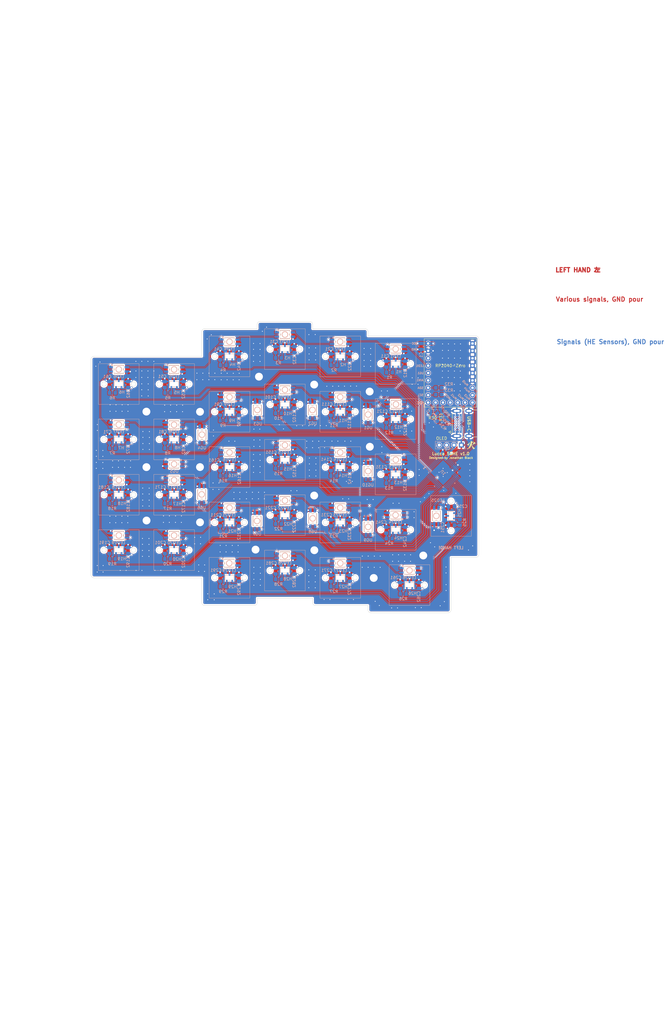
<source format=kicad_pcb>
(kicad_pcb (version 20240108) (generator "pcbnew") (generator_version "8.0")
  (layers (0 "F.Cu" signal) (1 "In1.Cu" signal) (2 "In2.Cu" signal) (31 "B.Cu" signal) (34 "B.Paste" user) (35 "F.Paste" user) (36 "B.SilkS" user "B.Silkscreen") (37 "F.SilkS" user "F.Silkscreen") (38 "B.Mask" user) (39 "F.Mask" user) (44 "Edge.Cuts" user))
  (net 0 "")
  (net 1 "GND")
  (net 2 "VCC")
  (net 3 "A26")
  (net 4 "A25")
  (net 5 "A18")
  (net 6 "A17")
  (net 7 "A8")
  (net 8 "A7")
  (net 9 "A27")
  (net 10 "A24")
  (net 11 "A19")
  (net 12 "A16")
  (net 13 "A9")
  (net 14 "A6")
  (net 15 "A28")
  (net 16 "A23")
  (net 17 "A20")
  (net 18 "A15")
  (net 19 "A10")
  (net 20 "A5")
  (net 21 "A12")
  (net 22 "A3")
  (net 23 "A2")
  (net 24 "A1")
  (net 25 "A29")
  (net 26 "A22")
  (net 27 "A21")
  (net 28 "A14")
  (net 29 "A11")
  (net 30 "A4")
  (net 31 "A13")
  (net 32 "MOSI(L)")
  (net 33 "SCK")
  (net 34 "MISO(L)")
  (net 35 "CS")
  (net 36 "MulControl1")
  (net 37 "MulControl2")
  (net 38 "MulControl4")
  (net 39 "SDA")
  (net 40 "MulControl3")
  (net 41 "SCL")
  (net 43 "MulControl5")
  (net 44 "AIN1")
  (net 48 "LED1")
  (net 49 "UGLED1")
  (net 50 "LED2")
  (net 51 "LED3")
  (net 52 "LED4")
  (net 53 "LED5")
  (net 54 "LED6")
  (net 55 "LED7")
  (net 56 "LED8")
  (net 57 "LED9")
  (net 58 "LED10")
  (net 59 "LED11")
  (net 60 "LED12")
  (net 61 "LED13")
  (net 62 "LED14")
  (net 63 "LED15")
  (net 64 "LED16")
  (net 65 "LED17")
  (net 66 "LED18")
  (net 67 "LED19")
  (net 68 "LED20")
  (net 69 "LED21")
  (net 70 "LED22")
  (net 71 "LED23")
  (net 72 "LED24")
  (net 73 "LED25")
  (net 74 "LED26")
  (net 75 "LED27")
  (net 76 "LED28")
  (net 77 "LED29")
  (net 78 "UGLED2")
  (net 79 "UGLED3")
  (net 80 "UGLED4")
  (net 81 "UGLED5")
  (net 82 "UGLED6")
  (net 83 "UGLED7")
  (net 84 "Q1")
  (net 85 "Q2")
  (net 86 "Q3")
  (net 87 "Q4")
  (net 88 "Q5")
  (net 89 "Q6")
  (net 90 "Q7")
  (net 91 "Q8")
  (net 92 "Q9")
  (net 93 "Q10")
  (net 94 "Q11")
  (net 95 "Q12")
  (net 96 "Q14")
  (net 97 "Q15")
  (net 98 "Q16")
  (net 99 "Q17")
  (net 100 "Q18")
  (net 101 "Q19")
  (net 102 "Q20")
  (net 103 "Q21")
  (net 104 "Q22")
  (net 105 "Q23")
  (net 106 "Q24")
  (net 107 "Q25")
  (net 108 "Q26")
  (net 109 "Q27")
  (net 110 "Q28")
  (net 111 "Q29")
  (net 112 "Q13")
  (net 113 "UGLED8")
  (net 114 "UGLED9")
  (net 115 "UGLED10")
  (footprint "MountingHole:MountingHole_2.7mm_M2.5_DIN965_Pad" (layer "F.Cu") (at 124.673 57.51)
    (property "Reference" "REF**" (hide yes))
    (property "Value" "MountingHole_2.7mm_M2.5_DIN965_Pad")
  )
  (footprint "MountingHole:MountingHole_2.7mm_M2.5_DIN965_Pad" (layer "F.Cu") (at 162.806 81.629)
    (property "Reference" "REF**" (hide yes))
    (property "Value" "MountingHole_2.7mm_M2.5_DIN965_Pad")
  )
  (footprint "MountingHole:MountingHole_2.7mm_M2.5_DIN965_Pad" (layer "F.Cu") (at 104.395 69.591)
    (property "Reference" "REF**" (hide yes))
    (property "Value" "MountingHole_2.7mm_M2.5_DIN965_Pad")
  )
  (footprint "molexusb-c for lucca:MOLEX_2137160001" (layer "F.Cu") (at 199.872993 73.613006 90)
    (property "Reference" "REF**" (hide yes))
    (property "Value" "MOLEX_2137160001")
  )
  (footprint "Graphics:tinyfirelucca" (layer "F.Cu") (at 197.722742 81.142679)
    (property "Reference" "G***" (hide yes))
    (property "Value" "LOGO" (hide yes))
  )
  (footprint "MountingHole:MountingHole_2.7mm_M2.5_DIN965_Pad" (layer "F.Cu") (at 143.671 98.413)
    (property "Reference" "REF**" (hide yes))
    (property "Value" "MountingHole_2.7mm_M2.5_DIN965_Pad")
  )
  (footprint "MountingHole:MountingHole_2.7mm_M2.5_DIN965_Pad" (layer "F.Cu") (at 85.958 69.542)
    (property "Reference" "REF**" (hide yes))
    (property "Value" "MountingHole_2.7mm_M2.5_DIN965_Pad")
  )
  (footprint "MountingHole:MountingHole_2.7mm_M2.5_DIN965_Pad" (layer "F.Cu") (at 104.383 88.624)
    (property "Reference" "REF**" (hide yes))
    (property "Value" "MountingHole_2.7mm_M2.5_DIN965_Pad")
  )
  (footprint "MountingHole:MountingHole_2.7mm_M2.5_DIN965_Pad" (layer "F.Cu") (at 104.397 107.634)
    (property "Reference" "REF**" (hide yes))
    (property "Value" "MountingHole_2.7mm_M2.5_DIN965_Pad")
  )
  (footprint "MountingHole:MountingHole_2.7mm_M2.5_DIN965_Pad" (layer "F.Cu") (at 123.499 117.028)
    (property "Reference" "REF**" (hide yes))
    (property "Value" "MountingHole_2.7mm_M2.5_DIN965_Pad")
  )
  (footprint "" (layer "F.Cu") (at 193.778741 106.650747 180)
    (property "Reference" "")
    (property "Value" "")
  )
  (footprint "Connector_PinHeader_2.54mm:OLEDPinHeader_1x04_P2.54mm_Vertical" (layer "F.Cu") (at 193.151 80.87)
    (property "Reference" "OLED")
    (property "Value" "OLED")
  )
  (footprint "MountingHole:MountingHole_2.7mm_M2.5_DIN965_Pad" (layer "F.Cu") (at 162.743 62.632)
    (property "Reference" "REF**" (hide yes))
    (property "Value" "MountingHole_2.7mm_M2.5_DIN965_Pad")
  )
  (footprint "MountingHole:MountingHole_2.7mm_M2.5_DIN965_Pad" (layer "F.Cu") (at 143.724 117.238)
    (property "Reference" "REF**" (hide yes))
    (property "Value" "MountingHole_2.7mm_M2.5_DIN965_Pad")
  )
  (footprint "MountingHole:MountingHole_2.7mm_M2.5_DIN965_Pad" (layer "F.Cu") (at 86.001 107.012)
    (property "Reference" "REF**" (hide yes))
    (property "Value" "MountingHole_2.7mm_M2.5_DIN965_Pad")
  )
  (footprint "Resistor_SMD:R_0805_2012Metric_Pad1.20x1.40mm_HandSolder" (layer "F.Cu") (at 184.416741 69.540747)
    (property "Reference" "R30")
    (property "Value" "R_0805_2012Metric_Pad1.20x1.40mm_HandSolder")
  )
  (footprint "MountingHole:MountingHole_2.7mm_M2.5_DIN965_Pad" (layer "F.Cu") (at 143.671 60.232)
    (property "Reference" "REF**" (hide yes))
    (property "Value" "MountingHole_2.7mm_M2.5_DIN965_Pad")
  )
  (footprint "MountingHole:MountingHole_2.7mm_M2.5_DIN965_Pad" (layer "F.Cu") (at 85.963 88.639)
    (property "Reference" "REF**" (hide yes))
    (property "Value" "MountingHole_2.7mm_M2.5_DIN965_Pad")
  )
  (footprint "MountingHole:MountingHole_2.7mm_M2.5_DIN965_Pad" (layer "F.Cu") (at 181.194 119.057)
    (property "Reference" "REF**" (hide yes))
    (property "Value" "MountingHole_2.7mm_M2.5_DIN965_Pad")
  )
  (footprint "2040zeroTHFootprint:RP2040-Zero Through Hole foot print (Correct version)" (layer "F.Cu") (at 181.503 67.998)
    (property "Reference" "RP2040-Zero")
    (property "Value" "RP2040-Zero")
  )
  (footprint "Resistor_SMD:R_0805_2012Metric_Pad1.20x1.40mm_HandSolder" (layer "F.Cu") (at 188.955741 71.510747 -90)
    (property "Reference" "R31")
    (property "Value" "R_0805_2012Metric_Pad1.20x1.40mm_HandSolder")
  )
  (footprint "Capacitor_SMD:C_0805_2012Metric_Pad1.18x1.45mm_HandSolder" (layer "B.Cu") (at 136.804997 67.243502 -90)
    (property "Reference" "C102")
    (property "Value" "C")
  )
  (footprint "Capacitor_SMD:C_0805_2012Metric_Pad1.18x1.45mm_HandSolder" (layer "B.Cu") (at 130.376002 105.3185 90)
    (property "Reference" "C221")
    (property "Value" "C")
  )
  (footprint "Resistor_SMD:R_0805_2012Metric_Pad1.20x1.40mm_HandSolder" (layer "B.Cu") (at 112.343741 91.653747 180)
    (property "Reference" "R16")
    (property "Value" "R_0805_2012Metric_Pad1.20x1.40mm_HandSolder")
  )
  (footprint "LEDwithCUT:LED-SMD_L3.2-W2.8-TR" (layer "B.Cu") (at 171.693 48.012 180)
    (property "Reference" "LED1")
    (property "Value" "SK6812MINI-E_C5149201")
    (fp_line (start 1.7 -1.4) (end 1.7 1.4) (stroke (width 0.1)) (layer "Edge.Cuts"))
    (fp_line (start 1.6 1.5) (end -1.6 1.5) (stroke (width 0.1)) (layer "Edge.Cuts"))
    (fp_line (start -1.6 -1.5) (end 1.6 -1.5) (stroke (width 0.1)) (layer "Edge.Cuts"))
    (fp_line (start -1.7 1.4) (end -1.7 -1.4) (stroke (width 0.1)) (layer "Edge.Cuts"))
    (fp_arc (start 1.7 1.4) (mid 1.670711 1.470711) (end 1.6 1.5) (stroke (width 0.1)) (layer "Edge.Cuts"))
    (fp_arc (start 1.6 -1.5) (mid 1.670711 -1.470711) (end 1.7 -1.4) (stroke (width 0.1)) (layer "Edge.Cuts"))
    (fp_arc (start -1.6 1.5) (mid -1.670711 1.470711) (end -1.7 1.4) (stroke (width 0.1)) (layer "Edge.Cuts"))
    (fp_arc (start -1.7 -1.4) (mid -1.670711 -1.470711) (end -1.6 -1.5) (stroke (width 0.1)) (layer "Edge.Cuts"))
  )
  (footprint "footprints:SOT-23-3_L2.9-W1.6-P1.90-LS2.8-BR" (layer "B.Cu") (at 114.54275 69.578 180)
    (property "Reference" "H9")
    (property "Value" "HX6659ISO-B")
    (fp_circle (center 5.08 0) (end 5.88 0) (stroke (width 0.1)) (fill none) (layer "Edge.Cuts"))
    (fp_circle (center -5.08 0) (end -4.28 0) (stroke (width 0.1)) (fill none) (layer "Edge.Cuts"))
  )
  (footprint "Capacitor_SMD:C_0805_2012Metric_Pad1.18x1.45mm_HandSolder" (layer "B.Cu") (at 173.245002 129.3855 90)
    (property "Reference" "C261")
    (property "Value" "C")
  )
  (footprint "Resistor_SMD:R_0805_2012Metric_Pad1.20x1.40mm_HandSolder" (layer "B.Cu") (at 131.376741 89.162747 180)
    (property "Reference" "R15")
    (property "Value" "R_0805_2012Metric_Pad1.20x1.40mm_HandSolder")
  )
  (footprint "footprints:SOT-23-3_L2.9-W1.6-P1.90-LS2.8-BR" (layer "B.Cu") (at 171.697 110.179 180)
    (property "Reference" "H24")
    (property "Value" "HX6659ISO-B")
    (fp_circle (center 5.08 0) (end 5.88 0) (stroke (width 0.1)) (fill none) (layer "Edge.Cuts"))
    (fp_circle (center -5.08 0) (end -4.28 0) (stroke (width 0.1)) (fill none) (layer "Edge.Cuts"))
  )
  (footprint "Capacitor_SMD:C_0805_2012Metric_Pad1.18x1.45mm_HandSolder" (layer "B.Cu") (at 111.331994 126.876505 90)
    (property "Reference" "C291")
    (property "Value" "C")
  )
  (footprint "Capacitor_SMD:C_0805_2012Metric_Pad1.18x1.45mm_HandSolder" (layer "B.Cu") (at 117.758 126.858 -90)
    (property "Reference" "C292")
    (property "Value" "C")
  )
  (footprint "footprints:SOT-23-3_L2.9-W1.6-P1.90-LS2.8-BR" (layer "B.Cu") (at 171.697 72.079 180)
    (property "Reference" "H12")
    (property "Value" "HX6659ISO-B")
    (fp_circle (center 5.08 0) (end 5.88 0) (stroke (width 0.1)) (fill none) (layer "Edge.Cuts"))
    (fp_circle (center -5.08 0) (end -4.28 0) (stroke (width 0.1)) (fill none) (layer "Edge.Cuts"))
  )
  (footprint "LuccaMultiplexerFootprintLib:SU_48_ADI-M" (layer "B.Cu") (at 188.014741 90.509747 -45)
    (property "Reference" "U1")
    (property "Value" "ADG732BSUZ")
  )
  (footprint "LEDwithCUT:LED-SMD_L3.2-W2.8-TR" (layer "B.Cu") (at 133.602 43.006 180)
    (property "Reference" "LED3")
    (property "Value" "SK6812MINI-E_C5149201")
    (fp_line (start 1.7 -1.4) (end 1.7 1.4) (stroke (width 0.1)) (layer "Edge.Cuts"))
    (fp_line (start 1.6 1.5) (end -1.6 1.5) (stroke (width 0.1)) (layer "Edge.Cuts"))
    (fp_line (start -1.6 -1.5) (end 1.6 -1.5) (stroke (width 0.1)) (layer "Edge.Cuts"))
    (fp_line (start -1.7 1.4) (end -1.7 -1.4) (stroke (width 0.1)) (layer "Edge.Cuts"))
    (fp_arc (start 1.7 1.4) (mid 1.670711 1.470711) (end 1.6 1.5) (stroke (width 0.1)) (layer "Edge.Cuts"))
    (fp_arc (start 1.6 -1.5) (mid 1.670711 -1.470711) (end 1.7 -1.4) (stroke (width 0.1)) (layer "Edge.Cuts"))
    (fp_arc (start -1.6 1.5) (mid -1.670711 1.470711) (end -1.7 1.4) (stroke (width 0.1)) (layer "Edge.Cuts"))
    (fp_arc (start -1.7 -1.4) (mid -1.670711 -1.470711) (end -1.6 -1.5) (stroke (width 0.1)) (layer "Edge.Cuts"))
  )
  (footprint "Capacitor_SMD:C_0805_2012Metric_Pad1.18x1.45mm_HandSolder" (layer "B.Cu") (at 136.798997 124.355502 -90)
    (property "Reference" "C282")
    (property "Value" "C")
  )
  (footprint "Resistor_SMD:R_0805_2012Metric_Pad1.20x1.40mm_HandSolder" (layer "B.Cu") (at 112.338741 72.622747 180)
    (property "Reference" "R9")
    (property "Value" "R_0805_2012Metric_Pad1.20x1.40mm_HandSolder")
  )
  (footprint "Capacitor_SMD:C_0805_2012Metric_Pad1.18x1.45mm_HandSolder" (layer "B.Cu") (at 73.23 79.252 90)
    (property "Reference" "C71")
    (property "Value" "C")
  )
  (footprint "footprints:SOT-23-3_L2.9-W1.6-P1.90-LS2.8-BR" (layer "B.Cu") (at 171.689 91.13 180)
    (property "Reference" "H13")
    (property "Value" "HX6659ISO-B")
    (fp_circle (center 5.08 0) (end 5.88 0) (stroke (width 0.1)) (fill none) (layer "Edge.Cuts"))
    (fp_circle (center -5.08 0) (end -4.28 0) (stroke (width 0.1)) (fill none) (layer "Edge.Cuts"))
  )
  (footprint "Capacitor_SMD:C_0805_2012Metric_Pad1.18x1.45mm_HandSolder" (layer "B.Cu") (at 79.658 98.284 -90)
    (property "Reference" "C182")
    (property "Value" "C")
  )
  (footprint "LEDwithCUT:LED-SMD_L3.2-W2.8-TR" (layer "B.Cu") (at 76.452 112.139)
    (property "Reference" "LED19")
    (property "Value" "SK6812MINI-E_C5149201")
    (fp_line (start -1.7 1.4) (end -1.7 -1.4) (stroke (width 0.1)) (layer "Edge.Cuts"))
    (fp_line (start -1.6 -1.5) (end 1.6 -1.5) (stroke (width 0.1)) (layer "Edge.Cuts"))
    (fp_line (start 1.6 1.5) (end -1.6 1.5) (stroke (width 0.1)) (layer "Edge.Cuts"))
    (fp_line (start 1.7 -1.4) (end 1.7 1.4) (stroke (width 0.1)) (layer "Edge.Cuts"))
    (fp_arc (start -1.7 -1.4) (mid -1.670711 -1.470711) (end -1.6 -1.5) (stroke (width 0.1)) (layer "Edge.Cuts"))
    (fp_arc (start -1.6 1.5) (mid -1.670711 1.470711) (end -1.7 1.4) (stroke (width 0.1)) (layer "Edge.Cuts"))
    (fp_arc (start 1.6 -1.5) (mid 1.670711 -1.470711) (end 1.7 -1.4) (stroke (width 0.1)) (layer "Edge.Cuts"))
    (fp_arc (start 1.7 1.4) (mid 1.670711 1.470711) (end 1.6 1.5) (stroke (width 0.1)) (layer "Edge.Cuts"))
  )
  (footprint "Resistor_SMD:R_0805_2012Metric_Pad1.20x1.40mm_HandSolder" (layer "B.Cu") (at 93.300741 82.149747 180)
    (property "Reference" "R8")
    (property "Value" "R_0805_2012Metric_Pad1.20x1.40mm_HandSolder")
  )
  (footprint "1.5U HEKey:1.5U Key" (layer "B.Cu") (at 176.459171 129.227898 180)
    (property "Reference" "H26")
    (property "Value" "HX6659ISO-B")
    (fp_circle (center 5.08 0) (end 5.88 0) (stroke (width 0.1)) (fill none) (layer "Edge.Cuts"))
    (fp_circle (center -5.08 0) (end -4.28 0) (stroke (width 0.1)) (fill none) (layer "Edge.Cuts"))
  )
  (footprint "footprints:SOT-23-3_L2.9-W1.6-P1.90-LS2.8-BR" (layer "B.Cu") (at 152.640741 107.678747 180)
    (property "Reference" "H23")
    (property "Value" "HX6659ISO-B")
    (fp_circle (center 5.08 0) (end 5.88 0) (stroke (width 0.1)) (fill none) (layer "Edge.Cuts"))
    (fp_circle (center -5.08 0) (end -4.28 0) (stroke (width 0.1)) (fill none) (layer "Edge.Cuts"))
  )
  (footprint "LEDwithCUT:LED-SMD_L3.2-W2.8-TR" (layer "B.Cu") (at 171.661 105.14)
    (property "Reference" "LED24")
    (property "Value" "SK6812MINI-E_C5149201")
    (fp_line (start -1.7 1.4) (end -1.7 -1.4) (stroke (width 0.1)) (layer "Edge.Cuts"))
    (fp_line (start -1.6 -1.5) (end 1.6 -1.5) (stroke (width 0.1)) (layer "Edge.Cuts"))
    (fp_line (start 1.6 1.5) (end -1.6 1.5) (stroke (width 0.1)) (layer "Edge.Cuts"))
    (fp_line (start 1.7 -1.4) (end 1.7 1.4) (stroke (width 0.1)) (layer "Edge.Cuts"))
    (fp_arc (start -1.7 -1.4) (mid -1.670711 -1.470711) (end -1.6 -1.5) (stroke (width 0.1)) (layer "Edge.Cuts"))
    (fp_arc (start -1.6 1.5) (mid -1.670711 1.470711) (end -1.7 1.4) (stroke (width 0.1)) (layer "Edge.Cuts"))
    (fp_arc (start 1.6 -1.5) (mid 1.670711 -1.470711) (end 1.7 -1.4) (stroke (width 0.1)) (layer "Edge.Cuts"))
    (fp_arc (start 1.7 1.4) (mid 1.670711 1.470711) (end 1.6 1.5) (stroke (width 0.1)) (layer "Edge.Cuts"))
  )
  (footprint "Capacitor_SMD:C_0805_2012Metric_Pad1.18x1.45mm_HandSolder" (layer "B.Cu") (at 98.702997 117.336502 -90)
    (property "Reference" "C202")
    (property "Value" "C")
  )
  (footprint "Capacitor_SMD:C_0805_2012Metric_Pad1.18x1.45mm_HandSolder" (layer "B.Cu") (at 130.357994 48.176505 90)
    (property "Reference" "C31")
    (property "Value" "C")
  )
  (footprint "footprints:SOT-23-3_L2.9-W1.6-P1.90-LS2.8-BR" (layer "B.Cu") (at 76.44075 117.1975 180)
    (property "Reference" "H19")
    (property "Value" "HX6659ISO-B")
    (fp_circle (center 5.08 0) (end 5.88 0) (stroke (width 0.1)) (fill none) (layer "Edge.Cuts"))
    (fp_circle (center -5.08 0) (end -4.28 0) (stroke (width 0.1)) (fill none) (layer "Edge.Cuts"))
  )
  (footprint "footprints:SOT-23-3_L2.9-W1.6-P1.90-LS2.8-BR" (layer "B.Cu") (at 152.64675 50.52875 180)
    (property "Reference" "H2")
    (property "Value" "HX6659ISO-B")
    (fp_circle (center 5.08 0) (end 5.88 0) (stroke (width 0.1)) (fill none) (layer "Edge.Cuts"))
    (fp_circle (center -5.08 0) (end -4.28 0) (stroke (width 0.1)) (fill none) (layer "Edge.Cuts"))
  )
  (footprint "footprints:SOT-23-3_L2.9-W1.6-P1.90-LS2.8-BR" (layer "B.Cu") (at 76.44075 79.0975 180)
    (property "Reference" "H7")
    (property "Value" "HX6659ISO-B")
    (fp_circle (center 5.08 0) (end 5.88 0) (stroke (width 0.1)) (fill none) (layer "Edge.Cuts"))
    (fp_circle (center -5.08 0) (end -4.28 0) (stroke (width 0.1)) (fill none) (layer "Edge.Cuts"))
  )
  (footprint "footprints:SOT-23-3_L2.9-W1.6-P1.90-LS2.8-BR" (layer "B.Cu") (at 114.545 126.72275 180)
    (property "Reference" "H29")
    (property "Value" "HX6659ISO-B")
    (fp_circle (center 5.08 0) (end 5.88 0) (stroke (width 0.1)) (fill none) (layer "Edge.Cuts"))
    (fp_circle (center -5.08 0) (end -4.28 0) (stroke (width 0.1)) (fill none) (layer "Edge.Cuts"))
  )
  (footprint "LuccaUnderGlowNonFlippedLED:NONFlippedUnderGlowLED" (layer "B.Cu") (at 124.124741 68.932747 90)
    (property "Reference" "UG3")
    (property "Value" "SK6812MINI-E_C5149201")
    (fp_line (start -1.600003 -1.500003) (end 1.599997 -1.500003) (stroke (width 0.1)) (layer "Edge.Cuts"))
    (fp_line (start 1.699997 -1.400003) (end 1.699997 1.399997) (stroke (width 0.1)) (layer "Edge.Cuts"))
    (fp_line (start -1.700003 1.399997) (end -1.700003 -1.400003) (stroke (width 0.1)) (layer "Edge.Cuts"))
    (fp_line (start 1.599997 1.499997) (end -1.600003 1.499997) (stroke (width 0.1)) (layer "Edge.Cuts"))
    (fp_arc (start 1.599997 -1.500003) (mid 1.670711 -1.470715) (end 1.699997 -1.400003) (stroke (width 0.1)) (layer "Edge.Cuts"))
    (fp_arc (start -1.700003 -1.400003) (mid -1.670714 -1.470714) (end -1.600003 -1.500003) (stroke (width 0.1)) (layer "Edge.Cuts"))
    (fp_arc (start 1.699997 1.399997) (mid 1.670709 1.470709) (end 1.599997 1.499997) (stroke (width 0.1)) (layer "Edge.Cuts"))
    (fp_arc (start -1.600003 1.499997) (mid -1.670714 1.470708) (end -1.700003 1.399997) (stroke (width 0.1)) (layer "Edge.Cuts"))
  )
  (footprint "Capacitor_SMD:C_0805_2012Metric_Pad1.18x1.45mm_HandSolder" (layer "B.Cu") (at 149.420994 69.742505 90)
    (property "Reference" "C111")
    (property "Value" "C")
  )
  (footprint "LEDwithCUT:LED-SMD_L3.2-W2.8-TR" (layer "B.Cu") (at 95.499 93.12 180)
    (property "Reference" "LED17")
    (property "Value" "SK6812MINI-E_C5149201")
    (fp_line (start 1.7 -1.4) (end 1.7 1.4) (stroke (width 0.1)) (layer "Edge.Cuts"))
    (fp_line (start 1.6 1.5) (end -1.6 1.5) (stroke (width 0.1)) (layer "Edge.Cuts"))
    (fp_line (start -1.6 -1.5) (end 1.6 -1.5) (stroke (width 0.1)) (layer "Edge.Cuts"))
    (fp_line (start -1.7 1.4) (end -1.7 -1.4) (stroke (width 0.1)) (layer "Edge.Cuts"))
    (fp_arc (start 1.7 1.4) (mid 1.670711 1.470711) (end 1.6 1.5) (stroke (width 0.1)) (layer "Edge.Cuts"))
    (fp_arc (start 1.6 -1.5) (mid 1.670711 -1.470711) (end 1.7 -1.4) (stroke (width 0.1)) (layer "Edge.Cuts"))
    (fp_arc (start -1.6 1.5) (mid -1.670711 1.470711) (end -1.7 1.4) (stroke (width 0.1)) (layer "Edge.Cuts"))
    (fp_arc (start -1.7 -1.4) (mid -1.670711 -1.470711) (end -1.6 -1.5) (stroke (width 0.1)) (layer "Edge.Cuts"))
  )
  (footprint "LuccaUnderGlowNonFlippedLED:NONFlippedUnderGlowLED" (layer "B.Cu") (at 104.971741 98.023745 90)
    (property "Reference" "UG6")
    (property "Value" "SK6812MINI-E_C5149201")
    (fp_line (start -1.600003 -1.500003) (end 1.599997 -1.500003) (stroke (width 0.1)) (layer "Edge.Cuts"))
    (fp_line (start 1.699997 -1.400003) (end 1.699997 1.399997) (stroke (width 0.1)) (layer "Edge.Cuts"))
    (fp_line (start -1.700003 1.399997) (end -1.700003 -1.400003) (stroke (width 0.1)) (layer "Edge.Cuts"))
    (fp_line (start 1.599997 1.499997) (end -1.600003 1.499997) (stroke (width 0.1)) (layer "Edge.Cuts"))
    (fp_arc (start 1.599997 -1.500003) (mid 1.670711 -1.470715) (end 1.699997 -1.400003) (stroke (width 0.1)) (layer "Edge.Cuts"))
    (fp_arc (start -1.700003 -1.400003) (mid -1.670714 -1.470714) (end -1.600003 -1.500003) (stroke (width 0.1)) (layer "Edge.Cuts"))
    (fp_arc (start 1.699997 1.399997) (mid 1.670709 1.470709) (end 1.599997 1.499997) (stroke (width 0.1)) (layer "Edge.Cuts"))
    (fp_arc (start -1.600003 1.499997) (mid -1.670714 1.470708) (end -1.700003 1.399997) (stroke (width 0.1)) (layer "Edge.Cuts"))
  )
  (footprint "Capacitor_SMD:C_0805_2012Metric_Pad1.18x1.45mm_HandSolder" (layer "B.Cu") (at 73.225 60.204 90)
    (property "Reference" "C61")
    (property "Value" "C")
  )
  (footprint "LEDwithCUT:LED-SMD_L3.2-W2.8-TR" (layer "B.Cu") (at 171.727 86.118 180)
    (property "Reference" "LED13")
    (property "Value" "SK6812MINI-E_C5149201")
    (fp_line (start 1.7 -1.4) (end 1.7 1.4) (stroke (width 0.1)) (layer "Edge.Cuts"))
    (fp_line (start 1.6 1.5) (end -1.6 1.5) (stroke (width 0.1)) (layer "Edge.Cuts"))
    (fp_line (start -1.6 -1.5) (end 1.6 -1.5) (stroke (width 0.1)) (layer "Edge.Cuts"))
    (fp_line (start -1.7 1.4) (end -1.7 -1.4) (stroke (width 0.1)) (layer "Edge.Cuts"))
    (fp_arc (start 1.7 1.4) (mid 1.670711 1.470711) (end 1.6 1.5) (stroke (width 0.1)) (layer "Edge.Cuts"))
    (fp_arc (start 1.6 -1.5) (mid 1.670711 -1.470711) (end 1.7 -1.4) (stroke (width 0.1)) (layer "Edge.Cuts"))
    (fp_arc (start -1.6 1.5) (mid -1.670711 1.470711) (end -1.7 1.4) (stroke (width 0.1)) (layer "Edge.Cuts"))
    (fp_arc (start -1.7 -1.4) (mid -1.670711 -1.470711) (end -1.6 -1.5) (stroke (width 0.1)) (layer "Edge.Cuts"))
  )
  (footprint "Resistor_SMD:R_0805_2012Metric_Pad1.20x1.40mm_HandSolder" (layer "B.Cu") (at 150.475741 72.631747 180)
    (property "Reference" "R11")
    (property "Value" "R_0805_2012Metric_Pad1.20x1.40mm_HandSolder")
  )
  (footprint "Capacitor_SMD:C_0805_2012Metric_Pad1.18x1.45mm_HandSolder" (layer "B.Cu") (at 168.488002 110.3245 90)
    (property "Reference" "C241")
    (property "Value" "C")
  )
  (footprint "Capacitor_SMD:C_0805_2012Metric_Pad1.18x1.45mm_HandSolder" (layer "B.Cu") (at 168.483002 72.2365 90)
    (property "Reference" "C121")
    (property "Value" "C")
  )
  (footprint "Capacitor_SMD:C_0805_2012Metric_Pad1.18x1.45mm_HandSolder" (layer "B.Cu") (at 155.849997 69.718502 -90)
    (property "Reference" "C112")
    (property "Value" "C")
  )
  (footprint "Capacitor_SMD:C_0805_2012Metric_Pad1.18x1.45mm_HandSolder" (layer "B.Cu") (at 174.922997 110.317502 -90)
    (property "Reference" "C242")
    (property "Value" "C")
  )
  (footprint "footprints:SOT-23-3_L2.9-W1.6-P1.90-LS2.8-BR" (layer "B.Cu") (at 95.49075 98.1475 180)
    (property "Reference" "H17")
    (property "Value" "HX6659ISO-B")
    (fp_circle (center 5.08 0) (end 5.88 0) (stroke (width 0.1)) (fill none) (layer "Edge.Cuts"))
    (fp_circle (center -5.08 0) (end -4.28 0) (stroke (width 0.1)) (fill none) (layer "Edge.Cuts"))
  )
  (footprint "Capacitor_SMD:C_0805_2012Metric_Pad1.18x1.45mm_HandSolder" (layer "B.Cu") (at 155.854997 126.862502 -90)
    (property "Reference" "C272")
    (property "Value" "C")
  )
  (footprint "Resistor_SMD:R_0805_2012Metric_Pad1.20x1.40mm_HandSolder" (layer "B.Cu") (at 131.399741 127.265747 180)
    (property "Reference" "R28")
    (property "Value" "R_0805_2012Metric_Pad1.20x1.40mm_HandSolder")
  )
  (footprint "Capacitor_SMD:C_0805_2012Metric_Pad1.18x1.45mm_HandSolder" (layer "B.Cu") (at 79.658 79.238 -90)
    (property "Reference" "C72")
    (property "Value" "C")
  )
  (footprint "Resistor_SMD:R_0805_2012Metric_Pad1.20x1.40mm_HandSolder" (layer "B.Cu") (at 74.266741 63.090747 180)
    (property "Reference" "R6")
    (property "Value" "R_0805_2012Metric_Pad1.20x1.40mm_HandSolder")
  )
  (footprint "Capacitor_SMD:C_0805_2012Metric_Pad1.18x1.45mm_HandSolder" (layer "B.Cu") (at 111.327006 50.673495 90)
    (property "Reference" "C41")
    (property "Value" "C")
  )
  (footprint "footprints:SOT-23-3_L2.9-W1.6-P1.90-LS2.8-BR" (layer "B.Cu") (at 76.44075 98.1475 180)
    (property "Reference" "H18")
    (property "Value" "HX6659ISO-B")
    (fp_circle (center 5.08 0) (end 5.88 0) (stroke (width 0.1)) (fill none) (layer "Edge.Cuts"))
    (fp_circle (center -5.08 0) (end -4.28 0) (stroke (width 0.1)) (fill none) (layer "Edge.Cuts"))
  )
  (footprint "Capacitor_SMD:C_0805_2012Metric_Pad1.18x1.45mm_HandSolder" (layer "B.Cu") (at 98.709997 60.198502 -90)
    (property "Reference" "C52")
    (property "Value" "C")
  )
  (footprint "Resistor_SMD:R_0805_2012Metric_Pad1.20x1.40mm_HandSolder" (layer "B.Cu") (at 93.305741 101.191747 180)
    (property "Reference" "R17")
    (property "Value" "R_0805_2012Metric_Pad1.20x1.40mm_HandSolder")
  )
  (footprint "LEDwithCUT:LED-SMD_L3.2-W2.8-TR" (layer "B.Cu") (at 95.485 112.17)
    (property "Reference" "LED20")
    (property "Value" "SK6812MINI-E_C5149201")
    (fp_line (start -1.7 1.4) (end -1.7 -1.4) (stroke (width 0.1)) (layer "Edge.Cuts"))
    (fp_line (start -1.6 -1.5) (end 1.6 -1.5) (stroke (width 0.1)) (layer "Edge.Cuts"))
    (fp_line (start 1.6 1.5) (end -1.6 1.5) (stroke (width 0.1)) (layer "Edge.Cuts"))
    (fp_line (start 1.7 -1.4) (end 1.7 1.4) (stroke (width 0.1)) (layer "Edge.Cuts"))
    (fp_arc (start -1.7 -1.4) (mid -1.670711 -1.470711) (end -1.6 -1.5) (stroke (width 0.1)) (layer "Edge.Cuts"))
    (fp_arc (start -1.6 1.5) (mid -1.670711 1.470711) (end -1.7 1.4) (stroke (width 0.1)) (layer "Edge.Cuts"))
    (fp_arc (start 1.6 -1.5) (mid 1.670711 -1.470711) (end 1.7 -1.4) (stroke (width 0.1)) (layer "Edge.Cuts"))
    (fp_arc (start 1.7 1.4) (mid 1.670711 1.470711) (end 1.6 1.5) (stroke (width 0.1)) (layer "Edge.Cuts"))
  )
  (footprint "footprints:SOT-23-3_L2.9-W1.6-P1.90-LS2.8-BR" (layer "B.Cu") (at 114.54275 107.678 180)
    (property "Reference" "H21")
    (property "Value" "HX6659ISO-B")
    (fp_circle (center 5.08 0) (end 5.88 0) (stroke (width 0.1)) (fill none) (layer "Edge.Cuts"))
    (fp_circle (center -5.08 0) (end -4.28 0) (stroke (width 0.1)) (fill none) (layer "Edge.Cuts"))
  )
  (footprint "LEDwithCUT:LED-SMD_L3.2-W2.8-TR" (layer "B.Cu") (at 133.598998 100.136005)
    (property "Reference" "LED22")
    (property "Value" "SK6812MINI-E_C5149201")
    (fp_line (start -1.7 1.4) (end -1.7 -1.4) (stroke (width 0.1)) (layer "Edge.Cuts"))
    (fp_line (start -1.6 -1.5) (end 1.6 -1.5) (stroke (width 0.1)) (layer "Edge.Cuts"))
    (fp_line (start 1.6 1.5) (end -1.6 1.5) (stroke (width 0.1)) (layer "Edge.Cuts"))
    (fp_line (start 1.7 -1.4) (end 1.7 1.4) (stroke (width 0.1)) (layer "Edge.Cuts"))
    (fp_arc (start -1.7 -1.4) (mid -1.670711 -1.470711) (end -1.6 -1.5) (stroke (width 0.1)) (layer "Edge.Cuts"))
    (fp_arc (start -1.6 1.5) (mid -1.670711 1.470711) (end -1.7 1.4) (stroke (width 0.1)) (layer "Edge.Cuts"))
    (fp_arc (start 1.6 -1.5) (mid 1.670711 -1.470711) (end 1.7 -1.4) (stroke (width 0.1)) (layer "Edge.Cuts"))
    (fp_arc (start 1.7 1.4) (mid 1.670711 1.470711) (end 1.6 1.5) (stroke (width 0.1)) (layer "Edge.Cuts"))
  )
  (footprint "Capacitor_SMD:C_0805_2012Metric_Pad1.18x1.45mm_HandSolder" (layer "B.Cu") (at 149.411994 50.705505 90)
    (property "Reference" "C21")
    (property "Value" "C")
  )
  (footprint "Capacitor_SMD:C_0805_2012Metric_Pad1.18x1.45mm_HandSolder" (layer "B.Cu") (at 92.288 79.257 90)
    (property "Reference" "C81")
    (property "Value" "C")
  )
  (footprint "LEDwithCUT:LED-SMD_L3.2-W2.8-TR" (layer "B.Cu") (at 114.469 121.699 180)
    (property "Reference" "LED29")
    (property "Value" "SK6812MINI-E_C5149201")
    (fp_line (start 1.7 -1.4) (end 1.7 1.4) (stroke (width 0.1)) (layer "Edge.Cuts"))
    (fp_line (start 1.6 1.5) (end -1.6 1.5) (stroke (width 0.1)) (layer "Edge.Cuts"))
    (fp_line (start -1.6 -1.5) (end 1.6 -1.5) (stroke (width 0.1)) (layer "Edge.Cuts"))
    (fp_line (start -1.7 1.4) (end -1.7 -1.4) (stroke (width 0.1)) (layer "Edge.Cuts"))
    (fp_arc (start 1.7 1.4) (mid 1.670711 1.470711) (end 1.6 1.5) (stroke (width 0.1)) (layer "Edge.Cuts"))
    (fp_arc (start 1.6 -1.5) (mid 1.670711 -1.470711) (end 1.7 -1.4) (stroke (width 0.1)) (layer "Edge.Cuts"))
    (fp_arc (start -1.6 1.5) (mid -1.670711 1.470711) (end -1.7 1.4) (stroke (width 0.1)) (layer "Edge.Cuts"))
    (fp_arc (start -1.7 -1.4) (mid -1.670711 -1.470711) (end -1.6 -1.5) (stroke (width 0.1)) (layer "Edge.Cuts"))
  )
  (footprint "Capacitor_SMD:C_0805_2012Metric_Pad1.18x1.45mm_HandSolder" (layer "B.Cu") (at 73.224 117.355 90)
    (property "Reference" "C191")
    (property "Value" "C")
  )
  (footprint "Resistor_SMD:R_0805_2012Metric_Pad1.20x1.40mm_HandSolder" (layer "B.Cu") (at 150.421741 91.670747 180)
    (property "Reference" "R14")
    (property "Value" "R_0805_2012Metric_Pad1.20x1.40mm_HandSolder")
  )
  (footprint "Resistor_SMD:R_0805_2012Metric_Pad1.20x1.40mm_HandSolder" (layer "B.Cu") (at 150.484741 53.588747 180)
    (property "Reference" "R2")
    (property "Value" "R_0805_2012Metric_Pad1.20x1.40mm_HandSolder")
  )
  (footprint "Capacitor_SMD:C_0805_2012Metric_Pad1.18x1.45mm_HandSolder" (layer "B.Cu") (at 73.227994 98.305505 90)
    (property "Reference" "C181")
    (property "Value" "C")
  )
  (footprint "Capacitor_SMD:C_0805_2012Metric_Pad1.18x1.45mm_HandSolder" (layer "B.Cu") (at 168.467006 53.181495 90)
    (property "Reference" "C11")
    (property "Value" "C")
  )
  (footprint "Resistor_SMD:R_0805_2012Metric_Pad1.20x1.40mm_HandSolder" (layer "B.Cu") (at 112.343741 129.764747 180)
    (property "Reference" "R29")
    (property "Value" "R_0805_2012Metric_Pad1.20x1.40mm_HandSolder")
  )
  (footprint "Capacitor_SMD:C_0805_2012Metric_Pad1.18x1.45mm_HandSolder" (layer "B.Cu") (at 111.323994 88.772505 90)
    (property "Reference" "C161")
    (property "Value" "C")
  )
  (footprint "Resistor_SMD:R_0805_2012Metric_Pad1.20x1.40mm_HandSolder" (layer "B.Cu") (at 186.498741 63.660747 180)
    (property "Reference" "R33")
    (property "Value" "R_0805_2012Metric_Pad1.20x1.40mm_HandSolder")
  )
  (footprint "Resistor_SMD:R_0805_2012Metric_Pad1.20x1.40mm_HandSolder" (layer "B.Cu") (at 74.265741 82.148747 180)
    (property "Reference" "R7")
    (property "Value" "R_0805_2012Metric_Pad1.20x1.40mm_HandSolder")
  )
  (footprint "Resistor_SMD:R_0805_2012Metric_Pad1.20x1.40mm_HandSolder" (layer "B.Cu") (at 112.377741 53.564747 180)
    (property "Reference" "R4")
    (property "Value" "R_0805_2012Metric_Pad1.20x1.40mm_HandSolder")
  )
  (footprint "Capacitor_SMD:C_0805_2012Metric_Pad1.18x1.45mm_HandSolder" (layer "B.Cu") (at 155.855997 107.820502 -90)
    (property "Reference" "C232")
    (property "Value" "C")
  )
  (footprint "Capacitor_SMD:C_0805_2012Metric_Pad1.18x1.45mm_HandSolder" (layer "B.Cu") (at 130.381994 124.374505 90)
    (property "Reference" "C281")
    (property "Value" "C")
  )
  (footprint "footprints:SOT-23-3_L2.9-W1.6-P1.90-LS2.8-BR" (layer "B.Cu") (at 133.595748 67.077505 180)
    (property "Reference" "H10")
    (property "Value" "HX6659ISO-B")
    (fp_circle (center 5.08 0) (end 5.88 0) (stroke (width 0.1)) (fill none) (layer "Edge.Cuts"))
    (fp_circle (center -5.08 0) (end -4.28 0) (stroke (width 0.1)) (fill none) (layer "Edge.Cuts"))
  )
  (footprint "LEDwithCUT:LED-SMD_L3.2-W2.8-TR" (layer "B.Cu") (at 152.641991 102.629997)
    (property "Reference" "LED23")
    (property "Value" "SK6812MINI-E_C5149201")
    (fp_line (start -1.7 1.4) (end -1.7 -1.4) (stroke (width 0.1)) (layer "Edge.Cuts"))
    (fp_line (start -1.6 -1.5) (end 1.6 -1.5) (stroke (width 0.1)) (layer "Edge.Cuts"))
    (fp_line (start 1.6 1.5) (end -1.6 1.5) (stroke (width 0.1)) (layer "Edge.Cuts"))
    (fp_line (start 1.7 -1.4) (end 1.7 1.4) (stroke (width 0.1)) (layer "Edge.Cuts"))
    (fp_arc (start -1.7 -1.4) (mid -1.670711 -1.470711) (end -1.6 -1.5) (stroke (width 0.1)) (layer "Edge.Cuts"))
    (fp_arc (start -1.6 1.5) (mid -1.670711 1.470711) (end -1.7 1.4) (stroke (width 0.1)) (layer "Edge.Cuts"))
    (fp_arc (start 1.6 -1.5) (mid 1.670711 -1.470711) (end 1.7 -1.4) (stroke (width 0.1)) (layer "Edge.Cuts"))
    (fp_arc (start 1.7 1.4) (mid 1.670711 1.470711) (end 1.6 1.5) (stroke (width 0.1)) (layer "Edge.Cuts"))
  )
  (footprint "Capacitor_SMD:C_0805_2012Metric_Pad1.18x1.45mm_HandSolder" (layer "B.Cu") (at 111.334 69.729 90)
    (property "Reference" "C91")
    (property "Value" "C")
  )
  (footprint "LEDwithCUT:LED-SMD_L3.2-W2.8-TR" (layer "B.Cu") (at 133.588998 81.088005 180)
    (property "Reference" "LED15")
    (property "Value" "SK6812MINI-E_C5149201")
    (fp_line (start 1.7 -1.4) (end 1.7 1.4) (stroke (width 0.1)) (layer "Edge.Cuts"))
    (fp_line (start 1.6 1.5) (end -1.6 1.5) (stroke (width 0.1)) (layer "Edge.Cuts"))
    (fp_line (start -1.6 -1.5) (end 1.6 -1.5) (stroke (width 0.1)) (layer "Edge.Cuts"))
    (fp_line (start -1.7 1.4) (end -1.7 -1.4) (stroke (width 0.1)) (layer "Edge.Cuts"))
    (fp_arc (start 1.7 1.4) (mid 1.670711 1.470711) (end 1.6 1.5) (stroke (width 0.1)) (layer "Edge.Cuts"))
    (fp_arc (start 1.6 -1.5) (mid 1.670711 -1.470711) (end 1.7 -1.4) (stroke (width 0.1)) (layer "Edge.Cuts"))
    (fp_arc (start -1.6 1.5) (mid -1.670711 1.470711) (end -1.7 1.4) (stroke (width 0.1)) (layer "Edge.Cuts"))
    (fp_arc (start -1.7 -1.4) (mid -1.670711 -1.470711) (end -1.6 -1.5) (stroke (width 0.1)) (layer "Edge.Cuts"))
  )
  (footprint "Resistor_SMD:R_0805_2012Metric_Pad1.20x1.40mm_HandSolder" (layer "B.Cu") (at 93.337741 63.088747 180)
    (property "Reference" "R5")
    (property "Value" "R_0805_2012Metric_Pad1.20x1.40mm_HandSolder")
  )
  (footprint "footprints:SOT-23-3_L2.9-W1.6-P1.90-LS2.8-BR" (layer "B.Cu") (at 152.641 126.727 180)
    (property "Reference" "H27")
    (property "Value" "HX6659ISO-B")
    (fp_circle (center 5.08 0) (end 5.88 0) (stroke (width 0.1)) (fill none) (layer "Edge.Cuts"))
    (fp_circle (center -5.08 0) (end -4.28 0) (stroke (width 0.1)) (fill none) (layer "Edge.Cuts"))
  )
  (footprint "LEDwithCUT:LED-SMD_L3.2-W2.8-TR" (layer "B.Cu") (at 114.541 45.498 180)
    (property "Reference" "LED4")
    (property "Value" "SK6812MINI-E_C5149201")
    (fp_line (start 1.7 -1.4) (end 1.7 1.4) (stroke (width 0.1)) (layer "Edge.Cuts"))
    (fp_line (start 1.6 1.5) (end -1.6 1.5) (stroke (width 0.1)) (layer "Edge.Cuts"))
    (fp_line (start -1.6 -1.5) (end 1.6 -1.5) (stroke (width 0.1)) (layer "Edge.Cuts"))
    (fp_line (start -1.7 1.4) (end -1.7 -1.4) (stroke (width 0.1)) (layer "Edge.Cuts"))
    (fp_arc (start 1.7 1.4) (mid 1.670711 1.470711) (end 1.6 1.5) (stroke (width 0.1)) (layer "Edge.Cuts"))
    (fp_arc (start 1.6 -1.5) (mid 1.670711 -1.470711) (end 1.7 -1.4) (stroke (width 0.1)) (layer "Edge.Cuts"))
    (fp_arc (start -1.6 1.5) (mid -1.670711 1.470711) (end -1.7 1.4) (stroke (width 0.1)) (layer "Edge.Cuts"))
    (fp_arc (start -1.7 -1.4) (mid -1.670711 -1.470711) (end -1.6 -1.5) (stroke (width 0.1)) (layer "Edge.Cuts"))
  )
  (footprint "Resistor_SMD:R_0805_2012Metric_Pad1.20x1.40mm_HandSolder" (layer "B.Cu") (at 131.406741 108.206747 180)
    (property "Reference" "R22")
    (property "Value" "R_0805_2012Metric_Pad1.20x1.40mm_HandSolder")
  )
  (footprint "LuccaUnderGlowNonFlippedLED:NONFlippedUnderGlowLED" (layer "B.Cu") (at 95.488736 87.608742 180)
    (property "Reference" "UG5")
    (property "Value" "SK6812MINI-E_C5149201")
    (fp_line (start 1.699997 -1.400003) (end 1.699997 1.399997) (stroke (width 0.1)) (layer "Edge.Cuts"))
    (fp_line (start 1.599997 1.499997) (end -1.600003 1.499997) (stroke (width 0.1)) (layer "Edge.Cuts"))
    (fp_line (start -1.600003 -1.500003) (end 1.599997 -1.500003) (stroke (width 0.1)) (layer "Edge.Cuts"))
    (fp_line (start -1.700003 1.399997) (end -1.700003 -1.400003) (stroke (width 0.1)) (layer "Edge.Cuts"))
    (fp_arc (start 1.699997 1.399997) (mid 1.670709 1.470709) (end 1.599997 1.499997) (stroke (width 0.1)) (layer "Edge.Cuts"))
    (fp_arc (start 1.599997 -1.500003) (mid 1.670711 -1.470715) (end 1.699997 -1.400003) (stroke (width 0.1)) (layer "Edge.Cuts"))
    (fp_arc (start -1.600003 1.499997) (mid -1.670714 1.470708) (end -1.700003 1.399997) (stroke (width 0.1)) (layer "Edge.Cuts"))
    (fp_arc (start -1.700003 -1.400003) (mid -1.670714 -1.470714) (end -1.600003 -1.500003) (stroke (width 0.1)) (layer "Edge.Cuts"))
  )
  (footprint "LEDwithCUT:LED-SMD_L3.2-W2.8-TR" (layer "B.Cu") (at 176.451999 124.171999 180)
    (property "Reference" "LED26")
    (property "Value" "SK6812MINI-E_C5149201")
    (fp_line (start 1.7 -1.4) (end 1.7 1.4) (stroke (width 0.1)) (layer "Edge.Cuts"))
    (fp_line (start 1.6 1.5) (end -1.6 1.5) (stroke (width 0.1)) (layer "Edge.Cuts"))
    (fp_line (start -1.6 -1.5) (end 1.6 -1.5) (stroke (width 0.1)) (layer "Edge.Cuts"))
    (fp_line (start -1.7 1.4) (end -1.7 -1.4) (stroke (width 0.1)) (layer "Edge.Cuts"))
    (fp_arc (start 1.7 1.4) (mid 1.670711 1.470711) (end 1.6 1.5) (stroke (width 0.1)) (layer "Edge.Cuts"))
    (fp_arc (start 1.6 -1.5) (mid 1.670711 -1.470711) (end 1.7 -1.4) (stroke (width 0.1)) (layer "Edge.Cuts"))
    (fp_arc (start -1.6 1.5) (mid -1.670711 1.470711) (end -1.7 1.4) (stroke (width 0.1)) (layer "Edge.Cuts"))
    (fp_arc (start -1.7 -1.4) (mid -1.670711 -1.470711) (end -1.6 -1.5) (stroke (width 0.1)) (layer "Edge.Cuts"))
  )
  (footprint "Capacitor_SMD:C_0805_2012Metric_Pad1.18x1.45mm_HandSolder" (layer "B.Cu") (at 136.811997 48.178502 -90)
    (property "Reference" "C32")
    (property "Value" "C")
  )
  (footprint "footprints:SOT-23-3_L2.9-W1.6-P1.90-LS2.8-BR" (layer "B.Cu") (at 133.595748 105.177505 180)
    (property "Reference" "H22")
    (property "Value" "HX6659ISO-B")
    (fp_circle (center 5.08 0) (end 5.88 0) (stroke (width 0.1)) (fill none) (layer "Edge.Cuts"))
    (fp_circle (center -5.08 0) (end -4.28 0) (stroke (width 0.1)) (fill none) (layer "Edge.Cuts"))
  )
  (footprint "Capacitor_SMD:C_0805_2012Metric_Pad1.18x1.45mm_HandSolder" (layer "B.Cu") (at 79.655 117.337 -90)
    (property "Reference" "C192")
    (property "Value" "C")
  )
  (footprint "Capacitor_SMD:C_0805_2012Metric_Pad1.18x1.45mm_HandSolder" (layer "B.Cu") (at 130.368006 67.235495 90)
    (property "Reference" "C101")
    (property "Value" "C")
  )
  (footprint "footprints:SOT-23-3_L2.9-W1.6-P1.90-LS2.8-BR" (layer "B.Cu") (at 171.697 53.029 180)
    (property "Reference" "H1")
    (property "Value" "HX6659ISO-B")
    (fp_circle (center 5.08 0) (end 5.88 0) (stroke (width 0.1)) (fill none) (layer "Edge.Cuts"))
    (fp_circle (center -5.08 0) (end -4.28 0) (stroke (width 0.1)) (fill none) (layer "Edge.Cuts"))
  )
  (footprint "LEDwithCUT:LED-SMD_L3.2-W2.8-TR" (layer "B.Cu") (at 95.48 74.073)
    (property "Reference" "LED8")
    (property "Value" "SK6812MINI-E_C5149201")
    (fp_line (start -1.7 1.4) (end -1.7 -1.4) (stroke (width 0.1)) (layer "Edge.Cuts"))
    (fp_line (start -1.6 -1.5) (end 1.6 -1.5) (stroke (width 0.1)) (layer "Edge.Cuts"))
    (fp_line (start 1.6 1.5) (end -1.6 1.5) (stroke (width 0.1)) (layer "Edge.Cuts"))
    (fp_line (start 1.7 -1.4) (end 1.7 1.4) (stroke (width 0.1)) (layer "Edge.Cuts"))
    (fp_arc (start -1.7 -1.4) (mid -1.670711 -1.470711) (end -1.6 -1.5) (stroke (width 0.1)) (layer "Edge.Cuts"))
    (fp_arc (start -1.6 1.5) (mid -1.670711 1.470711) (end -1.7 1.4) (stroke (width 0.1)) (layer "Edge.Cuts"))
    (fp_arc (start 1.6 -1.5) (mid 1.670711 -1.470711) (end 1.7 -1.4) (stroke (width 0.1)) (layer "Edge.Cuts"))
    (fp_arc (start 1.7 1.4) (mid 1.670711 1.470711) (end 1.6 1.5) (stroke (width 0.1)) (layer "Edge.Cuts"))
  )
  (footprint "footprints:SOT-23-3_L2.9-W1.6-P1.90-LS2.8-BR" (layer "B.Cu") (at 95.49075 60.0475 180)
    (property "Reference" "H5")
    (property "Value" "HX6659ISO-B")
    (fp_circle (center 5.08 0) (end 5.88 0) (stroke (width 0.1)) (fill none) (layer "Edge.Cuts"))
    (fp_circle (center -5.08 0) (end -4.28 0) (stroke (width 0.1)) (fill none) (layer "Edge.Cuts"))
  )
  (footprint "LEDwithCUT:LED-SMD_L3.2-W2.8-TR" (layer "B.Cu") (at 152.659 121.707 180)
    (property "Reference" "LED27")
    (property "Value" "SK6812MINI-E_C5149201")
    (fp_line (start 1.7 -1.4) (end 1.7 1.4) (stroke (width 0.1)) (layer "Edge.Cuts"))
    (fp_line (start 1.6 1.5) (end -1.6 1.5) (stroke (width 0.1)) (layer "Edge.Cuts"))
    (fp_line (start -1.6 -1.5) (end 1.6 -1.5) (stroke (width 0.1)) (layer "Edge.Cuts"))
    (fp_line (start -1.7 1.4) (end -1.7 -1.4) (stroke (width 0.1)) (layer "Edge.Cuts"))
    (fp_arc (start 1.7 1.4) (mid 1.670711 1.470711) (end 1.6 1.5) (stroke (width 0.1)) (layer "Edge.Cuts"))
    (fp_arc (start 1.6 -1.5) (mid 1.670711 -1.470711) (end 1.7 -1.4) (stroke (width 0.1)) (layer "Edge.Cuts"))
    (fp_arc (start -1.6 1.5) (mid -1.670711 1.470711) (end -1.7 1.4) (stroke (width 0.1)) (layer "Edge.Cuts"))
    (fp_arc (start -1.7 -1.4) (mid -1.670711 -1.470711) (end -1.6 -1.5) (stroke (width 0.1)) (layer "Edge.Cuts"))
  )
  (footprint "Capacitor_SMD:C_0805_2012Metric_Pad1.18x1.45mm_HandSolder" (layer "B.Cu") (at 92.276 117.353 90)
    (property "Reference" "C201")
    (property "Value" "C")
  )
  (footprint "Capacitor_SMD:C_0805_2012Metric_Pad1.18x1.45mm_HandSolder" (layer "B.Cu") (at 174.918003 53.172498 -90)
    (property "Reference" "C12")
    (property "Value" "C")
  )
  (footprint "Resistor_SMD:R_0805_2012Metric_Pad1.20x1.40mm_HandSolder" (layer "B.Cu") (at 112.360741 110.717747 180)
    (property "Reference" "R21")
    (property "Value" "R_0805_2012Metric_Pad1.20x1.40mm_HandSolder")
  )
  (footprint "Resistor_SMD:R_0805_2012Metric_Pad1.20x1.40mm_HandSolder" (layer "B.Cu") (at 169.466741 94.152747 180)
    (property "Reference" "R13")
    (property "Value" "R_0805_2012Metric_Pad1.20x1.40mm_HandSolder")
  )
  (footprint "Capacitor_SMD:C_0805_2012Metric_Pad1.18x1.45mm_HandSolder" (layer "B.Cu") (at 188.930741 83.814747 180)
    (property "Reference" "C2")
    (property "Value" "C")
  )
  (footprint "Resistor_SMD:R_0805_2012Metric_Pad1.20x1.40mm_HandSolder" (layer "B.Cu") (at 93.265741 120.240747 180)
    (property "Reference" "R20")
    (property "Value" "R_0805_2012Metric_Pad1.20x1.40mm_HandSolder")
  )
  (footprint "LuccaUnderGlowNonFlippedLED:NONFlippedUnderGlowLED" (layer "B.Cu") (at 105.062741 77.459747 90)
    (property "Reference" "UG4")
    (property "Value" "SK6812MINI-E_C5149201")
    (fp_line (start -1.600003 -1.500003) (end 1.599997 -1.500003) (stroke (width 0.1)) (layer "Edge.Cuts"))
    (fp_line (start 1.699997 -1.400003) (end 1.699997 1.399997) (stroke (width 0.1)) (layer "Edge.Cuts"))
    (fp_line (start -1.700003 1.399997) (end -1.700003 -1.400003) (stroke (width 0.1)) (layer "Edge.Cuts"))
    (fp_line (start 1.599997 1.499997) (end -1.600003 1.499997) (stroke (width 0.1)) (layer "Edge.Cuts"))
    (fp_arc (start 1.599997 -1.500003) (mid 1.670711 -1.470715) (end 1.699997 -1.400003) (stroke (width 0.1)) (layer "Edge.Cuts"))
    (fp_arc (start -1.700003 -1.400003) (mid -1.670714 -1.470714) (end -1.600003 -1.500003) (stroke (width 0.1)) (layer "Edge.Cuts"))
    (fp_arc (start 1.699997 1.399997) (mid 1.670709 1.470709) (end 1.599997 1.499997) (stroke (width 0.1)) (layer "Edge.Cuts"))
    (fp_arc (start -1.600003 1.499997) (mid -1.670714 1.470708) (end -1.700003 1.399997) (stroke (width 0.1)) (layer "Edge.Cuts"))
  )
  (footprint "Resistor_SMD:R_0805_2012Metric_Pad1.20x1.40mm_HandSolder" (layer "B.Cu") (at 186.498741 61.339747 180)
    (property "Reference" "R32")
    (property "Value" "R_0805_2012Metric_Pad1.20x1.40mm_HandSolder")
  )
  (footprint "Capacitor_SMD:C_0805_2012Metric_Pad1.18x1.45mm_HandSolder" (layer "B.Cu") (at 136.810997 86.269502 -90)
    (property "Reference" "C152")
    (property "Value" "C")
  )
  (footprint "Capacitor_SMD:C_0805_2012Metric_Pad1.18x1.45mm_HandSolder" (layer "B.Cu") (at 111.327 107.831 90)
    (property "Reference" "C211")
    (property "Value" "C")
  )
  (footprint "footprints:SOT-23-3_L2.9-W1.6-P1.90-LS2.8-BR" (layer "B.Cu") (at 114.54275 50.528 180)
    (property "Reference" "H4")
    (property "Value" "HX6659ISO-B")
    (fp_circle (center 5.08 0) (end 5.88 0) (stroke (width 0.1)) (fill none) (layer "Edge.Cuts"))
    (fp_circle (center -5.08 0) (end -4.28 0) (stroke (width 0.1)) (fill none) (layer "Edge.Cuts"))
  )
  (footprint "Resistor_SMD:R_0805_2012Metric_Pad1.20x1.40mm_HandSolder" (layer "B.Cu") (at 74.237741 120.238747 180)
    (property "Reference" "R19")
    (property "Value" "R_0805_2012Metric_Pad1.20x1.40mm_HandSolder")
  )
  (footprint "LuccaUnderGlowNonFlippedLED:NONFlippedUnderGlowLED" (layer "B.Cu") (at 143.156741 106.288747 90)
    (property "Reference" "UG8")
    (property "Value" "SK6812MINI-E_C5149201")
    (fp_line (start -1.600003 -1.500003) (end 1.599997 -1.500003) (stroke (width 0.1)) (layer "Edge.Cuts"))
    (fp_line (start 1.699997 -1.400003) (end 1.699997 1.399997) (stroke (width 0.1)) (layer "Edge.Cuts"))
    (fp_line (start -1.700003 1.399997) (end -1.700003 -1.400003) (stroke (width 0.1)) (layer "Edge.Cuts"))
    (fp_line (start 1.599997 1.499997) (end -1.600003 1.499997) (stroke (width 0.1)) (layer "Edge.Cuts"))
    (fp_arc (start 1.599997 -1.500003) (mid 1.670711 -1.470715) (end 1.699997 -1.400003) (stroke (width 0.1)) (layer "Edge.Cuts"))
    (fp_arc (start -1.700003 -1.400003) (mid -1.670714 -1.470714) (end -1.600003 -1.500003) (stroke (width 0.1)) (layer "Edge.Cuts"))
    (fp_arc (start 1.699997 1.399997) (mid 1.670709 1.470709) (end 1.599997 1.499997) (stroke (width 0.1)) (layer "Edge.Cuts"))
    (fp_arc (start -1.600003 1.499997) (mid -1.670714 1.470708) (end -1.700003 1.399997) (stroke (width 0.1)) (layer "Edge.Cuts"))
  )
  (footprint "LuccaUnderGlowNonFlippedLED:NONFlippedUnderGlowLED" (layer "B.Cu") (at 143.067741 68.96875 90)
    (property "Reference" "UG2")
    (property "Value" "SK6812MINI-E_C5149201")
    (fp_line (start -1.600003 -1.500003) (end 1.599997 -1.500003) (stroke (width 0.1)) (layer "Edge.Cuts"))
    (fp_line (start 1.699997 -1.400003) (end 1.699997 1.399997) (stroke (width 0.1)) (layer "Edge.Cuts"))
    (fp_line (start -1.700003 1.399997) (end -1.700003 -1.400003) (stroke (width 0.1)) (layer "Edge.Cuts"))
    (fp_line (start 1.599997 1.499997) (end -1.600003 1.499997) (stroke (width 0.1)) (layer "Edge.Cuts"))
    (fp_arc (start 1.599997 -1.500003) (mid 1.670711 -1.470715) (end 1.699997 -1.400003) (stroke (width 0.1)) (layer "Edge.Cuts"))
    (fp_arc (start -1.700003 -1.400003) (mid -1.670714 -1.470714) (end -1.600003 -1.500003) (stroke (width 0.1)) (layer "Edge.Cuts"))
    (fp_arc (start 1.699997 1.399997) (mid 1.670709 1.470709) (end 1.599997 1.499997) (stroke (width 0.1)) (layer "Edge.Cuts"))
    (fp_arc (start -1.600003 1.499997) (mid -1.670714 1.470708) (end -1.700003 1.399997) (stroke (width 0.1)) (layer "Edge.Cuts"))
  )
  (footprint "Capacitor_SMD:C_0805_2012Metric_Pad1.18x1.45mm_HandSolder" (layer "B.Cu") (at 117.764997 50.671502 -90)
    (property "Reference" "C42")
    (property "Value" "C")
  )
  (footprint "Resistor_SMD:R_0805_2012Metric_Pad1.20x1.40mm_HandSolder" (layer "B.Cu") (at 174.302741 132.272747 180)
    (property "Reference" "R26")
    (property "Value" "R_0805_2012Metric_Pad1.20x1.40mm_HandSolder")
  )
  (footprint "footprints:SOT-23-3_L2.9-W1.6-P1.90-LS2.8-BR" (layer "B.Cu") (at 133.591998 124.227755 180)
    (property "Reference" "H28")
    (property "Value" "HX6659ISO-B")
    (fp_circle (center 5.08 0) (end 5.88 0) (stroke (width 0.1)) (fill none) (layer "Edge.Cuts"))
    (fp_circle (center -5.08 0) (end -4.28 0) (stroke (width 0.1)) (fill none) (layer "Edge.Cuts"))
  )
  (footprint "LEDwithCUT:LED-SMD_L3.2-W2.8-TR" (layer "B.Cu") (at 185.690842 105.409575 90)
    (property "Reference" "LED25")
    (property "Value" "SK6812MINI-E_C5149201")
    (fp_line (start -1.6 -1.5) (end 1.6 -1.5) (stroke (width 0.1)) (layer "Edge.Cuts"))
    (fp_line (start 1.7 -1.4) (end 1.7 1.4) (stroke (width 0.1)) (layer "Edge.Cuts"))
    (fp_line (start -1.7 1.4) (end -1.7 -1.4) (stroke (width 0.1)) (layer "Edge.Cuts"))
    (fp_line (start 1.6 1.5) (end -1.6 1.5) (stroke (width 0.1)) (layer "Edge.Cuts"))
    (fp_arc (start 1.6 -1.5) (mid 1.670711 -1.470711) (end 1.7 -1.4) (stroke (width 0.1)) (layer "Edge.Cuts"))
    (fp_arc (start -1.7 -1.4) (mid -1.670711 -1.470711) (end -1.6 -1.5) (stroke (width 0.1)) (layer "Edge.Cuts"))
    (fp_arc (start 1.7 1.4) (mid 1.670711 1.470711) (end 1.6 1.5) (stroke (width 0.1)) (layer "Edge.Cuts"))
    (fp_arc (start -1.6 1.5) (mid -1.670711 1.470711) (end -1.7 1.4) (stroke (width 0.1)) (layer "Edge.Cuts"))
  )
  (footprint "Resistor_SMD:R_0805_2012Metric_Pad1.20x1.40mm_HandSolder" (layer "B.Cu") (at 185.326741 72.120747 -45)
    (property "Reference" "R34")
    (property "Value" "R_0805_2012Metric_Pad1.20x1.40mm_HandSolder")
  )
  (footprint "Capacitor_SMD:C_0805_2012Metric_Pad1.18x1.45mm_HandSolder" (layer "B.Cu") (at 190.886743 102.1945)
    (property "Reference" "C252")
    (property "Value" "C")
  )
  (footprint "LuccaUnderGlowNonFlippedLED:NONFlippedUnderGlowLED" (layer "B.Cu") (at 162.206742 90.01775 90)
    (property "Reference" "UG10")
    (property "Value" "SK6812MINI-E_C5149201")
    (fp_line (start -1.600003 -1.500003) (end 1.599997 -1.500003) (stroke (width 0.1)) (layer "Edge.Cuts"))
    (fp_line (start 1.699997 -1.400003) (end 1.699997 1.399997) (stroke (width 0.1)) (layer "Edge.Cuts"))
    (fp_line (start -1.700003 1.399997) (end -1.700003 -1.400003) (stroke (width 0.1)) (layer "Edge.Cuts"))
    (fp_line (start 1.599997 1.499997) (end -1.600003 1.499997) (stroke (width 0.1)) (layer "Edge.Cuts"))
    (fp_arc (start 1.599997 -1.500003) (mid 1.670711 -1.470715) (end 1.699997 -1.400003) (stroke (width 0.1)) (layer "Edge.Cuts"))
    (fp_arc (start -1.700003 -1.400003) (mid -1.670714 -1.470714) (end -1.600003 -1.500003) (stroke (width 0.1)) (layer "Edge.Cuts"))
    (fp_arc (start 1.699997 1.399997) (mid 1.670709 1.470709) (end 1.599997 1.499997) (stroke (width 0.1)) (layer "Edge.Cuts"))
    (fp_arc (start -1.600003 1.499997) (mid -1.670714 1.470708) (end -1.700003 1.399997) (stroke (width 0.1)) (layer "Edge.Cuts"))
  )
  (footprint "LEDwithCUT:LED-SMD_L3.2-W2.8-TR" (layer "B.Cu") (at 152.615 45.499 180)
    (property "Reference" "LED2")
    (property "Value" "SK6812MINI-E_C5149201")
    (fp_line (start 1.7 -1.4) (end 1.7 1.4) (stroke (width 0.1)) (layer "Edge.Cuts"))
    (fp_line (start 1.6 1.5) (end -1.6 1.5) (stroke (width 0.1)) (layer "Edge.Cuts"))
    (fp_line (start -1.6 -1.5) (end 1.6 -1.5) (stroke (width 0.1)) (layer "Edge.Cuts"))
    (fp_line (start -1.7 1.4) (end -1.7 -1.4) (stroke (width 0.1)) (layer "Edge.Cuts"))
    (fp_arc (start 1.7 1.4) (mid 1.670711 1.470711) (end 1.6 1.5) (stroke (width 0.1)) (layer "Edge.Cuts"))
    (fp_arc (start 1.6 -1.5) (mid 1.670711 -1.470711) (end 1.7 -1.4) (stroke (width 0.1)) (layer "Edge.Cuts"))
    (fp_arc (start -1.6 1.5) (mid -1.670711 1.470711) (end -1.7 1.4) (stroke (width 0.1)) (layer "Edge.Cuts"))
    (fp_arc (start -1.7 -1.4) (mid -1.670711 -1.470711) (end -1.6 -1.5) (stroke (width 0.1)) (layer "Edge.Cuts"))
  )
  (footprint "Capacitor_SMD:C_0805_2012Metric_Pad1.18x1.45mm_HandSolder" (layer "B.Cu") (at 155.862997 50.685502 -90)
    (property "Reference" "C22")
    (property "Value" "C")
  )
  (footprint "footprints:SOT-23-3_L2.9-W1.6-P1.90-LS2.8-BR" (layer "B.Cu") (at 133.595748 86.127505 180)
    (property "Reference" "H15")
    (property "Value" "HX6659ISO-B")
    (fp_circle (center 5.08 0) (end 5.88 0) (stroke (width 0.1)) (fill none) (layer "Edge.Cuts"))
    (fp_circle (center -5.08 0) (end -4.28 0) (stroke (width 0.1)) (fill none) (layer "Edge.Cuts"))
  )
  (footprint "Resistor_SMD:R_0805_2012Metric_Pad1.20x1.40mm_HandSolder" (layer "B.Cu") (at 131.399741 51.064747 180)
    (property "Reference" "R3")
    (property "Value" "R_0805_2012Metric_Pad1.20x1.40mm_HandSolder")
  )
  (footprint "LEDwithCUT:LED-SMD_L3.2-W2.8-TR" (layer "B.Cu") (at 133.602998 62.038005)
    (property "Reference" "LED10")
    (property "Value" "SK6812MINI-E_C5149201")
    (fp_line (start -1.7 1.4) (end -1.7 -1.4) (stroke (width 0.1)) (layer "Edge.Cuts"))
    (fp_line (start -1.6 -1.5) (end 1.6 -1.5) (stroke (width 0.1)) (layer "Edge.Cuts"))
    (fp_line (start 1.6 1.5) (end -1.6 1.5) (stroke (width 0.1)) (layer "Edge.Cuts"))
    (fp_line (start 1.7 -1.4) (end 1.7 1.4) (stroke (width 0.1)) (layer "Edge.Cuts"))
    (fp_arc (start -1.7 -1.4) (mid -1.670711 -1.470711) (end -1.6 -1.5) (stroke (width 0.1)) (layer "Edge.Cuts"))
    (fp_arc (start -1.6 1.5) (mid -1.670711 1.470711) (end -1.7 1.4) (stroke (width 0.1)) (layer "Edge.Cuts"))
    (fp_arc (start 1.6 -1.5) (mid 1.670711 -1.470711) (end 1.7 -1.4) (stroke (width 0.1)) (layer "Edge.Cuts"))
    (fp_arc (start 1.7 1.4) (mid 1.670711 1.470711) (end 1.6 1.5) (stroke (width 0.1)) (layer "Edge.Cuts"))
  )
  (footprint "footprints:SOT-23-3_L2.9-W1.6-P1.90-LS2.8-BR" (layer "B.Cu") (at 76.44075 60.0475 180)
    (property "Reference" "H6")
    (property "Value" "HX6659ISO-B")
    (fp_circle (center 5.08 0) (end 5.88 0) (stroke (width 0.1)) (fill none) (layer "Edge.Cuts"))
    (fp_circle (center -5.08 0) (end -4.28 0) (stroke (width 0.1)) (fill none) (layer "Edge.Cuts"))
  )
  (footprint "Resistor_SMD:R_0805_2012Metric_Pad1.20x1.40mm_HandSolder" (layer "B.Cu") (at 186.716741 70.753747 -45)
    (property "Reference" "R35")
    (property "Value" "R_0805_2012Metric_Pad1.20x1.40mm_HandSolder")
  )
  (footprint "LuccaUnderGlowNonFlippedLED:NONFlippedUnderGlowLED" (layer "B.Cu") (at 162.22274 109.18175 90)
    (property "Reference" "UG9")
    (property "Value" "SK6812MINI-E_C5149201")
    (fp_line (start -1.600003 -1.500003) (end 1.599997 -1.500003) (stroke (width 0.1)) (layer "Edge.Cuts"))
    (fp_line (start 1.699997 -1.400003) (end 1.699997 1.399997) (stroke (width 0.1)) (layer "Edge.Cuts"))
    (fp_line (start -1.700003 1.399997) (end -1.700003 -1.400003) (stroke (width 0.1)) (layer "Edge.Cuts"))
    (fp_line (start 1.599997 1.499997) (end -1.600003 1.499997) (stroke (width 0.1)) (layer "Edge.Cuts"))
    (fp_arc (start 1.599997 -1.500003) (mid 1.670711 -1.470715) (end 1.699997 -1.400003) (stroke (width 0.1)) (layer "Edge.Cuts"))
    (fp_arc (start -1.700003 -1.400003) (mid -1.670714 -1.470714) (end -1.600003 -1.500003) (stroke (width 0.1)) (layer "Edge.Cuts"))
    (fp_arc (start 1.699997 1.399997) (mid 1.670709 1.470709) (end 1.599997 1.499997) (stroke (width 0.1)) (layer "Edge.Cuts"))
    (fp_arc (start -1.600003 1.499997) (mid -1.670714 1.470708) (end -1.700003 1.399997) (stroke (width 0.1)) (layer "Edge.Cuts"))
  )
  (footprint "LuccaUnderGlowNonFlippedLED:NONFlippedUnderGlowLED" (layer "B.Cu") (at 124.006741 107.165747 90)
    (property "Reference" "UG7")
    (property "Value" "SK6812MINI-E_C5149201")
    (fp_line (start -1.600003 -1.500003) (end 1.599997 -1.500003) (stroke (width 0.1)) (layer "Edge.Cuts"))
    (fp_line (start 1.699997 -1.400003) (end 1.699997 1.399997) (stroke (width 0.1)) (layer "Edge.Cuts"))
    (fp_line (start -1.700003 1.399997) (end -1.700003 -1.400003) (stroke (width 0.1)) (layer "Edge.Cuts"))
    (fp_line (start 1.599997 1.499997) (end -1.600003 1.499997) (stroke (width 0.1)) (layer "Edge.Cuts"))
    (fp_arc (start 1.599997 -1.500003) (mid 1.670711 -1.470715) (end 1.699997 -1.400003) (stroke (width 0.1)) (layer "Edge.Cuts"))
    (fp_arc (start -1.700003 -1.400003) (mid -1.670714 -1.470714) (end -1.600003 -1.500003) (stroke (width 0.1)) (layer "Edge.Cuts"))
    (fp_arc (start 1.699997 1.399997) (mid 1.670709 1.470709) (end 1.599997 1.499997) (stroke (width 0.1)) (layer "Edge.Cuts"))
    (fp_arc (start -1.600003 1.499997) (mid -1.670714 1.470708) (end -1.700003 1.399997) (stroke (width 0.1)) (layer "Edge.Cuts"))
  )
  (footprint "Capacitor_SMD:C_0805_2012Metric_Pad1.18x1.45mm_HandSolder" (layer "B.Cu") (at 179.673006 129.363505 -90)
    (property "Reference" "C262")
    (property "Value" "C")
  )
  (footprint "Resistor_SMD:R_0805_2012Metric_Pad1.20x1.40mm_HandSolder" (layer "B.Cu") (at 169.503741 113.214747 180)
    (property "Reference" "R24")
    (property "Value" "R_0805_2012Metric_Pad1.20x1.40mm_HandSolder")
  )
  (footprint "Capacitor_SMD:C_0805_2012Metric_Pad1.18x1.45mm_HandSolder" (layer "B.Cu") (at 190.888741 108.629496 180)
    (property "Reference" "C251")
    (property "Value" "C")
  )
  (footprint "LEDwithCUT:LED-SMD_L3.2-W2.8-TR" (layer "B.Cu") (at 171.791 67.028)
    (property "Reference" "LED12")
    (property "Value" "SK6812MINI-E_C5149201")
    (fp_line (start -1.7 1.4) (end -1.7 -1.4) (stroke (width 0.1)) (layer "Edge.Cuts"))
    (fp_line (start -1.6 -1.5) (end 1.6 -1.5) (stroke (width 0.1)) (layer "Edge.Cuts"))
    (fp_line (start 1.6 1.5) (end -1.6 1.5) (stroke (width 0.1)) (layer "Edge.Cuts"))
    (fp_line (start 1.7 -1.4) (end 1.7 1.4) (stroke (width 0.1)) (layer "Edge.Cuts"))
    (fp_arc (start -1.7 -1.4) (mid -1.670711 -1.470711) (end -1.6 -1.5) (stroke (width 0.1)) (layer "Edge.Cuts"))
    (fp_arc (start -1.6 1.5) (mid -1.670711 1.470711) (end -1.7 1.4) (stroke (width 0.1)) (layer "Edge.Cuts"))
    (fp_arc (start 1.6 -1.5) (mid 1.670711 -1.470711) (end 1.7 -1.4) (stroke (width 0.1)) (layer "Edge.Cuts"))
    (fp_arc (start 1.7 1.4) (mid 1.670711 1.470711) (end 1.6 1.5) (stroke (width 0.1)) (layer "Edge.Cuts"))
  )
  (footprint "Capacitor_SMD:C_0805_2012Metric_Pad1.18x1.45mm_HandSolder" (layer "B.Cu") (at 98.704 98.281 -90)
    (property "Reference" "C172")
    (property "Value" "C")
  )
  (footprint "1.5U HEKey:1.5U Key" (layer "B.Cu") (at 190.746741 105.416747 -90)
    (property "Reference" "H25")
    (property "Value" "HX6659ISO-B")
    (fp_circle (center -5.079999 0) (end -5.88 0) (stroke (width 0.1)) (fill none) (layer "Edge.Cuts"))
    (fp_circle (center 5.079999 0) (end 4.28 0) (stroke (width 0.1)) (fill none) (layer "Edge.Cuts"))
  )
  (footprint "footprints:SOT-23-3_L2.9-W1.6-P1.90-LS2.8-BR" (layer "B.Cu") (at 95.49075 79.0975 180)
    (property "Reference" "H8")
    (property "Value" "HX6659ISO-B")
    (fp_circle (center 5.08 0) (end 5.88 0) (stroke (width 0.1)) (fill none) (layer "Edge.Cuts"))
    (fp_circle (center -5.08 0) (end -4.28 0) (stroke (width 0.1)) (fill none) (layer "Edge.Cuts"))
  )
  (footprint "LEDwithCUT:LED-SMD_L3.2-W2.8-TR" (layer "B.Cu") (at 114.539 64.544)
    (property "Reference" "LED9")
    (property "Value" "SK6812MINI-E_C5149201")
    (fp_line (start -1.7 1.4) (end -1.7 -1.4) (stroke (width 0.1)) (layer "Edge.Cuts"))
    (fp_line (start -1.6 -1.5) (end 1.6 -1.5) (stroke (width 0.1)) (layer "Edge.Cuts"))
    (fp_line (start 1.6 1.5) (end -1.6 1.5) (stroke (width 0.1)) (layer "Edge.Cuts"))
    (fp_line (start 1.7 -1.4) (end 1.7 1.4) (stroke (width 0.1)) (layer "Edge.Cuts"))
    (fp_arc (start -1.7 -1.4) (mid -1.670711 -1.470711) (end -1.6 -1.5) (stroke (width 0.1)) (layer "Edge.Cuts"))
    (fp_arc (start -1.6 1.5) (mid -1.670711 1.470711) (end -1.7 1.4) (stroke (width 0.1)) (layer "Edge.Cuts"))
    (fp_arc (start 1.6 -1.5) (mid 1.670711 -1.470711) (end 1.7 -1.4) (stroke (width 0.1)) (layer "Edge.Cuts"))
    (fp_arc (start 1.7 1.4) (mid 1.670711 1.470711) (end 1.6 1.5) (stroke (width 0.1)) (layer "Edge.Cuts"))
  )
  (footprint "LEDwithCUT:LED-SMD_L3.2-W2.8-TR" (layer "B.Cu") (at 114.536 83.593 180)
    (property "Reference" "LED16")
    (property "Value" "SK6812MINI-E_C5149201")
    (fp_line (start 1.7 -1.4) (end 1.7 1.4) (stroke (width 0.1)) (layer "Edge.Cuts"))
    (fp_line (start 1.6 1.5) (end -1.6 1.5) (stroke (width 0.1)) (layer "Edge.Cuts"))
    (fp_line (start -1.6 -1.5) (end 1.6 -1.5) (stroke (width 0.1)) (layer "Edge.Cuts"))
    (fp_line (start -1.7 1.4) (end -1.7 -1.4) (stroke (width 0.1)) (layer "Edge.Cuts"))
    (fp_arc (start 1.7 1.4) (mid 1.670711 1.470711) (end 1.6 1.5) (stroke (width 0.1)) (layer "Edge.Cuts"))
    (fp_arc (start 1.6 -1.5) (mid 1.670711 -1.470711) (end 1.7 -1.4) (stroke (width 0.1)) (layer "Edge.Cuts"))
    (fp_arc (start -1.6 1.5) (mid -1.670711 1.470711) (end -1.7 1.4) (stroke (width 0.1)) (layer "Edge.Cuts"))
    (fp_arc (start -1.7 -1.4) (mid -1.670711 -1.470711) (end -1.6 -1.5) (stroke (width 0.1)) (layer "Edge.Cuts"))
  )
  (footprint "Resistor_SMD:R_0805_2012Metric_Pad1.20x1.40mm_HandSolder" (layer "B.Cu") (at 150.462741 110.712747 180)
    (property "Reference" "R23")
    (property "Value" "R_0805_2012Metric_Pad1.20x1.40mm_HandSolder")
  )
  (footprint "LuccaUnderGlowNonFlippedLED:NONFlippedUnderGlowLED" (layer "B.Cu") (at 162.220742 70.536745 90)
    (property "Reference" "UG1")
    (property "Value" "SK6812MINI-E_C5149201")
    (fp_line (start -1.600003 -1.500003) (end 1.599997 -1.500003) (stroke (width 0.1)) (layer "Edge.Cuts"))
    (fp_line (start 1.699997 -1.400003) (end 1.699997 1.399997) (stroke (width 0.1)) (layer "Edge.Cuts"))
    (fp_line (start -1.700003 1.399997) (end -1.700003 -1.400003) (stroke (width 0.1)) (layer "Edge.Cuts"))
    (fp_line (start 1.599997 1.499997) (end -1.600003 1.499997) (stroke (width 0.1)) (layer "Edge.Cuts"))
    (fp_arc (start 1.599997 -1.500003) (mid 1.670711 -1.470715) (end 1.699997 -1.400003) (stroke (width 0.1)) (layer "Edge.Cuts"))
    (fp_arc (start -1.700003 -1.400003) (mid -1.670714 -1.470714) (end -1.600003 -1.500003) (stroke (width 0.1)) (layer "Edge.Cuts"))
    (fp_arc (start 1.699997 1.399997) (mid 1.670709 1.470709) (end 1.599997 1.499997) (stroke (width 0.1)) (layer "Edge.Cuts"))
    (fp_arc (start -1.600003 1.499997) (mid -1.670714 1.470708) (end -1.700003 1.399997) (stroke (width 0.1)) (layer "Edge.Cuts"))
  )
  (footprint "Capacitor_SMD:C_0805_2012Metric_Pad1.18x1.45mm_HandSolder" (layer "B.Cu") (at 79.659003 60.197498 -90)
    (property "Reference" "C62")
    (property "Value" "C")
  )
  (footprint "LEDwithCUT:LED-SMD_L3.2-W2.8-TR" (layer "B.Cu") (at 133.591998 119.169005 180)
    (property "Reference" "LED28")
    (property "Value" "SK6812MINI-E_C5149201")
    (fp_line (start 1.7 -1.4) (end 1.7 1.4) (stroke (width 0.1)) (layer "Edge.Cuts"))
    (fp_line (start 1.6 1.5) (end -1.6 1.5) (stroke (width 0.1)) (layer "Edge.Cuts"))
    (fp_line (start -1.6 -1.5) (end 1.6 -1.5) (stroke (width 0.1)) (layer "Edge.Cuts"))
    (fp_line (start -1.7 1.4) (end -1.7 -1.4) (stroke (width 0.1)) (layer "Edge.Cuts"))
    (fp_arc (start 1.7 1.4) (mid 1.670711 1.470711) (end 1.6 1.5) (stroke (width 0.1)) (layer "Edge.Cuts"))
    (fp_arc (start 1.6 -1.5) (mid 1.670711 -1.470711) (end 1.7 -1.4) (stroke (width 0.1)) (layer "Edge.Cuts"))
    (fp_arc (start -1.6 1.5) (mid -1.670711 1.470711) (end -1.7 1.4) (stroke (width 0.1)) (layer "Edge.Cuts"))
    (fp_arc (start -1.7 -1.4) (mid -1.670711 -1.470711) (end -1.6 -1.5) (stroke (width 0.1)) (layer "Edge.Cuts"))
  )
  (footprint "Capacitor_SMD:C_0805_2012Metric_Pad1.18x1.45mm_HandSolder" (layer "B.Cu") (at 92.273994 60.204505 90)
    (property "Reference" "C51")
    (property "Value" "C")
  )
  (footprint "LEDwithCUT:LED-SMD_L3.2-W2.8-TR" (layer "B.Cu") (at 152.634991 83.580997 180)
    (property "Reference" "LED14")
    (property "Value" "SK6812MINI-E_C5149201")
    (fp_line (start 1.7 -1.4) (end 1.7 1.4) (stroke (width 0.1)) (layer "Edge.Cuts"))
    (fp_line (start 1.6 1.5) (end -1.6 1.5) (stroke (width 0.1)) (layer "Edge.Cuts"))
    (fp_line (start -1.6 -1.5) (end 1.6 -1.5) (stroke (width 0.1)) (layer "Edge.Cuts"))
    (fp_line (start -1.7 1.4) (end -1.7 -1.4) (stroke (width 0.1)) (layer "Edge.Cuts"))
    (fp_arc (start 1.7 1.4) (mid 1.670711 1.470711) (end 1.6 1.5) (stroke (width 0.1)) (layer "Edge.Cuts"))
    (fp_arc (start 1.6 -1.5) (mid 1.670711 -1.470711) (end 1.7 -1.4) (stroke (width 0.1)) (layer "Edge.Cuts"))
    (fp_arc (start -1.6 1.5) (mid -1.670711 1.470711) (end -1.7 1.4) (stroke (width 0.1)) (layer "Edge.Cuts"))
    (fp_arc (start -1.7 -1.4) (mid -1.670711 -1.470711) (end -1.6 -1.5) (stroke (width 0.1)) (layer "Edge.Cuts"))
  )
  (footprint "MountingHole:MountingHole_2.7mm_M2.5_DIN965_Pad" (layer "B.Cu") (at 164.155741 126.782747 180)
    (property "Reference" "REF**" (hide yes))
    (property "Value" "MountingHole_2.7mm_M2.5_DIN965_Pad")
  )
  (footprint "footprints:SOT-23-3_L2.9-W1.6-P1.90-LS2.8-BR" (layer "B.Cu") (at 114.54275 88.628 180)
    (property "Reference" "H16")
    (property "Value" "HX6659ISO-B")
    (fp_circle (center 5.08 0) (end 5.88 0) (stroke (width 0.1)) (fill none) (layer "Edge.Cuts"))
    (fp_circle (center -5.08 0) (end -4.28 0) (stroke (width 0.1)) (fill none) (layer "Edge.Cuts"))
  )
  (footprint "LEDwithCUT:LED-SMD_L3.2-W2.8-TR" (layer "B.Cu") (at 76.449 93.095 180)
    (property "Reference" "LED18")
    (property "Value" "SK6812MINI-E_C5149201")
    (fp_line (start 1.7 -1.4) (end 1.7 1.4) (stroke (width 0.1)) (layer "Edge.Cuts"))
    (fp_line (start 1.6 1.5) (end -1.6 1.5) (stroke (width 0.1)) (layer "Edge.Cuts"))
    (fp_line (start -1.6 -1.5) (end 1.6 -1.5) (stroke (width 0.1)) (layer "Edge.Cuts"))
    (fp_line (start -1.7 1.4) (end -1.7 -1.4) (stroke (width 0.1)) (layer "Edge.Cuts"))
    (fp_arc (start 1.7 1.4) (mid 1.670711 1.470711) (end 1.6 1.5) (stroke (width 0.1)) (layer "Edge.Cuts"))
    (fp_arc (start 1.6 -1.5) (mid 1.670711 -1.470711) (end 1.7 -1.4) (stroke (width 0.1)) (layer "Edge.Cuts"))
    (fp_arc (start -1.6 1.5) (mid -1.670711 1.470711) (end -1.7 1.4) (stroke (width 0.1)) (layer "Edge.Cuts"))
    (fp_arc (start -1.7 -1.4) (mid -1.670711 -1.470711) (end -1.6 -1.5) (stroke (width 0.1)) (layer "Edge.Cuts"))
  )
  (footprint "LEDwithCUT:LED-SMD_L3.2-W2.8-TR" (layer "B.Cu") (at 95.493 55.026 180)
    (property "Reference" "LED5")
    (property "Value" "SK6812MINI-E_C5149201")
    (fp_line (start 1.7 -1.4) (end 1.7 1.4) (stroke (width 0.1)) (layer "Edge.Cuts"))
    (fp_line (start 1.6 1.5) (end -1.6 1.5) (stroke (width 0.1)) (layer "Edge.Cuts"))
    (fp_line (start -1.6 -1.5) (end 1.6 -1.5) (stroke (width 0.1)) (layer "Edge.Cuts"))
    (fp_line (start -1.7 1.4) (end -1.7 -1.4) (stroke (width 0.1)) (layer "Edge.Cuts"))
    (fp_arc (start 1.7 1.4) (mid 1.670711 1.470711) (end 1.6 1.5) (stroke (width 0.1)) (layer "Edge.Cuts"))
    (fp_arc (start 1.6 -1.5) (mid 1.670711 -1.470711) (end 1.7 -1.4) (stroke (width 0.1)) (layer "Edge.Cuts"))
    (fp_arc (start -1.6 1.5) (mid -1.670711 1.470711) (end -1.7 1.4) (stroke (width 0.1)) (layer "Edge.Cuts"))
    (fp_arc (start -1.7 -1.4) (mid -1.670711 -1.470711) (end -1.6 -1.5) (stroke (width 0.1)) (layer "Edge.Cuts"))
  )
  (footprint "footprints:SOT-23-3_L2.9-W1.6-P1.90-LS2.8-BR" (layer "B.Cu") (at 152.640741 69.578747 180)
    (property "Reference" "H11")
    (property "Value" "HX6659ISO-B")
    (fp_circle (center 5.08 0) (end 5.88 0) (stroke (width 0.1)) (fill none) (layer "Edge.Cuts"))
    (fp_circle (center -5.08 0) (end -4.28 0) (stroke (width 0.1)) (fill none) (layer "Edge.Cuts"))
  )
  (footprint "Capacitor_SMD:C_0805_2012Metric_Pad1.18x1.45mm_HandSolder" (layer "B.Cu") (at 117.752997 69.716502 -90)
    (property "Reference" "C92")
    (property "Value" "C")
  )
  (footprint "LEDwithCUT:LED-SMD_L3.2-W2.8-TR" (layer "B.Cu") (at 76.444 54.983 180)
    (property "Reference" "LED6")
    (property "Value" "SK6812MINI-E_C5149201")
    (fp_line (start 1.7 -1.4) (end 1.7 1.4) (stroke (width 0.1)) (layer "Edge.Cuts"))
    (fp_line (start 1.6 1.5) (end -1.6 1.5) (stroke (width 0.1)) (layer "Edge.Cuts"))
    (fp_line (start -1.6 -1.5) (end 1.6 -1.5) (stroke (width 0.1)) (layer "Edge.Cuts"))
    (fp_line (start -1.7 1.4) (end -1.7 -1.4) (stroke (width 0.1)) (layer "Edge.Cuts"))
    (fp_arc (start 1.7 1.4) (mid 1.670711 1.470711) (end 1.6 1.5) (stroke (width 0.1)) (layer "Edge.Cuts"))
    (fp_arc (start 1.6 -1.5) (mid 1.670711 -1.470711) (end 1.7 -1.4) (stroke (width 0.1)) (layer "Edge.Cuts"))
    (fp_arc (start -1.6 1.5) (mid -1.670711 1.470711) (end -1.7 1.4) (stroke (width 0.1)) (layer "Edge.Cuts"))
    (fp_arc (start -1.7 -1.4) (mid -1.670711 -1.470711) (end -1.6 -1.5) (stroke (width 0.1)) (layer "Edge.Cuts"))
  )
  (footprint "Capacitor_SMD:C_0805_2012Metric_Pad1.18x1.45mm_HandSolder" (layer "B.Cu") (at 149.428002 126.8745 90)
    (property "Reference" "C271")
    (property "Value" "C")
  )
  (footprint "Capacitor_SMD:C_0805_2012Metric_Pad1.18x1.45mm_HandSolder" (layer "B.Cu") (at 98.711 79.228 -90)
    (property "Reference" "C82")
    (property "Value" "C")
  )
  (footprint "Capacitor_SMD:C_0805_2012Metric_Pad1.18x1.45mm_HandSolder" (layer "B.Cu") (at 155.850997 88.777502 -90)
    (property "Reference" "C142")
    (property "Value" "C")
  )
  (footprint "LEDwithCUT:LED-SMD_L3.2-W2.8-TR" (layer "B.Cu") (at 76.433 74.036)
    (property "Reference" "LED7")
    (property "Value" "SK6812MINI-E_C5149201")
    (fp_line (start -1.7 1.4) (end -1.7 -1.4) (stroke (width 0.1)) (layer "Edge.Cuts"))
    (fp_line (start -1.6 -1.5) (end 1.6 -1.5) (stroke (width 0.1)) (layer "Edge.Cuts"))
    (fp_line (start 1.6 1.5) (end -1.6 1.5) (stroke (width 0.1)) (layer "Edge.Cuts"))
    (fp_line (start 1.7 -1.4) (end 1.7 1.4) (stroke (width 0.1)) (layer "Edge.Cuts"))
    (fp_arc (start -1.7 -1.4) (mid -1.670711 -1.470711) (end -1.6 -1.5) (stroke (width 0.1)) (layer "Edge.Cuts"))
    (fp_arc (start -1.6 1.5) (mid -1.670711 1.470711) (end -1.7 1.4) (stroke (width 0.1)) (layer "Edge.Cuts"))
    (fp_arc (start 1.6 -1.5) (mid 1.670711 -1.470711) (end 1.7 -1.4) (stroke (width 0.1)) (layer "Edge.Cuts"))
    (fp_arc (start 1.7 1.4) (mid 1.670711 1.470711) (end 1.6 1.5) (stroke (width 0.1)) (layer "Edge.Cuts"))
  )
  (footprint "Capacitor_SMD:C_0805_2012Metric_Pad1.18x1.45mm_HandSolder" (layer "B.Cu") (at 149.432994 88.782505 90)
    (property "Reference" "C141")
    (property "Value" "C")
  )
  (footprint "LEDwithCUT:LED-SMD_L3.2-W2.8-TR" (layer "B.Cu") (at 114.545 102.648)
    (property "Reference" "LED21")
    (property "Value" "SK6812MINI-E_C5149201")
    (fp_line (start -1.7 1.4) (end -1.7 -1.4) (stroke (width 0.1)) (layer "Edge.Cuts"))
    (fp_line (start -1.6 -1.5) (end 1.6 -1.5) (stroke (width 0.1)) (layer "Edge.Cuts"))
    (fp_line (start 1.6 1.5) (end -1.6 1.5) (stroke (width 0.1)) (layer "Edge.Cuts"))
    (fp_line (start 1.7 -1.4) (end 1.7 1.4) (stroke (width 0.1)) (layer "Edge.Cuts"))
    (fp_arc (start -1.7 -1.4) (mid -1.670711 -1.470711) (end -1.6 -1.5) (stroke (width 0.1)) (layer "Edge.Cuts"))
    (fp_arc (start -1.6 1.5) (mid -1.670711 1.470711) (end -1.7 1.4) (stroke (width 0.1)) (layer "Edge.Cuts"))
    (fp_arc (start 1.6 -1.5) (mid 1.670711 -1.470711) (end 1.7 -1.4) (stroke (width 0.1)) (layer "Edge.Cuts"))
    (fp_arc (start 1.7 1.4) (mid 1.670711 1.470711) (end 1.6 1.5) (stroke (width 0.1)) (layer "Edge.Cuts"))
  )
  (footprint "Capacitor_SMD:C_0805_2012Metric_Pad1.18x1.45mm_HandSolder" (layer "B.Cu") (at 168.473994 91.272505 90)
    (property "Reference" "C131")
    (property "Value" "C")
  )
  (footprint "Resistor_SMD:R_0805_2012Metric_Pad1.20x1.40mm_HandSolder" (layer "B.Cu") (at 150.452741 129.759747 180)
    (property "Reference" "R27")
    (property "Value" "R_0805_2012Metric_Pad1.20x1.40mm_HandSolder")
  )
  (footprint "Capacitor_SMD:C_0805_2012Metric_Pad1.18x1.45mm_HandSolder" (layer "B.Cu") (at 174.902997 91.287502 -90)
    (property "Reference" "C132")
    (property "Value" "C")
  )
  (footprint "Capacitor_SMD:C_0805_2012Metric_Pad1.18x1.45mm_HandSolder" (layer "B.Cu") (at 92.267991 98.300495 90)
    (property "Reference" "C171")
    (property "Value" "C")
  )
  (footprint "Resistor_SMD:R_0805_2012Metric_Pad1.20x1.40mm_HandSolder" (layer "B.Cu") (at 169.522741 75.132747 180)
    (property "Reference" "R12")
    (property "Value" "R_0805_2012Metric_Pad1.20x1.40mm_HandSolder")
  )
  (footprint "Capacitor_SMD:C_0805_2012Metric_Pad1.18x1.45mm_HandSolder" (layer "B.Cu") (at 117.757997 107.831502 -90)
    (property "Reference" "C212")
    (property "Value" "C")
  )
  (footprint "Capacitor_SMD:C_0805_2012Metric_Pad1.18x1.45mm_HandSolder" (layer "B.Cu") (at 130.371994 86.273505 90)
    (property "Reference" "C151")
    (property "Value" "C")
  )
  (footprint "Resistor_SMD:R_0805_2012Metric_Pad1.20x1.40mm_HandSolder" (layer "B.Cu") (at 74.216741 101.188747 180)
    (property "Reference" "R18")
    (property "Value" "R_0805_2012Metric_Pad1.20x1.40mm_HandSolder")
  )
  (footprint "Capacitor_SMD:C_0805_2012Metric_Pad1.18x1.45mm_HandSolder" (layer "B.Cu") (at 136.799997 105.326502 -90)
    (property "Reference" "C222")
    (property "Value" "C")
  )
  (footprint "footprints:SOT-23-3_L2.9-W1.6-P1.90-LS2.8-BR" (layer "B.Cu") (at 95.49075 117.1975 180)
    (property "Reference" "H20")
    (property "Value" "HX6659ISO-B")
    (fp_circle (center 5.08 0) (end 5.88 0) (stroke (width 0.1)) (fill none) (layer "Edge.Cuts"))
    (fp_circle (center -5.08 0) (end -4.28 0) (stroke (width 0.1)) (fill none) (layer "Edge.Cuts"))
  )
  (footprint "Resistor_SMD:R_0805_2012Metric_Pad1.20x1.40mm_HandSolder" (layer "B.Cu") (at 169.571741 56.073747 180)
    (property "Reference" "R1")
    (property "Value" "R_0805_2012Metric_Pad1.20x1.40mm_HandSolder")
  )
  (footprint "Capacitor_SMD:C_0805_2012Metric_Pad1.18x1.45mm_HandSolder" (layer "B.Cu") (at 117.748997 88.759502 -90)
    (property "Reference" "C162")
    (property "Value" "C")
  )
  (footprint "Capacitor_SMD:C_0805_2012Metric_Pad1.18x1.45mm_HandSolder" (layer "B.Cu") (at 180.430741 47.102747 -90)
    (property "Reference" "C1")
    (property "Value" "C")
  )
  (footprint "Capacitor_SMD:C_0805_2012Metric_Pad1.18x1.45mm_HandSolder" (layer "B.Cu") (at 149.429994 107.824505 90)
    (property "Reference" "C231")
    (property "Value" "C")
  )
  (footprint "LEDwithCUT:LED-SMD_L3.2-W2.8-TR" (layer "B.Cu") (at 152.649991 64.536997)
    (property "Reference" "LED11")
    (property "Value" "SK6812MINI-E_C5149201")
    (fp_line (start -1.7 1.4) (end -1.7 -1.4) (stroke (width 0.1)) (layer "Edge.Cuts"))
    (fp_line (start -1.6 -1.5) (end 1.6 -1.5) (stroke (width 0.1)) (layer "Edge.Cuts"))
    (fp_line (start 1.6 1.5) (end -1.6 1.5) (stroke (width 0.1)) (layer "Edge.Cuts"))
    (fp_line (start 1.7 -1.4) (end 1.7 1.4) (stroke (width 0.1)) (layer "Edge.Cuts"))
    (fp_arc (start -1.7 -1.4) (mid -1.670711 -1.470711) (end -1.6 -1.5) (stroke (width 0.1)) (layer "Edge.Cuts"))
    (fp_arc (start -1.6 1.5) (mid -1.670711 1.470711) (end -1.7 1.4) (stroke (width 0.1)) (layer "Edge.Cuts"))
    (fp_arc (start 1.6 -1.5) (mid 1.670711 -1.470711) (end 1.7 -1.4) (stroke (width 0.1)) (layer "Edge.Cuts"))
    (fp_arc (start 1.7 1.4) (mid 1.670711 1.470711) (end 1.6 1.5) (stroke (width 0.1)) (layer "Edge.Cuts"))
  )
  (footprint "Resistor_SMD:R_0805_2012Metric_Pad1.20x1.40mm_HandSolder" (layer "B.Cu") (at 193.778741 107.650747 -90)
    (property "Reference" "R25")
    (property "Value" "R_0805_2012Metric_Pad1.20x1.40mm_HandSolder")
  )
  (footprint "footprints:SOT-23-3_L2.9-W1.6-P1.90-LS2.8-BR" (layer "B.Cu") (at 152.640741 88.628747 180)
    (property "Reference" "H14")
    (property "Value" "HX6659ISO-B")
    (fp_circle (center 5.08 0) (end 5.88 0) (stroke (width 0.1)) (fill none) (layer "Edge.Cuts"))
    (fp_circle (center -5.08 0) (end -4.28 0) (stroke (width 0.1)) (fill none) (layer "Edge.Cuts"))
  )
  (footprint "footprints:SOT-23-3_L2.9-W1.6-P1.90-LS2.8-BR" (layer "B.Cu") (at 133.59575 48.0285 180)
    (property "Reference" "H3")
    (property "Value" "HX6659ISO-B")
    (fp_circle (center 5.08 0) (end 5.88 0) (stroke (width 0.1)) (fill none) (layer "Edge.Cuts"))
    (fp_circle (center -5.08 0) (end -4.28 0) (stroke (width 0.1)) (fill none) (layer "Edge.Cuts"))
  )
  (footprint "Capacitor_SMD:C_0805_2012Metric_Pad1.18x1.45mm_HandSolder" (layer "B.Cu") (at 174.908997 72.236502 -90)
    (property "Reference" "C122")
    (property "Value" "C")
  )
  (footprint "Resistor_SMD:R_0805_2012Metric_Pad1.20x1.40mm_HandSolder" (layer "B.Cu") (at 131.398741 70.120747 180)
    (property "Reference" "R10")
    (property "Value" "R_0805_2012Metric_Pad1.20x1.40mm_HandSolder")
  )
  (gr_line (start 105.01575 50.5225) (end 67.91575 50.5225) (stroke (width 0.1)) (layer "Edge.Cuts"))
  (gr_line (start 144.116399 136.252) (end 162.166 136.252) (stroke (width 0.1)) (layer "Edge.Cuts"))
  (gr_line (start 190.746675 137.752902) (end 190.74675 119.70425) (stroke (width 0.1)) (layer "Edge.Cuts"))
  (gr_line (start 106.02 136.24775) (end 123.068796 136.24775) (stroke (width 0.1)) (layer "Edge.Cuts"))
  (gr_arc (start 67.915743 126.722507) (mid 67.208671 126.429594) (end 66.91575 125.722507) (stroke (width 0.1)) (layer "Edge.Cuts"))
  (gr_arc (start 161.17185 41.00375) (mid 161.878921 41.296608) (end 162.17185 42.00365) (stroke (width 0.1)) (layer "Edge.Cuts"))
  (gr_arc (start 124.068795 135.246547) (mid 123.776328 135.954431) (end 123.068796 136.24775) (stroke (width 0.1)) (layer "Edge.Cuts"))
  (gr_arc (start 200.27175 118.70425) (mid 199.978857 119.411357) (end 199.27175 119.70425) (stroke (width 0.1)) (layer "Edge.Cuts"))
  (gr_line (start 161.17185 41.00375) (end 143.12175 41.00375) (stroke (width 0.1)) (layer "Edge.Cuts"))
  (gr_line (start 105.02 126.72275) (end 105.02 135.24775) (stroke (width 0.1)) (layer "Edge.Cuts"))
  (gr_line (start 124.069551 39.5023) (end 124.06775 41.003) (stroke (width 0.1)) (layer "Edge.Cuts"))
  (gr_line (start 162.172 43.504) (end 162.17185 42.00365) (stroke (width 0.1)) (layer "Edge.Cuts"))
  (gr_line (start 124.068795 135.246547) (end 124.066998 133.752755) (stroke (width 0.1)) (layer "Edge.Cuts"))
  (gr_line (start 200.27175 118.70425) (end 200.27175 44.504243) (stroke (width 0.1)) (layer "Edge.Cuts"))
  (gr_arc (start 144.116399 136.252) (mid 143.409152 135.958965) (end 143.116399 135.251601) (stroke (width 0.1)) (layer "Edge.Cuts"))
  (gr_arc (start 163.169406 138.752898) (mid 162.463098 138.460808) (end 162.169409 137.755166) (stroke (width 0.1)) (layer "Edge.Cuts"))
  (gr_arc (start 66.91575 51.5225) (mid 67.208643 50.815393) (end 67.91575 50.5225) (stroke (width 0.1)) (layer "Edge.Cuts"))
  (gr_line (start 190.74675 119.70425) (end 199.27175 119.70425) (stroke (width 0.1)) (layer "Edge.Cuts"))
  (gr_line (start 143.116998 133.752755) (end 143.116399 135.251601) (stroke (width 0.1)) (layer "Edge.Cuts"))
  (gr_line (start 124.06775 41.003) (end 106.01754 41.003) (stroke (width 0.1)) (layer "Edge.Cuts"))
  (gr_line (start 105.01754 42.00279) (end 105.01575 50.5225) (stroke (width 0.1)) (layer "Edge.Cuts"))
  (gr_line (start 67.915743 126.722507) (end 105.02 126.72275) (stroke (width 0.1)) (layer "Edge.Cuts"))
  (gr_arc (start 199.271757 43.504243) (mid 199.978812 43.797159) (end 200.27175 44.504243) (stroke (width 0.1)) (layer "Edge.Cuts"))
  (gr_line (start 199.271757 43.504243) (end 162.172 43.504) (stroke (width 0.1)) (layer "Edge.Cuts"))
  (gr_line (start 143.12175 41.00375) (end 143.12115 39.5031) (stroke (width 0.1)) (layer "Edge.Cuts"))
  (gr_arc (start 105.01754 42.00279) (mid 105.310507 41.295819) (end 106.01754 41.003) (stroke (width 0.1)) (layer "Edge.Cuts"))
  (gr_arc (start 124.069551 39.5023) (mid 124.362868 38.795969) (end 125.06955 38.5035) (stroke (width 0.1)) (layer "Edge.Cuts"))
  (gr_arc (start 142.12115 38.5035) (mid 142.828083 38.796269) (end 143.12115 39.5031) (stroke (width 0.1)) (layer "Edge.Cuts"))
  (gr_line (start 142.12115 38.5035) (end 125.06955 38.5035) (stroke (width 0.1)) (layer "Edge.Cuts"))
  (gr_arc (start 106.02 136.24775) (mid 105.312893 135.954857) (end 105.02 135.24775) (stroke (width 0.1)) (layer "Edge.Cuts"))
  (gr_line (start 66.91575 51.5225) (end 66.91575 125.722507) (stroke (width 0.1)) (layer "Edge.Cuts"))
  (gr_line (start 124.066998 133.752755) (end 143.116998 133.752755) (stroke (width 0.1)) (layer "Edge.Cuts"))
  (gr_line (start 162.166 136.252) (end 162.169409 137.755166) (stroke (width 0.1)) (layer "Edge.Cuts"))
  (gr_line (start 163.169406 138.752898) (end 189.746675 138.752898) (stroke (width 0.1)) (layer "Edge.Cuts"))
  (gr_arc (start 190.746675 137.752902) (mid 190.45378 138.460006) (end 189.746675 138.752898) (stroke (width 0.1)) (layer "Edge.Cuts"))
  (gr_text "Various signals, GND pour" (at 226.669 31.755 0) (layer "F.Cu") (effects (font (size 1.5 1.5) (thickness 0.3) (bold yes)) (justify left bottom)))
  (gr_text "LEFT HAND 左" (at 226.471 21.671 0) (layer "F.Cu") (effects (font (size 1.5 1.5) (thickness 0.375) (bold yes)) (justify left bottom)))
  (gr_text "Signals (HE Sensors), GND pour" (at 226.982 46.397 0) (layer "B.Cu") (effects (font (size 1.5 1.5) (thickness 0.3) (bold yes)) (justify left bottom)))
  (gr_text "Mul1" (at 192.344 65.597 -45) (layer "B.SilkS") (effects (font (size 0.7 0.7) (thickness 0.15) (bold yes)) (justify left bottom mirror)))
  (gr_text "Mul4" (at 196.893 63.306 -45) (layer "B.SilkS") (effects (font (size 0.7 0.7) (thickness 0.15) (bold yes)) (justify left bottom mirror)))
  (gr_text "GND" (at 179.354741 48.548747 0) (layer "B.SilkS") (effects (font (size 0.7 0.7) (thickness 0.15) (bold yes)) (justify left bottom mirror)))
  (gr_text "VCC" (at 179.343741 46.504747 0) (layer "B.SilkS") (effects (font (size 0.7 0.7) (thickness 0.15) (bold yes)) (justify left bottom mirror)))
  (gr_text "Mul3" (at 196.975 65.778 -45) (layer "B.SilkS") (effects (font (size 0.7 0.7) (thickness 0.15) (bold yes)) (justify left bottom mirror)))
  (gr_text "SDA" (at 181.308 61.787 0) (layer "B.SilkS") (effects (font (size 0.7 0.7) (thickness 0.15) (bold yes)) (justify left bottom mirror)))
  (gr_text "LEFT HAND!" (at 195.158741 116.973747 0) (layer "B.SilkS") (effects (font (size 1 1) (thickness 0.2) (bold yes)) (justify left bottom mirror)))
  (gr_text "MISO/TX\n" (at 190.130741 71.315747 -45) (layer "B.SilkS") (effects (font (size 0.7 0.7) (thickness 0.15) (bold yes)) (justify left bottom mirror)))
  (gr_text "Mul2" (at 194.767 65.696 -45) (layer "B.SilkS") (effects (font (size 0.7 0.7) (thickness 0.15) (bold yes)) (justify left bottom mirror)))
  (gr_text "SCK" (at 181.234 66.954 0) (layer "B.SilkS") (effects (font (size 0.7 0.7) (thickness 0.15) (bold yes)) (justify left bottom mirror)))
  (gr_text "AIN1" (at 181.333 59.117 0) (layer "B.SilkS") (effects (font (size 0.7 0.7) (thickness 0.15) (bold yes)) (justify left bottom mirror)))
  (gr_text "UG1" (at 181.385741 56.702747 0) (layer "B.SilkS") (effects (font (size 0.7 0.7) (thickness 0.15) (bold yes)) (justify left bottom mirror)))
  (gr_text "Mul5" (at 196.316 60.95 -45) (layer "B.SilkS") (effects (font (size 0.7 0.7) (thickness 0.15) (bold yes)) (justify left bottom mirror)))
  (gr_text "MOSI" (at 190.114741 65.508747 -45) (layer "B.SilkS") (effects (font (size 0.7 0.7) (thickness 0.15) (bold yes)) (justify left bottom mirror)))
  (gr_text "CS/RX" (at 182.055741 69.584747 225) (layer "B.SilkS") (effects (font (size 0.7 0.7) (thickness 0.15) (bold yes)) (justify left bottom mirror)))
  (gr_text "LED1" (at 181.418741 54.180747 0) (layer "B.SilkS") (effects (font (size 0.7 0.7) (thickness 0.15) (bold yes)) (justify left bottom mirror)))
  (gr_text "SCL" (at 181.283 64.234 0) (layer "B.SilkS") (effects (font (size 0.7 0.7) (thickness 0.15) (bold yes)) (justify left bottom mirror)))
  (gr_text "Designed by Jonathan Black\n" (at 183.119741 85.845747 0) (layer "F.SilkS") (effects (font (size 0.7 0.7) (thickness 0.15) (bold yes)) (justify left bottom)))
  (gr_text "Lucca 58HE v1.0" (at 184.083741 84.615747 -0) (layer "F.SilkS") (effects (font (size 1 1) (thickness 0.2) (bold yes)) (justify left bottom)))
  (gr_text "USB-C" (at 196.335741 70.973747 -90) (layer "F.SilkS") (effects (font (size 1 1) (thickness 0.2) (bold yes)) (justify left bottom)))
  (via (at 168.853 103.567) (size 0.8) (drill 0.5) (layers "F.Cu" "B.Cu") (net 1))
  (via (at 111.326741 117.825747) (size 0.6) (drill 0.3) (layers "F.Cu" "B.Cu") (net 1))
  (via (at 171.707 88.951) (size 0.8) (drill 0.5) (layers "F.Cu" "B.Cu") (net 1))
  (via (at 193.996741 46.242747) (size 0.6) (drill 0.3) (layers "F.Cu" "B.Cu") (net 1))
  (via (at 69.081741 73.984747) (size 0.6) (drill 0.3) (layers "F.Cu" "B.Cu") (net 1))
  (via (at 141.815741 125.999747) (size 0.6) (drill 0.3) (layers "F.Cu" "B.Cu") (net 1))
  (via (at 143.105741 81.952747) (size 0.6) (drill 0.3) (layers "F.Cu" "B.Cu") (net 1))
  (via (at 125.039742 52.272747) (size 0.6) (drill 0.3) (layers "F.Cu" "B.Cu") (net 1))
  (via (at 122.421741 97.295747) (size 0.6) (drill 0.3) (layers "F.Cu" "B.Cu") (net 1))
  (via (at 92.699 72.513) (size 0.8) (drill 0.5) (layers "F.Cu" "B.Cu") (net 1))
  (via (at 141.920741 49.690747) (size 0.6) (drill 0.3) (layers "F.Cu" "B.Cu") (net 1))
  (via (at 88.518741 55.547747) (size 0.6) (drill 0.3) (layers "F.Cu" "B.Cu") (net 1))
  (via (at 155.436 85.146) (size 0.8) (drill 0.5) (layers "F.Cu" "B.Cu") (net 1))
  (via (at 93.867741 105.419747) (size 0.6) (drill 0.3) (layers "F.Cu" "B.Cu") (net 1))
  (via (at 97.922741 124.145747) (size 0.6) (drill 0.3) (layers "F.Cu" "B.Cu") (net 1))
  (via (at 122.931741 81.522747) (size 0.6) (drill 0.3) (layers "F.Cu" "B.Cu") (net 1))
  (via (at 152.064741 60.782747) (size 0.6) (drill 0.3) (layers "F.Cu" "B.Cu") (net 1))
  (via (at 92.288 77.228) (size 0.8) (drill 0.5) (layers "F.Cu" "B.Cu") (net 1))
  (via (at 124.959741 81.521747) (size 0.6) (drill 0.3) (layers "F.Cu" "B.Cu") (net 1))
  (via (at 73.401741 105.521747) (size 0.6) (drill 0.3) (layers "F.Cu" "B.Cu") (net 1))
  (via (at 174.931 51.139) (size 0.8) (drill 0.5) (layers "F.Cu" "B.Cu") (net 1))
  (via (at 141.814741 123.971747) (size 0.6) (drill 0.3) (layers "F.Cu" "B.Cu") (net 1))
  (via (at 75.476741 69.413747) (size 0.6) (drill 0.3) (layers "F.Cu" "B.Cu") (net 1))
  (via (at 124.506741 99.539747) (size 0.6) (drill 0.3) (layers "F.Cu" "B.Cu") (net 1))
  (via (at 125.154741 125.173747) (size 0.6) (drill 0.3) (layers "F.Cu" "B.Cu") (net 1))
  (via (at 187.805741 51.130747) (size 0.6) (drill 0.3) (layers "F.Cu" "B.Cu") (net 1))
  (via (at 156.781741 93.544747) (size 0.6) (drill 0.3) (layers "F.Cu" "B.Cu") (net 1))
  (via (at 111.337 67.689) (size 0.8) (drill 0.5) (layers "F.Cu" "B.Cu") (net 1))
  (via (at 149.852 101.051) (size 0.8) (drill 0.5) (layers "F.Cu" "B.Cu") (net 1))
  (via (at 188.575242 105.409997) (size 0.8) (drill 0.5) (layers "F.Cu" "B.Cu") (net 1))
  (via (at 84.355741 57.778747) (size 0.6) (drill 0.3) (layers "F.Cu" "B.Cu") (net 1))
  (via (at 111.685741 58.569747) (size 0.6) (drill 0.3) (layers "F.Cu" "B.Cu") (net 1))
  (via (at 118.859 106.373) (size 0.8) (drill 0.5) (layers "F.Cu" "B.Cu") (net 1))
  (via (at 95.488 57.873) (size 0.8) (drill 0.5) (layers "F.Cu" "B.Cu") (net 1))
  (via (at 105.340741 58.543747) (size 0.6) (drill 0.3) (layers "F.Cu" "B.Cu") (net 1))
  (via (at 147.268741 79.721747) (size 0.6) (drill 0.3) (layers "F.Cu" "B.Cu") (net 1))
  (via (at 162.254741 119.259747) (size 0.6) (drill 0.3) (layers "F.Cu" "B.Cu") (net 1))
  (via (at 99.803 115.979) (size 0.8) (drill 0.5) (layers "F.Cu" "B.Cu") (net 1))
  (via (at 147.837741 74.350747) (size 0.6) (drill 0.3) (layers "F.Cu" "B.Cu") (net 1))
  (via (at 184.931741 110.369747) (size 0.8) (drill 0.5) (layers "F.Cu" "B.Cu") (net 1))
  (via (at 155.859 105.788) (size 0.8) (drill 0.5) (layers "F.Cu" "B.Cu") (net 1))
  (via (at 183.262021 73.387442) (size 0.6) (drill 0.3) (layers "F.Cu" "B.Cu") (net 1))
  (via (at 172.335741 137.091747) (size 0.6) (drill 0.3) (layers "F.Cu" "B.Cu") (net 1))
  (via (at 174.801741 118.806747) (size 0.6) (drill 0.3) (layers "F.Cu" "B.Cu") (net 1))
  (via (at 174.492 87.68) (size 0.8) (drill 0.5) (layers "F.Cu" "B.Cu") (net 1))
  (via (at 167.378 70.865) (size 0.8) (drill 0.5) (layers "F.Cu" "B.Cu") (net 1))
  (via (at 148.317 106.528) (size 0.8) (drill 0.5) (layers "F.Cu" "B.Cu") (net 1))
  (via (at 95.486 95.964) (size 0.8) (drill 0.5) (layers "F.Cu" "B.Cu") (net 1))
  (via (at 70.966742 89.077747) (size 0.6) (drill 0.3) (layers "F.Cu" "B.Cu") (net 1))
  (via (at 155.887 48.661) (size 0.8) (drill 0.5) (layers "F.Cu" "B.Cu") (net 1))
  (via (at 135.685741 96.748747) (size 0.6) (drill 0.3) (layers "F.Cu" "B.Cu") (net 1))
  (via (at 144.026741 43.017747) (size 0.6) (drill 0.3) (layers "F.Cu" "B.Cu") (net 1))
  (via (at 136.818 103.292) (size 0.8) (drill 0.5) (layers "F.Cu" "B.Cu") (net 1))
  (via (at 114.553 105.5) (size 0.8) (drill 0.5) (layers "F.Cu" "B.Cu") (net 1))
  (via (at 99.81 96.9) (size 0.8) (drill 0.5) (layers "F.Cu" "B.Cu") (net 1))
  (via (at 188.022021 89.065442) (size 0.6) (drill 0.3) (layers "F.Cu" "B.Cu") (net 1))
  (via (at 196.750741 117.172747) (size 0.6) (drill 0.3) (layers "F.Cu" "B.Cu") (net 1))
  (via (at 96.352741 69.546747) (size 0.6) (drill 0.3) (layers "F.Cu" "B.Cu") (net 1))
  (via (at 84.669741 102.016747) (size 0.6) (drill 0.3) (layers "F.Cu" "B.Cu") (net 1))
  (via (at 120.393741 97.296747) (size 0.6) (drill 0.3) (layers "F.Cu" "B.Cu") (net 1))
  (via (at 122.910741 127.258747) (size 0.6) (drill 0.3) (layers "F.Cu" "B.Cu") (net 1))
  (via (at 188.860241 102.179997) (size 0.8) (drill 0.5) (layers "F.Cu" "B.Cu") (net 1))
  (via (at 152.659 48.353) (size 0.8) (drill 0.5) (layers "F.Cu" "B.Cu") (net 1))
  (via (at 92.7 110.601) (size 0.8) (drill 0.5) (layers "F.Cu" "B.Cu") (net 1))
  (via (at 71.050741 124.742747) (size 0.6) (drill 0.3) (layers "F.Cu" "B.Cu") (net 1))
  (via (at 133.599 45.845) (size 0.8) (drill 0.5) (layers "F.Cu" "B.Cu") (net 1))
  (via (at 118.844 68.357) (size 0.8) (drill 0.5) (layers "F.Cu" "B.Cu") (net 1))
  (via (at 149.423 48.681) (size 0.8) (drill 0.5) (layers "F.Cu" "B.Cu") (net 1))
  (via (at 102.564741 112.788746) (size 0.6) (drill 0.3) (layers "F.Cu" "B.Cu") (net 1))
  (via (at 70.972741 84.939747) (size 0.6) (drill 0.3) (layers "F.Cu" "B.Cu") (net 1))
  (via (at 77.539741 105.527747) (size 0.6) (drill 0.3) (layers "F.Cu" "B.Cu") (net 1))
  (via (at 88.510741 52.233747) (size 0.6) (drill 0.3) (layers "F.Cu" "B.Cu") (net 1))
  (via (at 154.092741 60.781747) (size 0.6) (drill 0.3) (layers "F.Cu" "B.Cu") (net 1))
  (via (at 167.384 108.911) (size 0.8) (drill 0.5) (layers "F.Cu" "B.Cu") (net 1))
  (via (at 168.491 70.219) (size 0.8) (drill 0.5) (layers "F.Cu" "B.Cu") (net 1))
  (via (at 98.005741 105.425747) (size 0.6) (drill 0.3) (layers "F.Cu" "B.Cu") (net 1))
  (via (at 187.617741 73.277747) (size 0.6) (drill 0.3) (layers "F.Cu" "B.Cu") (net 1))
  (via (at 180.781 128.03) (size 0.8) (drill 0.5) (layers "F.Cu" "B.Cu") (net 1))
  (via (at 98.749 115.309) (size 0.8) (drill 0.5) (layers "F.Cu" "B.Cu") (net 1))
  (via (at 149.108741 134.191746) (size 0.6) (drill 0.3) (layers "F.Cu" "B.Cu") (net 1))
  (via (at 116.071741 97.332746) (size 0.6) (drill 0.3) (layers "F.Cu" "B.Cu") (net 1))
  (via (at 176.045 51.798) (size 0.8) (drill 0.5) (layers "F.Cu" "B.Cu") (net 1))
  (via (at 152.645 67.397) (size 0.8) (drill 0.5) (layers "F.Cu" "B.Cu") (net 1))
  (via (at 189.858741 46.236747) (size 0.6) (drill 0.3) (layers "F.Cu" "B.Cu") (net 1))
  (via (at 117.778 124.815) (size 0.8) (drill 0.5) (layers "F.Cu" "B.Cu") (net 1))
  (via (at 130.38 103.278) (size 0.8) (drill 0.5) (layers "F.Cu" "B.Cu") (net 1))
  (via (at 164.337741 123.125747) (size 0.6) (drill 0.3) (layers "F.Cu" "B.Cu") (net 1))
  (via (at 84.344741 62.007747) (size 0.6) (drill 0.3) (layers "F.Cu" "B.Cu") (net 1))
  (via (at 125.147741 127.283747) (size 0.6) (drill 0.3) (layers "F.Cu" "B.Cu") (net 1))
  (via (at 141.824741 74.377747) (size 0.6) (drill 0.3) (layers "F.Cu" "B.Cu") (net 1))
  (via (at 75.429741 105.520747) (size 0.6) (drill 0.3) (layers "F.Cu" "B.Cu") (net 1))
  (via (at 120.368741 99.533747) (size 0.6) (drill 0.3) (layers "F.Cu" "B.Cu") (net 1))
  (via (at 80.763 115.958) (size 0.8) (drill 0.5) (layers "F.Cu" "B.Cu") (net 1))
  (via (at 189.050741 129.072747) (size 0.6) (drill 0.3) (layers "F.Cu" "B.Cu") (net 1))
  (via (at 79.664 115.304) (size 0.8) (drill 0.5) (layers "F.Cu" "B.Cu") (net 1))
  (via (at 84.380741 55.541747) (size 0.6) (drill 0.3) (layers "F.Cu" "B.Cu") (net 1))
  (via (at 110.214 87.361) (size 0.8) (drill 0.5) (layers "F.Cu" "B.Cu") (net 1))
  (via (at 144.046742 130.162747) (size 0.6) (drill 0.3) (layers "F.Cu" "B.Cu") (net 1))
  (via (at 95.484 76.912) (size 0.8) (drill 0.5) (layers "F.Cu" "B.Cu") (net 1))
  (via (at 137.929 84.916) (size 0.8) (drill 0.5) (layers "F.Cu" "B.Cu") (net 1))
  (via (at 117.492741 117.830747) (size 0.6) (drill 0.3) (layers "F.Cu" "B.Cu") (net 1))
  (via (at 125.153742 123.145747) (size 0.6) (drill 0.3) (layers "F.Cu" "B.Cu") (net 1))
  (via (at 105.365741 56.306747) (size 0.6) (drill 0.3) (layers "F.Cu" "B.Cu") (net 1))
  (via (at 80.475741 88.720747) (size 0.6) (drill 0.3) (layers "F.Cu" "B.Cu") (net 1))
  (via (at 122.916741 123.120747) (size 0.6) (drill 0.3) (layers "F.Cu" "B.Cu") (net 1))
  (via (at 181.635741 99.124747) (size 0.6) (drill 0.3) (layers "F.Cu" "B.Cu") (net 1))
  (via (at 189.783741 57.805747) (size 0.6) (drill 0.3) (layers "F.Cu" "B.Cu") (net 1))
  (via (at 193.946741 53.372747) (size 0.6) (drill 0.3) (layers "F.Cu" "B.Cu") (net 1))
  (via (at 126.534741 99.538747) (size 0.6) (drill 0.3) (layers "F.Cu" "B.Cu") (net 1))
  (via (at 105.979741 122.296747) (size 0.6) (drill 0.3) (layers "F.Cu" "B.Cu") (net 1))
  (via (at 154.223741 79.698747) (size 0.6) (drill 0.3) (layers "F.Cu" "B.Cu") (net 1))
  (via (at 193.921741 60.164747) (size 0.6) (drill 0.3) (layers "F.Cu" "B.Cu") (net 1))
  (via (at 79.196 94.655) (size 0.8) (drill 0.5) (layers "F.Cu" "B.Cu") (net 1))
  (via (at 156.251741 79.697747) (size 0.6) (drill 0.3) (layers "F.Cu" "B.Cu") (net 1))
  (via (at 145.215741 81.959747) (size 0.6) (drill 0.3) (layers "F.Cu" "B.Cu") (net 1))
  (via (at 108.857741 96.315747) (size 0.6) (drill 0.3) (layers "F.Cu" "B.Cu") (net 1))
  (via (at 91.566741 88.286747) (size 0.8) (drill 0.5) (layers "F.Cu" "B.Cu") (net 1))
  (via (at 179.389741 60.133747) (size 0.6) (drill 0.3) (layers "F.Cu" "B.Cu") (net 1))
  (via (at 72.136 77.782) (size 0.8) (drill 0.5) (layers "F.Cu" "B.Cu") (net 1))
  (via (at 176.018 89.938) (size 0.8) (drill 0.5) (layers "F.Cu" "B.Cu") (net 1))
  (via (at 106.850436 44.518467) (size 0.6) (drill 0.3) (layers "F.Cu" "B.Cu") (net 1))
  (via (at 193.971741 48.479747) (size 0.6) (drill 0.3) (layers "F.Cu" "B.Cu") (net 1))
  (via (at 111.319 105.8) (size 0.8) (drill 0.5) (layers "F.Cu" "B.Cu") (net 1))
  (via (at 133.593 122.048) (size 0.8) (drill 0.5) (layers "F.Cu" "B.Cu") (net 1))
  (via (at 177.191741 69.367747) (size 0.6) (drill 0.3) (layers "F.Cu" "B.Cu") (net 1))
  (via (at 156.976 125.481) (size 0.8) (drill 0.5) (layers "F.Cu" "B.Cu") (net 1))
  (via (at 188.212741 96.679747) (size 0.6) (drill 0.3) (layers "F.Cu" "B.Cu") (net 1))
  (via (at 125.843436 41.895467) (size 0.6) (drill 0.3) (layers "F.Cu" "B.Cu") (net 1))
  (via (at 172.123 128.045) (size 0.8) (drill 0.5) (layers "F.Cu" "B.Cu") (net 1))
  (via (at 79.542741 107.763747) (size 0.6) (drill 0.3) (layers "F.Cu" "B.Cu") (net 1))
  (via (at 104.592741 112.787747) (size 0.6) (drill 0.3) (layers "F.Cu" "B.Cu") (net 1))
  (via (at 117.851741 58.574747) (size 0.6) (drill 0.3) (layers "F.Cu" "B.Cu") (net 1))
  (via (at 70.965741 87.049747) (size 0.6) (drill 0.3) (layers "F.Cu" "B.Cu") (net 1))
  (via (at 160.842741 47.790747) (size 0.6) (drill 0.3) (layers "F.Cu" "B.Cu") (net 1))
  (via (at 98.724 58.173) (size 0.8) (drill 0.5) (layers "F.Cu" "B.Cu") (net 1))
  (via (at 93.842741 107.656747) (size 0.6) (drill 0.3) (layers "F.Cu" "B.Cu") (net 1))
  (via (at 172.666741 121.036747) (size 0.6) (drill 0.3) (layers "F.Cu" "B.Cu") (net 1))
  (via (at 193.946741 55.574747) (size 0.6) (drill 0.3) (layers "F.Cu" "B.Cu") (net 1))
  (via (at 129.25 65.889) (size 0.8) (drill 0.5) (layers "F.Cu" "B.Cu") (net 1))
  (via (at 155.863 124.834) (size 0.8) (drill 0.5) (layers "F.Cu" "B.Cu") (net 1))
  (via (at 109.291741 132.267747) (size 0.6) (drill 0.3) (layers "F.Cu" "B.Cu") (net 1))
  (via (at 188.986741 75.552747) (size 0.6) (drill 0.3) (layers "F.Cu" "B.Cu") (net 1))
  (via (at 82.327741 57.779747) (size 0.6) (drill 0.3) (layers "F.Cu" "B.Cu") (net 1))
  (via (at 136.387 82.65) (size 0.8) (drill 0.5) (layers "F.Cu" "B.Cu") (net 1))
  (via (at 187.012436 136.358467) (size 0.6) (drill 0.3) (layers "F.Cu" "B.Cu") (net 1))
  (via (at 91.814741 107.657747) (size 0.6) (drill 0.3) (layers "F.Cu" "B.Cu") (net 1))
  (via (at 149.418 67.72) (size 0.8) (drill 0.5) (layers "F.Cu" "B.Cu") (net 1))
  (via (at 92.239741 67.303747) (size 0.6) (drill 0.3) (layers "F.Cu" "B.Cu") (net 1))
  (via (at 133.607 83.935) (size 0.8) (drill 0.5) (layers "F.Cu" "B.Cu") (net 1))
  (via (at 155.86 67.683) (size 0.8) (drill 0.5) (layers "F.Cu" "B.Cu") (net 1))
  (via (at 72.117 115.963) (size 0.8) (drill 0.5) (layers "F.Cu" "B.Cu") (net 1))
  (via (at 176.804741 121.042747) (size 0.6) (drill 0.3) (layers "F.Cu" "B.Cu") (net 1))
  (via (at 114.558 48.348) (size 0.8) (drill 0.5) (layers "F.Cu" "B.Cu") (net 1))
  (via (at 187.780741 55.569747) (size 0.6) (drill 0.3) (layers "F.Cu" "B.Cu") (net 1))
  (via (at 167.354 89.927) (size 0.8) (drill 0.5) (layers "F.Cu" "B.Cu") (net 1))
  (via (at 86.836742 113.203747) (size 0.6) (drill 0.3) (layers "F.Cu" "B.Cu") (net 1))
  (via (at 177.386741 57.897746) (size 0.6) (drill 0.3) (layers "F.Cu" "B.Cu") (net 1))
  (via (at 104.567741 115.024747) (size 0.6) (drill 0.3) (layers "F.Cu" "B.Cu") (net 1))
  (via (at 117.77 67.682) (size 0.8) (drill 0.5) (layers "F.Cu" "B.Cu") (net 1))
  (via (at 141.921741 51.718747) (size 0.6) (drill 0.3) (layers "F.Cu" "B.Cu") (net 1))
  (via (at 176.829741 118.805747) (size 0.6) (drill 0.3) (layers "F.Cu" "B.Cu") (net 1))
  (via (at 91.839741 105.420747) (size 0.6) (drill 0.3) (layers "F.Cu" "B.Cu") (net 1))
  (via (at 102.539741 115.025747) (size 0.6) (drill 0.3) (layers "F.Cu" "B.Cu") (net 1))
  (via (at 179.790742 91.495747) (size 0.6) (drill 0.3) (layers "F.Cu" "B.Cu") (net 1))
  (via (at 84.750741 76.379747) (size 0.6) (drill 0.3) (layers "F.Cu" "B.Cu") (net 1))
  (via (at 174.92 89.264) (size 0.8) (drill 0.5) (layers "F.Cu" "B.Cu") (net 1))
  (via (at 166.945741 81.614747) (size 0.6) (drill 0.3) (layers "F.Cu" "B.Cu") (net 1))
  (via (at 86.580742 60.004747) (size 0.6) (drill 0.3) (layers "F.Cu" "B.Cu") (net 1))
  (via (at 73.666 110.569) (size 0.8) (drill 0.5) (layers "F.Cu" "B.Cu") (net 1))
  (via (at 86.490741 55.548747) (size 0.6) (drill 0.3) (layers "F.Cu" "B.Cu") (net 1))
  (via (at 73.222 58.163) (size 0.8) (drill 0.5) (layers "F.Cu" "B.Cu") (net 1))
  (via (at 166.365741 123.124747) (size 0.6) (drill 0.3) (layers "F.Cu" "B.Cu") (net 1))
  (via (at 143.852741 74.376747) (size 0.6) (drill 0.3) (layers "F.Cu" "B.Cu") (net 1))
  (via (at 122.808741 48.109747) (size 0.6) (drill 0.3) (layers "F.Cu" "B.Cu") (net 1))
  (via (at 86.906742 102.041747) (size 0.6) (drill 0.3) (layers "F.Cu" "B.Cu") (net 1))
  (via (at 122.926741 75.558747) (size 0.6) (drill 0.3) (layers "F.Cu" "B.Cu") (net 1))
  (via (at 130.371 122.322) (size 0.8) (drill 0.5) (layers "F.Cu" "B.Cu") (net 1))
  (via (at 171.699 69.892) (size 0.8) (drill 0.5) (layers "F.Cu" "B.Cu") (net 1))
  (via (at 173.245 127.352) (size 0.8) (drill 0.5) (layers "F.Cu" "B.Cu") (net 1))
  (via (at 197.197741 87.658747) (size 0.6) (drill 0.3) (layers "F.Cu" "B.Cu") (net 1))
  (via (at 117.767 48.636) (size 0.8) (drill 0.5) (layers "F.Cu" "B.Cu") (net 1))
  (via (at 125.038741 50.244747) (size 0.6) (drill 0.3) (layers "F.Cu" "B.Cu") (net 1))
  (via (at 80.500741 86.483747) (size 0.6) (drill 0.3) (layers "F.Cu" "B.Cu") (net 1))
  (via (at 189.026742 125.046747) (size 0.6) (drill 0.3) (layers "F.Cu" "B.Cu") (net 1))
  (via (at 73.473741 67.177747) (size 0.6) (drill 0.3) (layers "F.Cu" "B.Cu") (net 1))
  (via (at 171.689 107.995) (size 0.8) (drill 0.5) (layers "F.Cu" "B.Cu") (net 1))
  (via (at 158.228741 60.756747) (size 0.6) (drill 0.3) (layers "F.Cu" "B.Cu") (net 1))
  (via (at 183.145741 97.756747) (size 0.6) (drill 0.3) (layers "F.Cu" "B.Cu") (net 1))
  (via (at 129.261 84.955) (size 0.8) (drill 0.5) (layers "F.Cu" "B.Cu") (net 1))
  (via (at 73.631 72.474) (size 0.8) (drill 0.5) (layers "F.Cu" "B.Cu") (net 1))
  (via (at 141.102741 79.716747) (size 0.6) (drill 0.3) (layers "F.Cu" "B.Cu") (net 1))
  (via (at 117.342 47.063) (size 0.8) (drill 0.5) (layers "F.Cu" "B.Cu") (net 1))
  (via (at 144.164741 47.605747) (size 0.6) (drill 0.3) (layers "F.Cu" "B.Cu") (net 1))
  (via (at 113.738741 56.331747) (size 0.6) (drill 0.3) (layers "F.Cu" "B.Cu") (net 1))
  (via (at 160.689741 106.343747) (size 0.8) (drill 0.5) (layers "F.Cu" "B.Cu") (net 1))
  (via (at 189.519241 109.729997) (size 0.8) (drill 0.5) (layers "F.Cu" "B.Cu") (net 1))
  (via (at 126.559741 97.301747) (size 0.6) (drill 0.3) (layers "F.Cu" "B.Cu") (net 1))
  (via (at 143.130741 79.715747) (size 0.6) (drill 0.3) (layers "F.Cu" "B.Cu") (net 1))
  (via (at 82.344741 52.228747) (size 0.6) (drill 0.3) (layers "F.Cu" "B.Cu") (net 1))
  (via (at 170.307741 137.092748) (size 0.6) (drill 0.3) (layers "F.Cu" "B.Cu") (net 1))
  (via (at 78.980741 124.196747) (size 0.6) (drill 0.3) (layers "F.Cu" "B.Cu") (net 1))
  (via (at 178.029742 106.029747) (size 0.6) (drill 0.3) (layers "F.Cu" "B.Cu") (net 1))
  (via (at 166.819741 62.421747) (size 0.6) (drill 0.3) (layers "F.Cu" "B.Cu") (net 1))
  (via (at 191.943741 48.480747) (size 0.6) (drill 0.3) (layers "F.Cu" "B.Cu") (net 1))
  (via (at 103.951741 122.297746) (size 0.6) (drill 0.3) (layers "F.Cu" "B.Cu") (net 1))
  (via (at 125.046742 90.475747) (size 0.6) (drill 0.3) (layers "F.Cu" "B.Cu") (net 1))
  (via (at 172.691741 118.799747) (size 0.6) (drill 0.3) (layers "F.Cu" "B.Cu") (net 1))
  (via (at 71.075741 122.505747) (size 0.6) (drill 0.3) (layers "F.Cu" "B.Cu") (net 1))
  (via (at 80.768 96.906) (size 0.8) (drill 0.5) (layers "F.Cu" "B.Cu") (net 1))
  (via (at 95.952741 107.663747) (size 0.6) (drill 0.3) (layers "F.Cu" "B.Cu") (net 1))
  (via (at 80.397 55.762) (size 0.8) (drill 0.5) (layers "F.Cu" "B.Cu") (net 1))
  (via (at 130.806 98.563) (size 0.8) (drill 0.5) (layers "F.Cu" "B.Cu") (net 1))
  (via (at 168.468 89.244) (size 0.8) (drill 0.5) (layers "F.Cu" "B.Cu") (net 1))
  (via (at 144.051742 123.996747) (size 0.6) (drill 0.3) (layers "F.Cu" "B.Cu") (net 1))
  (via (at 191.266741 89.730747) (size 0.8) (drill 0.5) (layers "F.Cu" "B.Cu") (net 1))
  (via (at 114.546 124.537) (size 0.8) (drill 0.5) (layers "F.Cu" "B.Cu") (net 1))
  (via (at 107.055741 134.270747) (size 0.6) (drill 0.3) (layers "F.Cu" "B.Cu") (net 1))
  (via (at 84.674741 95.850747) (size 0.6) (drill 0.3) (layers "F.Cu" "B.Cu") (net 1))
  (via (at 155.152741 134.217747) (size 0.6) (drill 0.3) (layers "F.Cu" "B.Cu") (net 1))
  (via (at 144.052741 126.024747) (size 0.6) (drill 0.3) (layers "F.Cu" "B.Cu") (net 1))
  (via (at 115.489741 115.594747) (size 0.6) (drill 0.3) (layers "F.Cu" "B.Cu") (net 1))
  (via (at 149.434 86.752) (size 0.8) (drill 0.5) (layers "F.Cu" "B.Cu") (net 1))
  (via (at 131.673021 74.052442) (size 0.6) (drill 0.3) (layers "F.Cu" "B.Cu") (net 1))
  (via (at 189.025741 123.018747) (size 0.6) (drill 0.3) (layers "F.Cu" "B.Cu") (net 1))
  (via (at 118.877 125.525) (size 0.8) (drill 0.5) (layers "F.Cu" "B.Cu") (net 1))
  (via (at 130.8 60.489) (size 0.8) (drill 0.5) (layers "F.Cu" "B.Cu") (net 1))
  (via (at 166.946742 83.642747) (size 0.6) (drill 0.3) (layers "F.Cu" "B.Cu") (net 1))
  (via (at 74.334741 86.478747) (size 0.6) (drill 0.3) (layers "F.Cu" "B.Cu") (net 1))
  (via (at 187.780741 53.367747) (size 0.6) (drill 0.3) (layers "F.Cu" "B.Cu") (net 1))
  (via (at 144.264741 87.568747) (size 0.6) (drill 0.3) (layers "F.Cu" "B.Cu") (net 1))
  (via (at 193.971741 51.135747) (size 0.6) (drill 0.3) (layers "F.Cu" "B.Cu") (net 1))
  (via (at 180.503741 136.998747) (size 0.6) (drill 0.3) (layers "F.Cu" "B.Cu") (net 1))
  (via (at 114.546 67.393) (size 0.8) (drill 0.5) (layers "F.Cu" "B.Cu") (net 1))
  (via (at 70.971742 82.911747) (size 0.6) (drill 0.3) (layers "F.Cu" "B.Cu") (net 1))
  (via (at 156.967 106.457) (size 0.8) (drill 0.5) (layers "F.Cu" "B.Cu") (net 1))
  (via (at 108.283741 43.083747) (size 0.6) (drill 0.3) (layers "F.Cu" "B.Cu") (net 1))
  (via (at 170.638741 121.037747) (size 0.6) (drill 0.3) (layers "F.Cu" "B.Cu") (net 1))
  (via (at 79.614741 69.419747) (size 0.6) (drill 0.3) (layers "F.Cu" "B.Cu") (net 1))
  (via (at 84.745741 82.545747) (size 0.6) (drill 0.3) (layers "F.Cu" "B.Cu") (net 1))
  (via (at 125.051742 84.309747) (size 0.6) (drill 0.3) (layers "F.Cu" "B.Cu") (net 1))
  (via (at 125.045741 88.447747) (size 0.6) (drill 0.3) (layers "F.Cu" "B.Cu") (net 1))
  (via (at 116.368741 79.712747) (size 0.6) (drill 0.3) (layers "F.Cu" "B.Cu") (net 1))
  (via (at 142.021741 91.681747) (size 0.6) (drill 0.3) (layers "F.Cu" "B.Cu") (net 1))
  (via (at 107.450741 58.550747) (size 0.6) (drill 0.3) (layers "F.Cu" "B.Cu") (net 1))
  (via (at 176.453 127.05) (size 0.8) (drill 0.5) (layers "F.Cu" "B.Cu") (net 1))
  (via (at 78.472741 86.484747) (size 0.6) (drill 0.3) (layers "F.Cu" "B.Cu") (net 1))
  (via (at 152.65 86.449) (size 0.8) (drill 0.5) (layers "F.Cu" "B.Cu") (net 1))
  (via (at 69.022741 124.743747) (size 0.6) (drill 0.3) (layers "F.Cu" "B.Cu") (net 1))
  (via (at 187.755741 57.806747) (size 0.6) (drill 0.3) (layers "F.Cu" "B.Cu") (net 1))
  (via (at 174.776741 121.043747) (size 0.6) (drill 0.3) (layers "F.Cu" "B.Cu") (net 1))
  (via (at 196.869741 72.509747) (size 0.6) (drill 0.3) (layers "F.Cu" "B.Cu") (net 1))
  (via (at 142.027741 87.543747) (size 0.6) (drill 0.3) (layers "F.Cu" "B.Cu") (net 1))
  (via (at 111.336 48.646) (size 0.8) (drill 0.5) (layers "F.Cu" "B.Cu") (net 1))
  (via (at 179.683 127.336) (size 0.8) (drill 0.5) (layers "F.Cu" "B.Cu") (net 1))
  (via (at 191.943741 51.136747) (size 0.6) (drill 0.3) (layers "F.Cu" "B.Cu") (net 1))
  (via (at 74.309741 88.715747) (size 0.6) (drill 0.3) (layers "F.Cu" "B.Cu") (net 1))
  (via (at 77.586741 69.420747) (size 0.6) (drill 0.3) (layers "F.Cu" "B.Cu") (net 1))
  (via (at 103.428741 95.224747) (size 0.8) (drill 0.5) (layers "F.Cu" "B.Cu") (net 1))
  (via (at 86.912741 97.903747) (size 0.6) (drill 0.3) (layers "F.Cu" "B.Cu") (net 1))
  (via (at 91.17 115.943) (size 0.8) (drill 0.5) (layers "F.Cu" "B.Cu") (net 1))
  (via (at 179.414741 57.896747) (size 0.6) (drill 0.3) (layers "F.Cu" "B.Cu") (net 1))
  (via (at 137.713741 96.747747) (size 0.6) (drill 0.3) (layers "F.Cu" "B.Cu") (net 1))
  (via (at 111.351741 115.588747) (size 0.6) (drill 0.3) (layers "F.Cu" "B.Cu") (net 1))
  (via (at 111.349 86.732) (size 0.8) (drill 0.5) (layers "F.Cu" "B.Cu") (net 1))
  (via (at 110.228 49.25) (size 0.8) (drill 0.5) (layers "F.Cu" "B.Cu") (net 1))
  (via (at 95.497 115.024) (size 0.8) (drill 0.5) (layers "F.Cu" "B.Cu") (net 1))
  (via (at 193.106741 87.889747) (size 0.8) (drill 0.5) (layers "F.Cu" "B.Cu") (net 1))
  (via (at 160.836741 51.928747) (size 0.6) (drill 0.3) (layers "F.Cu" "B.Cu") (net 1))
  (via (at 92.278 96.275) (size 0.8) (drill 0.5) (layers "F.Cu" "B.Cu") (net 1))
  (via (at 79.663 77.204) (size 0.8) (drill 0.5) (layers "F.Cu" "B.Cu") (net 1))
  (via (at 136.826 84.243) (size 0.8) (drill 0.5) (layers "F.Cu" "B.Cu") (net 1))
  (via (at 148.013741 60.806747) (size 0.6) (drill 0.3) (layers "F.Cu" "B.Cu") (net 1))
  (via (at 191.893741 57.812747) (size 0.6) (drill 0.3) (layers "F.Cu" "B.Cu") (net 1))
  (via (at 95.977741 105.426747) (size 0.6) (drill 0.3) (layers "F.Cu" "B.Cu") (net 1))
  (via (at 136.384 120.733) (size 0.8) (drill 0.5) (layers "F.Cu" "B.Cu") (net 1))
  (via (at 103.563741 74.638747) (size 0.8) (drill 0.5) (layers "F.Cu" "B.Cu") (net 1))
  (via (at 154.753741 93.545747) (size 0.6) (drill 0.3) (layers "F.Cu" "B.Cu") (net 1))
  (via (at 173.225741 76.218747) (size 0.6) (drill 0.3) (layers "F.Cu" "B.Cu") (net 1))
  (via (at 114.340741 79.713747) (size 0.6) (drill 0.3) (layers "F.Cu" "B.Cu") (net 1))
  (via (at 160.226741 119.260747) (size 0.6) (drill 0.3) (layers "F.Cu" "B.Cu") (net 1))
  (via (at 99.828 58.824) (size 0.8) (drill 0.5) (layers "F.Cu" "B.Cu") (net 1))
  (via (at 97.980741 107.662747) (size 0.6) (drill 0.3) (layers "F.Cu" "B.Cu") (net 1))
  (via (at 98.725 77.192) (size 0.8) (drill 0.5) (layers "F.Cu" "B.Cu") (net 1))
  (via (at 94.242741 69.539747) (size 0.6) (drill 0.3) (layers "F.Cu" "B.Cu") (net 1))
  (via (at 164.364741 119.266747) (size 0.6) (drill 0.3) (layers "F.Cu" "B.Cu") (net 1))
  (via (at 113.379741 115.587747) (size 0.6) (drill 0.3) (layers "F.Cu" "B.Cu") (net 1))
  (via (at 155.463 123.276) (size 0.8) (drill 0.5) (layers "F.Cu" "B.Cu") (net 1))
  (via (at 144.263742 85.540747) (size 0.6) (drill 0.3) (layers "F.Cu" "B.Cu") (net 1))
  (via (at 84.599741 113.178747) (size 0.6) (drill 0.3) (layers "F.Cu" "B.Cu") (net 1))
  (via (at 191.868741 62.402747) (size 0.6) (drill 0.3) (layers "F.Cu" "B.Cu") (net 1))
  (via (at 117.876741 56.337747) (size 0.6) (drill 0.3) (layers "F.Cu" "B.Cu") (net 1))
  (via (at 129.268 123.139) (size 0.8) (drill 0.5) (layers "F.Cu" "B.Cu") (net 1))
  (via (at 163.944741 99.774747) (size 0.6) (drill 0.3) (layers "F.Cu" "B.Cu") (net 1))
  (via (at 186.611021 90.420442) (size 0.6) (drill 0.3) (layers "F.Cu" "B.Cu") (net 1))
  (via (at 84.337741 64.117747) (size 0.6) (drill 0.3) (layers "F.Cu" "B.Cu") (net 1))
  (via (at 188.445741 134.923747) (size 0.6) (drill 0.3) (layers "F.Cu" "B.Cu") (net 1))
  (via (at 136.39 44.57) (size 0.8) (drill 0.5) (layers "F.Cu" "B.Cu") (net 1))
  (via (at 92.255 58.169) (size 0.8) (drill 0.5) (layers "F.Cu" "B.Cu") (net 1))
  (via (at 149.423 105.783) (size 0.8) (drill 0.5) (layers "F.Cu" "B.Cu") (net 1))
  (via (at 86.574741 64.142747) (size 0.6) (drill 0.3) (layers "F.Cu" "B.Cu") (net 1))
  (via (at 86.831742 119.369747) (size 0.6) (drill 0.3) (layers "F.Cu" "B.Cu") (net 1))
  (via (at 117.779 105.797) (size 0.8) (drill 0.5) (layers "F.Cu" "B.Cu") (net 1))
  (via (at 84.343741 59.979747) (size 0.6) (drill 0.3) (layers "F.Cu" "B.Cu") (net 1))
  (via (at 136.807 122.327) (size 0.8) (drill 0.5) (layers "F.Cu" "B.Cu") (net 1))
  (via (at 103.337741 56.307747) (size 0.6) (drill 0.3) (layers "F.Cu" "B.Cu") (net 1))
  (via (at 130.355 65.212) (size 0.8) (drill 0.5) (layers "F.Cu" "B.Cu") (net 1))
  (via (at 73.234 96.276) (size 0.8) (drill 0.5) (layers "F.Cu" "B.Cu") (net 1))
  (via (at 147.080741 134.192747) (size 0.6) (drill 0.3) (layers "F.Cu" "B.Cu") (net 1))
  (via (at 110.885741 96.314747) (size 0.6) (drill 0.3) (layers "F.Cu" "B.Cu") (net 1))
  (via (at 163.073741 51.953747) (size 0.6) (drill 0.3) (layers "F.Cu" "B.Cu") (net 1))
  (via (at 95.894741 124.146747) (size 0.6) (drill 0.3) (layers "F.Cu" "B.Cu") (net 1))
  (via (at 141.927741 47.580747) (size 0.6) (drill 0.3) (layers "F.Cu" "B.Cu") (net 1))
  (via (at 103.926741 124.534747) (size 0.6) (drill 0.3) (layers "F.Cu" "B.Cu") (net 1))
  (via (at 84.744741 80.517747) (size 0.6) (drill 0.3) (layers "F.Cu" "B.Cu") (net 1))
  (via (at 176.041 108.964) (size 0.8) (drill 0.5) (layers "F.Cu" "B.Cu") (net 1))
  (via (at 157.180741 134.216746) (size 0.6) (drill 0.3) (layers "F.Cu" "B.Cu") (net 1))
  (via (at 109.503741 56.312747) (size 0.6) (drill 0.3) (layers "F.Cu" "B.Cu") (net 1))
  (via (at 161.916741 99.775747) (size 0.6) (drill 0.3) (layers "F.Cu" "B.Cu") (net 1))
  (via (at 149.432 124.844) (size 0.8) (drill 0.5) (layers "F.Cu" "B.Cu") (net 1))
  (via (at 125.148742 129.311747) (size 0.6) (drill 0.3) (layers "F.Cu" "B.Cu") (net 1))
  (via (at 68.729741 89.052747) (size 0.6) (drill 0.3) (layers "F.Cu" "B.Cu") (net 1))
  (via (at 108.882741 94.078746) (size 0.6) (drill 0.3) (layers "F.Cu" "B.Cu") (net 1))
  (via (at 155.853 86.757) (size 0.8) (drill 0.5) (layers "F.Cu" "B.Cu") (net 1))
  (via (at 178.475741 136.999748) (size 0.6) (drill 0.3) (layers "F.Cu" "B.Cu") (net 1))
  (via (at 122.802741 52.247747) (size 0.6) (drill 0.3) (layers "F.Cu" "B.Cu") (net 1))
  (via (at 148.315 125.52) (size 0.8) (drill 0.5) (layers "F.Cu" "B.Cu") (net 1))
  (via (at 142.026741 85.515747) (size 0.6) (drill 0.3) (layers "F.Cu" "B.Cu") (net 1))
  (via (at 175.253741 76.217747) (size 0.6) (drill 0.3) (layers "F.Cu" "B.Cu") (net 1))
  (via (at 68.728741 87.024747) (size 0.6) (drill 0.3) (layers "F.Cu" "B.Cu") (net 1))
  (via (at 122.814741 84.284747) (size 0.6) (drill 0.3) (layers "F.Cu" "B.Cu") (net 1))
  (via (at 84.668741 99.988747) (size 0.6) (drill 0.3) (layers "F.Cu" "B.Cu") (net 1))
  (via (at 184.696741 74.820747) (size 0.6) (drill 0.3) (layers "F.Cu" "B.Cu") (net 1))
  (via (at 86.911742 95.875747) (size 0.6) (drill 0.3) (layers "F.Cu" "B.Cu") (net 1))
  (via (at 86.905741 100.013747) (size 0.6) (drill 0.3) (layers "F.Cu" "B.Cu") (net 1))
  (via (at 166.392741 119.265747) (size 0.6) (drill 0.3) (layers "F.Cu" "B.Cu") (net 1))
  (via (at 82.400741 124.197747) (size 0.6) (drill 0.3) (layers "F.Cu" "B.Cu") (net 1))
  (via (at 98.27 56.586) (size 0.8) (drill 0.5) (layers "F.Cu" "B.Cu") (net 1))
  (via (at 86.981741 80.542747) (size 0.6) (drill 0.3) (layers "F.Cu" "B.Cu") (net 1))
  (via (at 84.372741 52.227747) (size 0.6) (drill 0.3) (layers "F.Cu" "B.Cu") (net 1))
  (via (at 150.041741 60.805746) (size 0.6) (drill 0.3) (layers "F.Cu" "B.Cu") (net 1))
  (via (at 189.833741 51.129747) (size 0.6) (drill 0.3) (layers "F.Cu" "B.Cu") (net 1))
  (via (at 168.496 108.298) (size 0.8) (drill 0.5) (layers "F.Cu" "B.Cu") (net 1))
  (via (at 137.904 122.969) (size 0.8) (drill 0.5) (layers "F.Cu" "B.Cu") (net 1))
  (via (at 187.830741 46.237747) (size 0.6) (drill 0.3) (layers "F.Cu" "B.Cu") (net 1))
  (via (at 113.354741 117.824747) (size 0.6) (drill 0.3) (layers "F.Cu" "B.Cu") (net 1))
  (via (at 141.608741 103.469747) (size 0.8) (drill 0.5) (layers "F.Cu" "B.Cu") (net 1))
  (via (at 148.314 87.393) (size 0.8) (drill 0.5) (layers "F.Cu" "B.Cu") (net 1))
  (via (at 122.396741 99.532747) (size 0.6) (drill 0.3) (layers "F.Cu" "B.Cu") (net 1))
  (via (at 184.561741 48.618747) (size 0.8) (drill 0.5) (layers "F.Cu" "B.Cu") (net 1))
  (via (at 170.663741 118.800747) (size 0.6) (drill 0.3) (layers "F.Cu" "B.Cu") (net 1))
  (via (at 130.399 84.254) (size 0.8) (drill 0.5) (layers "F.Cu" "B.Cu") (net 1))
  (via (at 110.211 68.344) (size 0.8) (drill 0.5) (layers "F.Cu" "B.Cu") (net 1))
  (via (at 189.051742 131.100747) (size 0.6) (drill 0.3) (layers "F.Cu" "B.Cu") (net 1))
  (via (at 179.789741 89.467747) (size 0.6) (drill 0.3) (layers "F.Cu" "B.Cu") (net 1))
  (via (at 122.917741 125.148747) (size 0.6) (drill 0.3) (layers "F.Cu" "B.Cu") (net 1))
  (via (at 79.68 96.256) (size 0.8) (drill 0.5) (layers "F.Cu" "B.Cu") (net 1))
  (via (at 149.864 62.965) (size 0.8) (drill 0.5) (layers "F.Cu" "B.Cu") (net 1))
  (via (at 122.601741 66.129747) (size 0.8) (drill 0.5) (layers "F.Cu" "B.Cu") (net 1))
  (via (at 145.240741 79.722747) (size 0.6) (drill 0.3) (layers "F.Cu" "B.Cu") (net 1))
  (via (at 122.807741 46.081747) (size 0.6) (drill 0.3) (layers "F.Cu" "B.Cu") (net 1))
  (via (at 133.107741 75.485747) (size 0.6) (drill 0.3) (layers "F.Cu" "B.Cu") (net 1))
  (via (at 69.989741 52.476747) (size 0.6) (drill 0.3) (layers "F.Cu" "B.Cu") (net 1))
  (via (at 98.694 96.257) (size 0.8) (drill 0.5) (layers "F.Cu" "B.Cu") (net 1))
  (via (at 118.872 49.332) (size 0.8) (drill 0.5) (layers "F.Cu" "B.Cu") (net 1))
  (via (at 117.76 86.722) (size 0.8) (drill 0.5) (layers "F.Cu" "B.Cu") (net 1))
  (via (at 160.668741 67.705747) (size 0.8) (drill 0.5) (layers "F.Cu" "B.Cu") (net 1))
  (via (at 156.968 87.404) (size 0.8) (drill 0.5) (layers "F.Cu" "B.Cu") (net 1))
  (via (at 76.362741 86.477747) (size 0.6) (drill 0.3) (layers "F.Cu" "B.Cu") (net 1))
  (via (at 187.805741 48.474747) (size 0.6) (drill 0.3) (layers "F.Cu" "B.Cu") (net 1))
  (via (at 178.028741 104.001747) (size 0.6) (drill 0.3) (layers "F.Cu" "B.Cu") (net 1))
  (via (at 180.202436 100.559467) (size 0.6) (drill 0.3) (layers "F.Cu" "B.Cu") (net 1))
  (via (at 192.408741 97.644747) (size 0.6) (drill 0.3) (layers "F.Cu" "B.Cu") (net 1))
  (via (at 109.020741 75.878747) (size 0.6) (drill 0.3) (layers "F.Cu" "B.Cu") (net 1))
  (via (at 168.847741 62.420747) (size 0.6) (drill 0.3) (layers "F.Cu" "B.Cu") (net 1))
  (via (at 141.077741 81.953747) (size 0.6) (drill 0.3) (layers "F.Cu" "B.Cu") (net 1))
  (via (at 169.012 65.459) (size 0.8) (drill 0.5) (layers "F.Cu" "B.Cu") (net 1))
  (via (at 115.464741 117.831747) (size 0.6) (drill 0.3) (layers "F.Cu" "B.Cu") (net 1))
  (via (at 122.809741 90.450747) (size 0.6) (drill 0.3) (layers "F.Cu" "B.Cu") (net 1))
  (via (at 129.25 103.925) (size 0.8) (drill 0.5) (layers "F.Cu" "B.Cu") (net 1))
  (via (at 163.079742 47.815747) (size 0.6) (drill 0.3) (layers "F.Cu" "B.Cu") (net 1))
  (via (at 125.052741 86.337747) (size 0.6) (drill 0.3) (layers "F.Cu" "B.Cu") (net 1))
  (via (at 122.956741 79.285746) (size 0.6) (drill 0.3) (layers "F.Cu" "B.Cu") (net 1))
  (via (at 174.493 49.574) (size 0.8) (drill 0.5) (layers "F.Cu" "B.Cu") (net 1))
  (via (at 152.64 124.551) (size 0.8) (drill 0.5) (layers "F.Cu" "B.Cu") (net 1))
  (via (at 98.405741 67.308747) (size 0.6) (drill 0.3) (layers "F.Cu" "B.Cu") (net 1))
  (via (at 111.763 101.069) (size 0.8) (drill 0.5) (layers "F.Cu" "B.Cu") (net 1))
  (via (at 76.952741 124.197747) (size 0.6) (drill 0.3) (layers "F.Cu" "B.Cu") (net 1))
  (via (at 111.318 124.84) (size 0.8) (drill 0.5) (layers "F.Cu" "B.Cu") (net 1))
  (via (at 105.954741 124.533747) (size 0.6) (drill 0.3) (layers "F.Cu" "B.Cu") (net 1))
  (via (at 88.493741 57.784747) (size 0.6) (drill 0.3) (layers "F.Cu" "B.Cu") (net 1))
  (via (at 118.099741 97.331747) (size 0.6) (drill 0.3) (layers "F.Cu" "B.Cu") (net 1))
  (via (at 129.238 46.709) (size 0.8) (drill 0.5) (layers "F.Cu" "B.Cu") (net 1))
  (via (at 117.517741 115.593747) (size 0.6) (drill 0.3) (layers "F.Cu" "B.Cu") (net 1))
  (via (at 80.749 77.892) (size 0.8) (drill 0.5) (layers "F.Cu" "B.Cu") (net 1))
  (via (at 149.784741 79.698747) (size 0.6) (drill 0.3) (layers "F.Cu" "B.Cu") (net 1))
  (via (at 69.047741 122.506746) (size 0.6) (drill 0.3) (layers "F.Cu" "B.Cu") (net 1))
  (via (at 91.172 77.948) (size 0.8) (drill 0.5) (layers "F.Cu" "B.Cu") (net 1))
  (via (at 109.021742 77.906747) (size 0.6) (drill 0.3) (layers "F.Cu" "B.Cu") (net 1))
  (via (at 117.321 85.155) (size 0.8) (drill 0.5) (layers "F.Cu" "B.Cu") (net 1))
  (via (at 86.482741 52.234747) (size 0.6) (drill 0.3) (layers "F.Cu" "B.Cu") (net 1))
  (via (at 73.376741 107.758747) (size 0.6) (drill 0.3) (layers "F.Cu" "B.Cu") (net 1))
  (via (at 69.082742 76.012747) (size 0.6) (drill 0.3) (layers "F.Cu" "B.Cu") (net 1))
  (via (at 189.808741 55.568747) (size 0.6) (drill 0.3) (layers "F.Cu" "B.Cu") (net 1))
  (via (at 193.896741 62.401747) (size 0.6) (drill 0.3) (layers "F.Cu" "B.Cu") (net 1))
  (via (at 171.709 50.853) (size 0.8) (drill 0.5) (layers "F.Cu" "B.Cu") (net 1))
  (via (at 174.926 70.209) (size 0.8) (drill 0.5) (layers "F.Cu" "B.Cu") (net 1))
  (via (at 84.593741 117.316747) (size 0.6) (drill 0.3) (layers "F.Cu" "B.Cu") (net 1))
  (via (at 176.026 70.896) (size 0.8) (drill 0.5) (layers "F.Cu" "B.Cu") (net 1))
  (via (at 166.085461 136.260052) (size 0.6) (drill 0.3) (layers "F.Cu" "B.Cu") (net 1))
  (via (at 191.893741 60.165747) (size 0.6) (drill 0.3) (layers "F.Cu" "B.Cu") (net 1))
  (via (at 107.475741 56.313747) (size 0.6) (drill 0.3) (layers "F.Cu" "B.Cu") (net 1))
  (via (at 168.467 51.159) (size 0.8) (drill 0.5) (layers "F.Cu" "B.Cu") (net 1))
  (via (at 98.380741 69.545747) (size 0.6) (drill 0.3) (layers "F.Cu" "B.Cu") (net 1))
  (via (at 189.456741 90.498747) (size 0.6) (drill 0.3) (layers "F.Cu" "B.Cu") (net 1))
  (via (at 188.045741 91.853747) (size 0.6) (drill 0.3) (layers "F.Cu" "B.Cu") (net 1))
  (via (at 153.492741 99.548747) (size 0.6) (drill 0.3) (layers "F.Cu" "B.Cu") (net 1))
  (via (at 68.556436 53.911467) (size 0.6) (drill 0.3) (layers "F.Cu" "B.Cu") (net 1))
  (via (at 84.428741 124.196747) (size 0.6) (drill 0.3) (layers "F.Cu" "B.Cu") (net 1))
  (via (at 84.675741 97.878747) (size 0.6) (drill 0.3) (layers "F.Cu" "B.Cu") (net 1))
  (via (at 80.775 58.904) (size 0.8) (drill 0.5) (layers "F.Cu" "B.Cu") (net 1))
  (via (at 98.297 94.684) (size 0.8) (drill 0.5) (layers "F.Cu" "B.Cu") (net 1))
  (via (at 79.567741 105.526747) (size 0.6) (drill 0.3) (layers "F.Cu" "B.Cu") (net 1))
  (via (at 174.922 108.278) (size 0.8) (drill 0.5) (layers "F.Cu" "B.Cu") (net 1))
  (via (at 133.607 64.889) (size 0.8) (drill 0.5) (layers "F.Cu" "B.Cu") (net 1))
  (via (at 193.921741 57.811747) (size 0.6) (drill 0.3) (layers "F.Cu" "B.Cu") (net 1))
  (via (at 137.916 65.856) (size 0.8) (drill 0.5) (layers "F.Cu" "B.Cu") (net 1))
  (via (at 84.600741 115.206747) (size 0.6) (drill 0.3) (layers "F.Cu" "B.Cu") (net 1))
  (via (at 144.258742 91.706747) (size 0.6) (drill 0.3) (layers "F.Cu" "B.Cu") (net 1))
  (via (at 109.292742 134.295747) (size 0.6) (drill 0.3) (layers "F.Cu" "B.Cu") (net 1))
  (via (at 155.520741 99.547747) (size 0.6) (drill 0.3) (layers "F.Cu" "B.Cu") (net 1))
  (via (at 76.449 57.87) (size 0.8) (drill 0.5) (layers "F.Cu" "B.Cu") (net 1))
  (via (at 188.86824 108.617997) (size 0.8) (drill 0.5) (layers "F.Cu" "B.Cu") (net 1))
  (via (at 141.809741 130.137747) (size 0.6) (drill 0.3) (layers "F.Cu" "B.Cu") (net 1))
  (via (at 117.265 123.267) (size 0.8) (drill 0.5) (layers "F.Cu" "B.Cu") (net 1))
  (via (at 137.876 103.769) (size 0.8) (drill 0.5) (layers "F.Cu" "B.Cu") (net 1))
  (via (at 90.910741 124.170747) (size 0.6) (drill 0.3) (layers "F.Cu" "B.Cu") (net 1))
  (via (at 125.044742 46.106747) (size 0.6) (drill 0.3) (layers "F.Cu" "B.Cu") (net 1))
  (via (at 86.830741 117.341747) (size 0.6) (drill 0.3) (layers "F.Cu" "B.Cu") (net 1))
  (via (at 73.448741 69.414747) (size 0.6) (drill 0.3) (layers "F.Cu" "B.Cu") (net 1))
  (via (at 197.198742 89.686747) (size 0.6) (drill 0.3) (layers "F.Cu" "B.Cu") (net 1))
  (via (at 86.837741 115.231747) (size 0.6) (drill 0.3) (layers "F.Cu" "B.Cu") (net 1))
  (via (at 86.987742 76.404747) (size 0.6) (drill 0.3) (layers "F.Cu" "B.Cu") (net 1))
  (via (at 160.837741 53.956747) (size 0.6) (drill 0.3) (layers "F.Cu" "B.Cu") (net 1))
  (via (at 187.896741 82.720747) (size 0.8) (drill 0.5) (layers "F.Cu" "B.Cu") (net 1))
  (via (at 144.257741 89.678747) (size 0.6) (drill 0.3) (layers "F.Cu" "B.Cu") (net 1))
  (via (at 86.465741 57.785747) (size 0.6) (drill 0.3) (layers "F.Cu" "B.Cu") (net 1))
  (via (at 75.501741 67.176747) (size 0.6) (drill 0.3) (layers "F.Cu" "B.Cu") (net 1))
  (via (at 91.151 96.943) (size 0.8) (drill 0.5) (layers "F.Cu" "B.Cu") (net 1))
  (via (at 99.817 77.844) (size 0.8) (drill 0.5) (layers "F.Cu" "B.Cu") (net 1))
  (via (at 92.289 115.324) (size 0.8) (drill 0.5) (layers "F.Cu" "B.Cu") (net 1))
  (via (at 72.114 96.928) (size 0.8) (drill 0.5) (layers "F.Cu" "B.Cu") (net 1))
  (via (at 144.158742 51.743747) (size 0.6) (drill 0.3) (layers "F.Cu" "B.Cu") (net 1))
  (via (at 191.918741 53.373747) (size 0.6) (drill 0.3) (layers "F.Cu" "B.Cu") (net 1))
  (via (at 122.467741 104.373747) (size 0.8) (drill 0.5) (layers "F.Cu" "B.Cu") (net 1))
  (via (at 84.751741 78.407747) (size 0.6) (drill 0.3) (layers "F.Cu" "B.Cu") (net 1))
  (via (at 122.911741 129.286747) (size 0.6) (drill 0.3) (layers "F.Cu" "B.Cu") (net 1))
  (via (at 147.243741 81.958747) (size 0.6) (drill 0.3) (layers "F.Cu" "B.Cu") (net 1))
  (via (at 197.198742 93.677747) (size 0.6) (drill 0.3) (layers "F.Cu" "B.Cu") (net 1))
  (via (at 133.595 102.985) (size 0.8) (drill 0.5) (layers "F.Cu" "B.Cu") (net 1))
  (via (at 116.046741 99.569747) (size 0.6) (drill 0.3) (layers "F.Cu" "B.Cu") (net 1))
  (via (at 113.713741 58.568747) (size 0.6) (drill 0.3) (layers "F.Cu" "B.Cu") (net 1))
  (via (at 84.594741 119.344747) (size 0.6) (drill 0.3) (layers "F.Cu" "B.Cu") (net 1))
  (via (at 160.843741 49.818747) (size 0.6) (drill 0.3) (layers "F.Cu" "B.Cu") (net 1))
  (via (at 197.197741 91.649747) (size 0.6) (drill 0.3) (layers "F.Cu" "B.Cu") (net 1))
  (via (at 141.528741 66.179747) (size 0.8) (drill 0.5) (layers "F.Cu" "B.Cu") (net 1))
  (via (at 115.823741 58.575747) (size 0.6) (drill 0.3) (layers "F.Cu" "B.Cu") (net 1))
  (via (at 185.113461 116.079052) (size 0.6) (drill 0.3) (layers "F.Cu" "B.Cu") (net 1))
  (via (at 94.267741 67.302747) (size 0.6) (drill 0.3) (layers "F.Cu" "B.Cu") (net 1))
  (via (at 191.918741 55.575747) (size 0.6) (drill 0.3) (layers "F.Cu" "B.Cu") (net 1))
  (via (at 151.812741 79.697747) (size 0.6) (drill 0.3) (layers "F.Cu" "B.Cu") (net 1))
  (via (at 124.531741 97.302747) (size 0.6) (drill 0.3) (layers "F.Cu" "B.Cu") (net 1))
  (via (at 198.184046 115.738027) (size 0.6) (drill 0.3) (layers "F.Cu" "B.Cu") (net 1))
  (via (at 118.86 87.458) (size 0.8) (drill 0.5) (layers "F.Cu" "B.Cu") (net 1))
  (via (at 141.851741 43.032747) (size 0.6) (drill 0.3) (layers "F.Cu" "B.Cu") (net 1))
  (via (at 122.808741 88.422747) (size 0.6) (drill 0.3) (layers "F.Cu" "B.Cu") (net 1))
  (via (at 177.361741 60.134747) (size 0.6) (drill 0.3) (layers "F.Cu" "B.Cu") (net 1))
  (via (at 144.045741 128.134747) (size 0.6) (drill 0.3) (layers "F.Cu" "B.Cu") (net 1))
  (via (at 152.632 105.49) (size 0.8) (drill 0.5) (layers "F.Cu" "B.Cu") (net 1))
  (via (at 73.237 77.222) (size 0.8) (drill 0.5) (layers "F.Cu" "B.Cu") (net 1))
  (via (at 148.292 49.29) (size 0.8) (drill 0.5) (layers "F.Cu" "B.Cu") (net 1))
  (via (at 103.312741 58.544747) (size 0.6) (drill 0.3) (layers "F.Cu" "B.Cu") (net 1))
  (via (at 145.809741 74.351747) (size 0.6) (drill 0.3) (layers "F.Cu" "B.Cu") (net 1))
  (via (at 76.337741 88.714747) (size 0.6) (drill 0.3) (layers "F.Cu" "B.Cu") (net 1))
  (via (at 137.919 46.734) (size 0.8) (drill 0.5) (layers "F.Cu" "B.Cu") (net 1))
  (via (at 76.447 95.958) (size 0.8) (drill 0.5) (layers "F.Cu" "B.Cu") (net 1))
  (via (at 189.833741 48.473747) (size 0.6) (drill 0.3) (layers "F.Cu" "B.Cu") (net 1))
  (via (at 68.735741 84.914747) (size 0.6) (drill 0.3) (layers "F.Cu" "B.Cu") (net 1))
  (via (at 78.447741 88.721747) (size 0.6) (drill 0.3) (layers "F.Cu" "B.Cu") (net 1))
  (via (at 77.611741 67.183747) (size 0.6) (drill 0.3) (layers "F.Cu" "B.Cu") (net 1))
  (via (at 170.818741 101.066747) (size 0.6) (drill 0.3) (layers "F.Cu" "B.Cu") (net 1))
  (via (at 110.586 63.583) (size 0.8) (drill 0.5) (layers "F.Cu" "B.Cu") (net 1))
  (via (at 183.678741 114.645747) (size 0.6) (drill 0.3) (layers "F.Cu" "B.Cu") (net 1))
  (via (at 110.216 106.424) (size 0.8) (drill 0.5) (layers "F.Cu" "B.Cu") (net 1))
  (via (at 73.219 115.328) (size 0.8) (drill 0.5) (layers "F.Cu" "B.Cu") (net 1))
  (via (at 191.968741 46.243747) (size 0.6) (drill 0.3) (layers "F.Cu" "B.Cu") (net 1))
  (via (at 77.514741 107.764747) (size 0.6) (drill 0.3) (layers "F.Cu" "B.Cu") (net 1))
  (via (at 155.399 47.052) (size 0.8) (drill 0.5) (layers "F.Cu" "B.Cu") (net 1))
  (via (at 172.846741 101.065747) (size 0.6) (drill 0.3) (layers "F.Cu" "B.Cu") (net 1))
  (via (at 111.710741 56.332747) (size 0.6) (drill 0.3) (layers "F.Cu" "B.Cu") (net 1))
  (via (at 139.665741 74.401747) (size 0.6) (drill 0.3) (layers "F.Cu" "B.Cu") (net 1))
  (via (at 68.734741 82.886747) (size 0.6) (drill 0.3) (layers "F.Cu" "B.Cu") (net 1))
  (via (at 196.870742 74.537747) (size 0.6) (drill 0.3) (layers "F.Cu" "B.Cu") (net 1))
  (via (at 163.074742 53.981747) (size 0.6) (drill 0.3) (layers "F.Cu" "B.Cu") (net 1))
  (via (at 137.637741 74.402747) (size 0.6) (drill 0.3) (layers "F.Cu" "B.Cu") (net 1))
  (via (at 160.691741 87.179747) (size 0.8) (drill 0.5) (layers "F.Cu" "B.Cu") (net 1))
  (via (at 122.815741 86.312747) (size 0.6) (drill 0.3) (layers "F.Cu" "B.Cu") (net 1))
  (via (at 109.478741 58.549747) (size 0.6) (drill 0.3) (layers "F.Cu" "B.Cu") (net 1))
  (via (at 142.020741 89.653747) (size 0.6) (drill 0.3) (layers "F.Cu" "B.Cu") (net 1))
  (via (at 82.352741 55.542747) (size 0.6) (drill 0.3) (layers "F.Cu" "B.Cu") (net 1))
  (via (at 148.308 68.319) (size 0.8) (drill 0.5) (layers "F.Cu" "B.Cu") (net 1))
  (via (at 164.650741 134.826747) (size 0.6) (drill 0.3) (layers "F.Cu" "B.Cu") (net 1))
  (via (at 177.219741 76.217747) (size 0.6) (drill 0.3) (layers "F.Cu" "B.Cu") (net 1))
  (via (at 141.808741 128.109747) (size 0.6) (drill 0.3) (layers "F.Cu" "B.Cu") (net 1))
  (via (at 88.882741 124.171747) (size 0.6) (drill 0.3) (layers "F.Cu" "B.Cu") (net 1))
  (via (at 189.269741 101.190747) (size 0.8) (drill 0.5) (layers "F.Cu" "B.Cu") (net 1))
  (via (at 107.054741 132.242747) (size 0.6) (drill 0.3) (layers "F.Cu" "B.Cu") (net 1))
  (via (at 122.801741 50.219747) (size 0.6) (drill 0.3) (layers "F.Cu" "B.Cu") (net 1))
  (via (at 79.639741 67.182747) (size 0.6) (drill 0.3) (layers "F.Cu" "B.Cu") (net 1))
  (via (at 92.214741 69.540747) (size 0.6) (drill 0.3) (layers "F.Cu" "B.Cu") (net 1))
  (via (at 114.562 86.439) (size 0.8) (drill 0.5) (layers "F.Cu" "B.Cu") (net 1))
  (via (at 144.157741 49.715747) (size 0.6) (drill 0.3) (layers "F.Cu" "B.Cu") (net 1))
  (via (at 76.446 115.016) (size 0.8) (drill 0.5) (layers "F.Cu" "B.Cu") (net 1))
  (via (at 75.404741 107.757747) (size 0.6) (drill 0.3) (layers "F.Cu" "B.Cu") (net 1))
  (via (at 189.808741 53.366747) (size 0.6) (drill 0.3) (layers "F.Cu" "B.Cu") (net 1))
  (via (at 167.349 51.797) (size 0.8) (drill 0.5) (layers "F.Cu" "B.Cu") (net 1))
  (via (at 115.848741 56.338747) (size 0.6) (drill 0.3) (layers "F.Cu" "B.Cu") (net 1))
  (via (at 136.837 65.219) (size 0.8) (drill 0.5) (layers "F.Cu" "B.Cu") (net 1))
  (via (at 163.080741 49.843747) (size 0.6) (drill 0.3) (layers "F.Cu" "B.Cu") (net 1))
  (via (at 162.227741 123.118747) (size 0.6) (drill 0.3) (layers "F.Cu" "B.Cu") (net 1))
  (via (at 86.581741 62.032747) (size 0.6) (drill 0.3) (layers "F.Cu" "B.Cu") (net 1))
  (via (at 124.984741 79.284747) (size 0.6) (drill 0.3) (layers "F.Cu" "B.Cu") (net 1))
  (via (at 72.121 58.766) (size 0.8) (drill 0.5) (layers "F.Cu" "B.Cu") (net 1))
  (via (at 96.377741 67.309747) (size 0.6) (drill 0.3) (layers "F.Cu" "B.Cu") (net 1))
  (via (at 86.982742 82.570747) (size 0.6) (drill 0.3) (layers "F.Cu" "B.Cu") (net 1))
  (via (at 79.669 58.179) (size 0.8) (drill 0.5) (layers "F.Cu" "B.Cu") (net 1))
  (via (at 130.371 46.146) (size 0.8) (drill 0.5) (layers "F.Cu" "B.Cu") (net 1))
  (via (at 91.154 58.879) (size 0.8) (drill 0.5) (layers "F.Cu" "B.Cu") (net 1))
  (via (at 127.276741 40.460747) (size 0.6) (drill 0.3) (layers "F.Cu" "B.Cu") (net 1))
  (via (at 179.256 125.737) (size 0.8) (drill 0.5) (layers "F.Cu" "B.Cu") (net 1))
  (via (at 156.200741 60.757747) (size 0.6) (drill 0.3) (layers "F.Cu" "B.Cu") (net 1))
  (via (at 76.449 76.919) (size 0.8) (drill 0.5) (layers "F.Cu" "B.Cu") (net 1))
  (via (at 156.981 49.33) (size 0.8) (drill 0.5) (layers "F.Cu" "B.Cu") (net 1))
  (via (at 156.96 68.455) (size 0.8) (drill 0.5) (layers "F.Cu" "B.Cu") (net 1))
  (via (at 160.199741 123.119747) (size 0.6) (drill 0.3) (layers "F.Cu" "B.Cu") (net 1))
  (via (at 124.954741 75.557746) (size 0.6) (drill 0.3) (layers "F.Cu" "B.Cu") (net 1))
  (via (at 136.834 46.157) (size 0.8) (drill 0.5) (layers "F.Cu" "B.Cu") (net 1))
  (via (at 86.988741 78.432747) (size 0.6) (drill 0.3) (layers "F.Cu" "B.Cu") (net 1))
  (via (at 110.208 125.525) (size 0.8) (drill 0.5) (layers "F.Cu" "B.Cu") (net 1))
  (via (at 179.289741 48.123747) (size 0.8) (drill 0.5) (layers "F.Cu" "B.Cu") (net 1))
  (via (at 125.045741 48.134747) (size 0.6) (drill 0.3) (layers "F.Cu" "B.Cu") (net 1))
  (via (at 118.074741 99.568747) (size 0.6) (drill 0.3) (layers "F.Cu" "B.Cu") (net 1))
  (via (at 110.910741 94.077747) (size 0.6) (drill 0.3) (layers "F.Cu" "B.Cu") (net 1))
  (segment (start 155.851 86.759) (end 155.853 86.757) (width 0.5) (layer "B.Cu") (net 1))
  (segment (start 168.467012 52.14399) (end 168.467012 51.159012) (width 0.5) (layer "B.Cu") (net 1))
  (segment (start 155.459 123.272) (end 155.463 123.276) (width 0.5) (layer "B.Cu") (net 1))
  (segment (start 149.841993 101.061007) (end 149.852 101.051) (width 0.5) (layer "B.Cu") (net 1))
  (segment (start 187.893244 83.814761) (end 187.893244 82.724244) (width 0.7) (layer "B.Cu") (net 1))
  (segment (start 76.44075 115.02125) (end 76.446 115.016) (width 0.5) (layer "B.Cu") (net 1))
  (segment (start 98.704003 97.243498) (end 98.704003 96.267003) (width 0.5) (layer "B.Cu") (net 1))
  (segment (start 129.668 47.139) (end 130.358 47.139) (width 0.5) (layer "B.Cu") (net 1))
  (segment (start 111.324 87.735) (end 110.588 87.735) (width 0.5) (layer "B.Cu") (net 1))
  (segment (start 117.749 87.722) (end 117.749 86.733) (width 0.5) (layer "B.Cu") (net 1))
  (segment (start 149.433 87.745) (end 149.433 86.753) (width 0.5) (layer "B.Cu") (net 1))
  (segment (start 111.334006 68.691495) (end 110.558495 68.691495) (width 0.5) (layer "B.Cu") (net 1))
  (segment (start 92.278 97.253) (end 92.268 97.263) (width 0.5) (layer "B.Cu") (net 1))
  (segment (start 155.851 87.74) (end 156.632 87.74) (width 0.5) (layer "B.Cu") (net 1))
  (segment (start 111.745002 101.897995) (end 111.745002 101.086998) (width 0.5) (layer "B.Cu") (net 1))
  (segment (start 179.673 128.326) (end 180.485 128.326) (width 0.5) (layer "B.Cu") (net 1))
  (segment (start 174.493 48.762) (end 174.493 49.574) (width 0.5) (layer "B.Cu") (net 1))
  (segment (start 155.855 125.825) (end 156.632 125.825) (width 0.5) (layer "B.Cu") (net 1))
  (segment (start 172.426 128.348) (end 172.123 128.045) (width 0.5) (layer "B.Cu") (net 1))
  (segment (start 79.249 93.845) (end 79.249 94.602) (width 0.5) (layer "B.Cu") (net 1))
  (segment (start 92.274 58.188) (end 92.255 58.169) (width 0.5) (layer "B.Cu") (net 1))
  (segment (start 117.336 85.14) (end 117.321 85.155) (width 0.5) (layer "B.Cu") (net 1))
  (segment (start 155.415 46.249) (end 155.415 47.036) (width 0.5) (layer "B.Cu") (net 1))
  (segment (start 117.758003 125.820498) (end 117.758003 124.834997) (width 0.5) (layer "B.Cu") (net 1))
  (segment (start 149.433 87.745) (end 148.666 87.745) (width 0.5) (layer "B.Cu") (net 1))
  (segment (start 155.855 125.825) (end 155.855 124.842) (width 0.5) (layer "B.Cu") (net 1))
  (segment (start 174.903 89.281) (end 174.92 89.264) (width 0.5) (layer "B.Cu") (net 1))
  (segment (start 187.893244 82.724244) (end 187.896741 82.720747) (width 0.5) (layer "B.Cu") (net 1))
  (segment (start 104.221744 95.223742) (end 103.429746 95.223742) (width 0.5) (layer "B.Cu") (net 1))
  (segment (start 189.269741 101.190747) (end 189.84924 101.770245) (width 0.5) (layer "B.Cu") (net 1))
  (segment (start 174.909 71.199) (end 175.723 71.199) (width 0.5) (layer "B.Cu") (net 1))
  (segment (start 130.376 104.281) (end 130.376 103.282) (width 0.5) (layer "B.Cu") (net 1))
  (segment (start 92.685002 111.419995) (end 92.685002 110.615998) (width 0.5) (layer "B.Cu") (net 1))
  (segment (start 92.268 97.263) (end 91.471 97.263) (width 0.5) (layer "B.Cu") (net 1))
  (segment (start 155.863 49.648) (end 156.663 49.648) (width 0.5) (layer "B.Cu") (net 1))
  (segment (start 92.685002 110.615998) (end 92.7 110.601) (width 0.5) (layer "B.Cu") (net 1))
  (segment (start 149.412 49.668) (end 149.412 48.692) (width 0.5) (layer "B.Cu") (net 1))
  (segment (start 92.276006 116.315495) (end 91.542495 116.315495) (width 0.5) (layer "B.Cu") (net 1))
  (segment (start 76.44075 76.92725) (end 76.449 76.919) (width 0.5) (layer "B.Cu") (net 1))
  (segment (start 176.459172 127.056172) (end 176.453 127.05) (width 0.5) (layer "B.Cu") (net 1))
  (segment (start 161.456745 87.217747) (end 160.729741 87.217747) (width 0.5) (layer "B.Cu") (net 1))
  (segment (start 155.459 122.457) (end 155.459 123.272) (width 0.5) (layer "B.Cu") (net 1))
  (segment (start 130.803 61.288) (end 130.803 60.492) (width 0.5) (layer "B.Cu") (net 1))
  (segment (start 92.276006 115.336994) (end 92.289 115.324) (width 0.5) (layer "B.Cu") (net 1))
  (segment (start 122.604743 66.132749) (end 122.601741 66.129747) (width 0.5) (layer "B.Cu") (net 1))
  (segment (start 117.749 86.733) (end 117.76 86.722) (width 0.5) (layer "B.Cu") (net 1))
  (segment (start 182.883 48.628) (end 184.552488 48.628) (width 1) (layer "B.Cu") (net 1))
  (segment (start 79.659006 58.188994) (end 79.669 58.179) (width 0.5) (layer "B.Cu") (net 1))
  (segment (start 76.44075 58.8075) (end 76.44075 57.87825) (width 0.5) (layer "B.Cu") (net 1))
  (segment (start 73.228 97.268) (end 72.454 97.268) (width 0.5) (layer "B.Cu") (net 1))
  (segment (start 137.356 104.289) (end 137.876 103.769) (width 0.5) (layer "B.Cu") (net 1))
  (segment (start 92.274 59.167) (end 92.274 58.188) (width 0.5) (layer "B.Cu") (net 1))
  (segment (start 137.566 66.206) (end 137.916 65.856) (width 0.5) (layer "B.Cu") (net 1))
  (segment (start 168.467012 52.14399) (end 167.69599 52.14399) (width 0.5) (layer "B.Cu") (net 1))
  (segment (start 114.54275 68.338) (end 114.54275 67.39625) (width 0.5) (layer "B.Cu") (net 1))
  (segment (start 189.84924 102.194497) (end 188.874741 102.194497) (width 0.5) (layer "B.Cu") (net 1))
  (segment (start 171.697 108.939) (end 171.697 108.003) (width 0.5) (layer "B.Cu") (net 1))
  (segment (start 103.584729 74.659735) (end 103.563741 74.638747) (width 0.5) (layer "B.Cu") (net 1))
  (segment (start 149.849993 62.979007) (end 149.864 62.965) (width 0.5) (layer "B.Cu") (net 1))
  (segment (start 117.336 84.343) (end 117.336 85.14) (width 0.5) (layer "B.Cu") (net 1))
  (segment (start 184.552488 48.628) (end 184.561741 48.618747) (width 0.5) (layer "B.Cu") (net 1))
  (segment (start 152.641 124.552) (end 152.64 124.551) (width 0.5) (layer "B.Cu") (net 1))
  (segment (start 193.572991 76.588002) (end 193.572998 76.588009) (width 0.5) (layer "B.Cu") (net 1))
  (segment (start 95.49075 115.03025) (end 95.497 115.024) (width 0.5) (layer "B.Cu") (net 1))
  (segment (start 98.704003 97.243498) (end 99.466502 97.243498) (width 0.5) (layer "B.Cu") (net 1))
  (segment (start 141.539736 66.168752) (end 141.528741 66.179747) (width 0.5) (layer "B.Cu") (net 1))
  (segment (start 174.909 70.226) (end 174.926 70.209) (width 0.5) (layer "B.Cu") (net 1))
  (segment (start 129.55899 66.19799) (end 129.25 65.889) (width 0.5) (layer "B.Cu") (net 1))
  (segment (start 98.711003 77.205997) (end 98.725 77.192) (width 0.5) (layer "B.Cu") (net 1))
  (segment (start 118.581502 125.820498) (end 118.877 125.525) (width 0.5) (layer "B.Cu") (net 1))
  (segment (start 79.659006 59.159996) (end 79.659006 58.188994) (width 0.5) (layer "B.Cu") (net 1))
  (segment (start 192.197701 88.801659) (end 192.197701 88.798787) (width 0.5) (layer "B.Cu") (net 1))
  (segment (start 179.251998 124.921998) (end 179.251998 125.732998) (width 0.5) (layer "B.Cu") (net 1))
  (segment (start 136.812 46.179) (end 136.834 46.157) (width 0.5) (layer "B.Cu") (net 1))
  (segment (start 118.57 49.634) (end 118.872 49.332) (width 0.5) (layer "B.Cu") (net 1))
  (segment (start 73.633002 72.476002) (end 73.631 72.474) (width 0.5) (layer "B.Cu") (net 1))
  (segment (start 114.54275 48.36325) (end 114.558 48.348) (width 0.5) (layer "B.Cu") (net 1))
  (segment (start 174.918006 51.151994) (end 174.931 51.139) (width 0.5) (layer "B.Cu") (net 1))
  (segment (start 76.44075 95.96425) (end 76.447 95.958) (width 0.5) (layer "B.Cu") (net 1))
  (segment (start 136.391998 119.919005) (end 136.391998 120.725002) (width 0.5) (layer "B.Cu") (net 1))
  (segment (start 192.197701 88.801659) (end 192.195829 88.801659) (width 0.5) (layer "B.Cu") (net 1))
  (segment (start 152.640741 86.458259) (end 152.65 86.449) (width 0.5) (layer "B.Cu") (net 1))
  (segment (start 114.54275 86.45825) (end 114.562 86.439) (width 0.5) (layer "B.Cu") (net 1))
  (segment (start 98.71 58.187) (end 98.724 58.173) (width 0.5) (layer "B.Cu") (net 1))
  (segment (start 155.85 68.681) (end 155.85 67.693) (width 0.5) (layer "B.Cu") (net 1))
  (segment (start 111.324 87.735) (end 111.324 86.757) (width 0.5) (layer "B.Cu") (net 1))
  (segment (start 168.488 109.287) (end 168.488 108.306) (width 0.5) (layer "B.Cu") (net 1))
  (segment (start 155.855 124.842) (end 155.863 124.834) (width 0.5) (layer "B.Cu") (net 1))
  (segment (start 129.606 104.281) (end 129.25 103.925) (width 0.5) (layer "B.Cu") (net 1))
  (segment (start 155.434991 85.144991) (end 155.436 85.146) (width 0.5) (layer "B.Cu") (net 1))
  (segment (start 98.293 55.776) (end 98.293 56.563) (width 0.5) (layer "B.Cu") (net 1))
  (segment (start 110.588 87.735) (end 110.214 87.361) (width 0.5) (layer "B.Cu") (net 1))
  (segment (start 117.753 68.679) (end 118.522 68.679) (width 0.5) (layer "B.Cu") (net 1))
  (segment (start 179.673 127.346) (end 179.683 127.336) (width 0.5) (layer "B.Cu") (net 1))
  (segment (start 136.811 84.258) (end 136.826 84.243) (width 0.5) (layer "B.Cu") (net 1))
  (segment (start 117.765 49.634) (end 117.765 48.638) (width 0.5) (layer "B.Cu") (net 1))
  (segment (start 133.595748 64.900252) (end 133.607 64.889) (width 0.5) (layer "B.Cu") (net 1))
  (segment (start 111.332 125.839) (end 111.332 124.854) (width 0.5) (layer "B.Cu") (net 1))
  (segment (start 98.299 94.682) (end 98.297 94.684) (width 0.5) (layer "B.Cu") (net 1))
  (segment (start 192.904809 89.508767) (end 191.554023 88.157981) (width 0.5) (layer "B.Cu") (net 1))
  (segment (start 130.376 104.281) (end 129.606 104.281) (width 0.5) (layer "B.Cu") (net 1))
  (segment (start 130.358 47.139) (end 130.358 46.159) (width 0.5) (layer "B.Cu") (net 1))
  (segment (start 92.288006 78.219495) (end 91.443495 78.219495) (width 0.5) (layer "B.Cu") (net 1))
  (segment (start 136.391998 120.725002) (end 136.384 120.733) (width 0.5) (layer "B.Cu") (net 1))
  (segment (start 92.276006 116.315495) (end 92.276006 115.336994) (width 0.5) (layer "B.Cu") (net 1))
  (segment (start 156.632 87.74) (end 156.968 87.404) (width 0.5) (layer "B.Cu") (net 1))
  (segment (start 79.658003 78.200498) (end 80.440502 78.200498) (width 0.5) (layer "B.Cu") (net 1))
  (segment (start 111.324 86.757) (end 111.349 86.732) (width 0.5) (layer "B.Cu") (net 1))
  (segment (start 95.49075 96.9075) (end 95.49075 95.96875) (width 0.5) (layer "B.Cu") (net 1))
  (segment (start 117.758003 124.834997) (end 117.778 124.815) (width 0.5) (layer "B.Cu") (net 1))
  (segment (start 114.54275 49.288) (end 114.54275 48.36325) (width 0.5) (layer "B.Cu") (net 1))
  (segment (start 136.812 47.141) (end 137.512 47.141) (width 0.5) (layer "B.Cu") (net 1))
  (segment (start 136.402 44.558) (end 136.39 44.57) (width 0.5) (layer "B.Cu") (net 1))
  (segment (start 168.991002 66.277995) (end 168.991002 65.479998) (width 0.5) (layer "B.Cu") (net 1))
  (segment (start 79.655003 116.299498) (end 80.421502 116.299498) (width 0.5) (layer "B.Cu") (net 1))
  (segment (start 168.488 109.287) (end 167.76 109.287) (width 0.5) (layer "B.Cu") (net 1))
  (segment (start 184.940842 110.360646) (end 184.931741 110.369747) (width 0.5) (layer "B.Cu") (net 1))
  (segment (start 168.474 90.235) (end 168.474 89.25) (width 0.5) (layer "B.Cu") (net 1))
  (segment (start 182.405747 48.150747) (end 180.441255 48.150747) (width 1) (layer "B.Cu") (net 1))
  (segment (start 92.688733 88.358739) (end 91.638733 88.358739) (width 0.5) (layer "B.Cu") (net 1))
  (segment (start 149.421 67.723) (end 149.418 67.72) (width 0.5) (layer "B.Cu") (net 1))
  (segment (start 171.697 51.789) (end 171.697 50.865) (width 0.5) (layer "B.Cu") (net 1))
  (segment (start 149.421 68.705) (end 148.694 68.705) (width 0.5) (layer "B.Cu") (net 1))
  (segment (start 189.851241 109.397997) (end 189.519241 109.729997) (width 0.5) (layer "B.Cu") (net 1))
  (segment (start 171.689 88.969) (end 171.707 88.951) (width 0.5) (layer "B.Cu") (net 1))
  (segment (start 98.71 59.161) (end 99.491 59.161) (width 0.5) (layer "B.Cu") (net 1))
  (segment (start 136.811 85.232) (end 137.613 85.232) (width 0.5) (layer "B.Cu") (net 1))
  (segment (start 92.680002 73.322995) (end 92.680002 72.531998) (width 0.5) (layer "B.Cu") (net 1))
  (segment (start 95.49075 76.91875) (end 95.484 76.912) (width 0.5) (layer "B.Cu") (net 1))
  (segment (start 95.49075 95.96875) (end 95.486 95.964) (width 0.5) (layer "B.Cu") (net 1))
  (segment (start 111.327006 106.793495) (end 110.585495 106.793495) (width 0.5) (layer "B.Cu") (net 1))
  (segment (start 136.8 104.289) (end 137.356 104.289) (width 0.5) (layer "B.Cu") (net 1))
  (segment (start 175.723 71.199) (end 176.026 70.896) (width 0.5) (layer "B.Cu") (net 1))
  (segment (start 152.640741 106.438747) (end 152.640741 105.498741) (width 0.5) (layer "B.Cu") (net 1))
  (segment (start 98.299 93.87) (end 98.299 94.682) (width 0.5) (layer "B.Cu") (net 1))
  (segment (start 155.863 48.685) (end 155.887 48.661) (width 0.5) (layer "B.Cu") (net 1))
  (segment (start 130.368012 65.225012) (end 130.355 65.212) (width 0.5) (layer "B.Cu") (net 1))
  (segment (start 79.659006 59.159996) (end 80.519004 59.159996) (width 0.5) (layer "B.Cu") (net 1))
  (segment (start 118.596 87.722) (end 118.86 87.458) (width 0.5) (layer "B.Cu") (net 1))
  (segment (start 72.454 97.268) (end 72.114 96.928) (width 0.5) (layer "B.Cu") (net 1))
  (segment (start 136.805 66.206) (end 136.805 65.251) (width 0.5) (layer "B.Cu") (net 1))
  (segment (start 180.441255 48.150747) (end 180.43075 48.140242) (width 1) (layer "B.Cu") (net 1))
  (segment (start 174.903 90.25) (end 175.706 90.25) (width 0.5) (layer "B.Cu") (net 1))
  (segment (start 130.372 85.236) (end 129.542 85.236) (width 0.5) (layer "B.Cu") (net 1))
  (segment (start 133.595748 84.887505) (end 133.595748 83.946252) (width 0.5) (layer "B.Cu") (net 1))
  (segment (start 111.327012 49.63599) (end 110.61399 49.63599) (width 0.5) (layer "B.Cu") (net 1))
  (segment (start 168.861002 103.575002) (end 168.853 103.567) (width 0.5) (layer "B.Cu") (net 1))
  (segment (start 98.711003 78.190498) (end 99.470502 78.190498) (width 0.5) (layer "B.Cu") (net 1))
  (segment (start 98.703 116.299) (end 98.703 115.355) (width 0.5) (layer "B.Cu") (net 1))
  (segment (start 192.195829 88.801659) (end 191.266741 89.730747) (width 0.5) (layer "B.Cu") (net 1))
  (segment (start 133.591998 122.049002) (end 133.593 122.048) (width 0.5) (layer "B.Cu") (net 1))
  (segment (start 130.382 123.337) (end 130.382 122.333) (width 0.5) (layer "B.Cu") (net 1))
  (segment (start 110.796995 63.793995) (end 110.586 63.583) (width 0.5) (layer "B.Cu") (net 1))
  (segment (start 80.519004 59.159996) (end 80.775 58.904) (width 0.5) (layer "B.Cu") (net 1))
  (segment (start 189.851242 108.629497) (end 188.87974 108.629497) (width 0.5) (layer "B.Cu") (net 1))
  (segment (start 149.428 124.848) (end 149.432 124.844) (width 0.5) (layer "B.Cu") (net 1))
  (segment (start 111.332 124.854) (end 111.318 124.84) (width 0.5) (layer "B.Cu") (net 1))
  (segment (start 156.641 106.783) (end 156.967 106.457) (width 0.5) (layer "B.Cu") (net 1))
  (segment (start 117.758 105.818) (end 117.779 105.797) (width 0.5) (layer "B.Cu") (net 1))
  (segment (start 136.799 122.335) (end 136.807 122.327) (width 0.5) (layer "B.Cu") (net 1))
  (segment (start 175.708004 52.134996) (end 176.045 51.798) (width 0.5) (layer "B.Cu") (net 1))
  (segment (start 118.438 106.794) (end 118.859 106.373) (width 0.5) (layer "B.Cu") (net 1))
  (segment (start 130.376 103.282) (end 130.38 103.278) (width 0.5) (layer "B.Cu") (net 1))
  (segment (start 182.883 48.628) (end 182.405747 48.150747) (width 1) (layer "B.Cu") (net 1))
  (segment (start 133.591998 122.987755) (end 133.591998 122.049002) (width 0.5) (layer "B.Cu") (net 1))
  (segment (start 114.545 124.538) (end 114.546 124.537) (width 0.5) (layer "B.Cu") (net 1))
  (segment (start 156.734 68.681) (end 156.96 68.455) (width 0.5) (layer "B.Cu") (net 1))
  (segment (start 136.799 123.318) (end 137.555 123.318) (width 0.5) (layer "B.Cu") (net 1))
  (segment (start 73.230006 78.214495) (end 73.230006 77.228994) (width 0.5) (layer "B.Cu") (net 1))
  (segment (start 174.527 86.868) (end 174.527 87.645) (width 0.5) (layer "B.Cu") (net 1))
  (segment (start 95.49075 115.9575) (end 95.49075 115.03025) (width 0.5) (layer "B.Cu") (net 1))
  (segment (start 152.640741 67.401259) (end 152.645 67.397) (width 0.5) (layer "B.Cu") (net 1))
  (segment (start 129.238 46.709) (end 129.668 47.139) (width 0.5) (layer "B.Cu") (net 1))
  (segment (start 92.288006 77.228006) (end 92.288 77.228) (width 0.5) (layer "B.Cu") (net 1))
  (segment (start 184.940842 108.209575) (end 184.940842 110.360646) (width 0.5) (layer "B.Cu") (net 1))
  (segment (start 76.44075 115.9575) (end 76.44075 115.02125) (width 0.5) (layer "B.Cu") (net 1))
  (segment (start 175.706 90.25) (end 176.018 89.938) (width 0.5) (layer "B.Cu") (net 1))
  (segment (start 136.388998 82.648002) (end 136.387 82.65) (width 0.5) (layer "B.Cu") (net 1))
  (segment (start 136.812 47.141) (end 136.812 46.179) (width 0.5) (layer "B.Cu") (net 1))
  (segment (start 155.434991 84.330997) (end 155.434991 85.144991) (width 0.5) (layer "B.Cu") (net 1))
  (segment (start 130.372 84.281) (end 130.399 84.254) (width 0.5) (layer "B.Cu") (net 1))
  (segment (start 73.225006 59.166495) (end 73.225006 58.166006) (width 0.5) (layer "B.Cu") (net 1))
  (segment (start 129.542 85.236) (end 129.261 84.955) (width 0.5) (layer "B.Cu") (net 1))
  (segment (start 91.638733 88.358739) (end 91.566741 88.286747) (width 0.5) (layer "B.Cu") (net 1))
  (segment (start 168.991002 65.479998) (end 169.012 65.459) (width 0.5) (layer "B.Cu") (net 1))
  (segment (start 168.483 71.199) (end 167.712 71.199) (width 0.5) (layer "B.Cu") (net 1))
  (segment (start 99.466502 97.243498) (end 99.81 96.9) (width 0.5) (layer "B.Cu") (net 1))
  (segment (start 123.374738 66.132749) (end 122.604743 66.132749) (width 0.5) (layer "B.Cu") (net 1))
  (segment (start 155.415 47.036) (end 155.399 47.052) (width 0.5) (layer "B.Cu") (net 1))
  (segment (start 174.923 109.28) (end 174.923 108.279) (width 0.5) (layer "B.Cu") (net 1))
  (segment (start 133.59575 46.7885) (end 133.59575 45.84825) (width 0.5) (layer "B.Cu") (net 1))
  (segment (start 79.244 55.733) (end 80.368 55.733) (width 0.5) (layer "B.Cu") (net 1))
  (segment (start 79.655003 116.299498) (end 79.655003 115.312997) (width 0.5) (layer "B.Cu") (net 1))
  (segment (start 98.704003 96.267003) (end 98.694 96.257) (width 0.5) (layer "B.Cu") (net 1))
  (segment (start 136.8 104.289) (end 136.8 103.31) (width 0.5) (layer "B.Cu") (net 1))
  (segment (start 111.327012 49.63599) (end 111.327012 48.654988) (width 0.5) (layer "B.Cu") (net 1))
  (segment (start 80.440502 78.200498) (end 80.749 77.892) (width 0.5) (layer "B.Cu") (net 1))
  (segment (start 136.402 43.756) (end 136.402 44.558) (width 0.5) (layer "B.Cu") (net 1))
  (segment (start 156.663 49.648) (end 156.981 49.33) (width 0.5) (layer "B.Cu") (net 1))
  (segment (start 130.358 46.159) (end 130.371 46.146) (width 0.5) (layer "B.Cu") (net 1))
  (segment (start 160.699741 67.736747) (end 160.668741 67.705747) (width 0.4) (layer "B.Cu") (net 1))
  (segment (start 114.545 125.48275) (end 114.545 124.538) (width 0.5) (layer "B.Cu") (net 1))
  (segment (start 171.697 70.839) (end 171.697 69.894) (width 0.5) (layer "B.Cu") (net 1))
  (segment (start 117.753 67.699) (end 117.77 67.682) (width 0.5) (layer "B.Cu") (net 1))
  (segment (start 73.633002 73.285995) (end 73.633002 72.476002) (width 0.5) (layer "B.Cu") (net 1))
  (segment (start 130.368012 66.19799) (end 129.55899 66.19799) (width 0.5) (layer "B.Cu") (net 1))
  (segment (start 174.527 87.645) (end 174.492 87.68) (width 0.5) (layer "B.Cu") (net 1))
  (segment (start 114.54275 67.39625) (end 114.546 67.393) (width 0.5) (layer "B.Cu") (net 1))
  (segment (start 99.470502 78.190498) (end 99.817 77.844) (width 0.5) (layer "B.Cu") (net 1))
  (segment (start 98.71 59.161) (end 98.71 58.187) (width 0.5) (layer "B.Cu") (net 1))
  (segment (start 141.627738 103.488744) (end 141.608741 103.469747) (width 0.5) (layer "B.Cu") (net 1))
  (segment (start 76.44075 57.87825) (end 76.449 57.87) (width 0.5) (layer "B.Cu") (net 1))
  (segment (start 155.856 105.791) (end 155.859 105.788) (width 0.5) (layer "B.Cu") (net 1))
  (segment (start 155.85 67.693) (end 155.86 67.683) (width 0.5) (layer "B.Cu") (net 1))
  (segment (start 117.341 47.062) (end 117.342 47.063) (width 0.5) (layer "B.Cu") (net 1))
  (segment (start 76.44075 77.8575) (end 76.44075 76.92725) (width 0.5) (layer "B.Cu") (net 1))
  (segment (start 167.69599 52.14399) (end 167.349 51.797) (width 0.5) (layer "B.Cu") (net 1))
  (segment (start 130.368012 66.19799) (end 130.368012 65.225012) (width 0.5) (layer "B.Cu") (net 1))
  (segment (start 148.576 106.787) (end 148.317 106.528) (width 0.5) (layer "B.Cu") (net 1))
  (segment (start 152.640741 68.338747) (end 152.640741 67.401259) (width 0.5) (layer "B.Cu") (net 1))
  (segment (start 179.306236 48.140242) (end 179.289741 48.123747) (width 0.5) (layer "B.Cu") (net 1))
  (segment (start 175.725 109.28) (end 176.041 108.964) (width 0.5) (layer "B.Cu") (net 1))
  (segment (start 110.61399 49.63599) (end 110.228 49.25) (width 0.5) (layer "B.Cu") (net 1))
  (segment (start 168.483 71.199) (end 168.483 70.227) (width 0.5) (layer "B.Cu") (net 1))
  (segment (start 79.663 78.195501) (end 79.658003 78.200498) (width 0.5) (layer "B.Cu") (net 1))
  (segment (start 73.224006 116.317495) (end 72.471495 116.317495) (width 0.5) (layer "B.Cu") (net 1))
  (segment (start 79.655003 115.312997) (end 79.664 115.304) (width 0.5) (layer "B.Cu") (net 1))
  (segment (start 149.43 106.787) (end 148.576 106.787) (width 0.5) (layer "B.Cu") (net 1))
  (segment (start 174.918006 52.134996) (end 174.918006 51.151994) (width 0.5) (layer "B.Cu") (net 1))
  (segment (start 72.471495 116.317495) (end 72.117 115.963) (width 0.5) (layer "B.Cu") (net 1))
  (segment (start 137.555 123.318) (end 137.904 122.969) (width 0.5) (layer "B.Cu") (net 1))
  (segment (start 174.903 90.25) (end 174.903 89.281) (width 0.5) (layer "B.Cu") (net 1))
  (segment (start 98.293 56.563) (end 98.27 56.586) (width 0.5) (layer "B.Cu") (net 1))
  (segment (start 118.522 68.679) (end 118.844 68.357) (width 0.5) (layer "B.Cu") (net 1))
  (segment (start 117.758003 125.820498) (end 118.581502 125.820498) (width 0.5) (layer "B.Cu") (net 1))
  (segment (start 98.711003 78.190498) (end 98.711003 77.205997) (width 0.5) (layer "B.Cu") (net 1))
  (segment (start 72.568495 78.214495) (end 72.136 77.782) (width 0.5) (layer "B.Cu") (net 1))
  (segment (start 72.521495 59.166495) (end 72.121 58.766) (width 0.5) (layer "B.Cu") (net 1))
  (segment (start 117.758 106.794) (end 117.758 105.818) (width 0.5) (layer "B.Cu") (net 1))
  (segment (start 92.288006 78.219495) (end 92.288006 77.228006) (width 0.5) (layer "B.Cu") (net 1))
  (segment (start 179.251998 125.732998) (end 179.256 125.737) (width 0.5) (layer "B.Cu") (net 1))
  (segment (start 155.863 49.648) (end 155.863 48.685) (width 0.5) (layer "B.Cu") (net 1))
  (segment (start 92.278 96.275) (end 92.278 97.253) (width 0.5) (layer "B.Cu") (net 1))
  (segment (start 192.197701 88.798787) (end 193.106741 87.889747) (width 0.5) (layer "B.Cu") (net 1))
  (segment (start 168.861002 104.389995) (end 168.861002 103.575002) (width 0.5) (layer "B.Cu") (net 1))
  (segment (start 80.427502 97.246498) (end 80.768 96.906) (width 0.5) (layer "B.Cu") (net 1))
  (segment (start 123.256744 104.365744) (end 122.475744 104.365744) (width 0.5) (layer "B.Cu") (net 1))
  (segment (start 133.595748 103.937505) (end 133.595748 102.985748) (width 0.5) (layer "B.Cu") (net 1))
  (segment (start 73.652002 110.582998) (end 73.666 110.569) (width 0.5) (layer "B.Cu") (net 1))
  (segment (start 168.474 90.235) (end 167.662 90.235) (width 0.5) (layer "B.Cu") (net 1))
  (segment (start 149.43 106.787) (end 149.43 105.79) (width 0.5) (layer "B.Cu") (net 1))
  (segment (start 111.332 125.839) (end 110.522 125.839) (width 0.5) (layer "B.Cu") (net 1))
  (segment (start 92.274 59.167) (end 91.442 59.167) (width 0.5) (layer "B.Cu") (net 1))
  (segment (start 179.673 128.326) (end 179.673 127.346) (width 0.5) (layer "B.Cu") (net 1))
  (segment (start 148.666 87.745) (end 148.314 87.393) (width 0.5) (layer "B.Cu") (net 1))
  (segment (start 73.225006 59.166495) (end 72.521495 59.166495) (width 0.5) (layer "B.Cu") (net 1))
  (segment (start 168.483 70.227) (end 168.491 70.219) (width 0.5) (layer "B.Cu") (net 1))
  (segment (start 117.749 87.722) (end 118.596 87.722) (width 0.5) (layer "B.Cu") (net 1))
  (segment (start 155.856 106.783) (end 156.641 106.783) (width 0.5) (layer "B.Cu") (net 1))
  (segment (start 117.765 48.638) (end 117.767 48.636) (width 0.5) (layer "B.Cu") (net 1))
  (segment (start 99.483 116.299) (end 99.803 115.979) (width 0.5) (layer "B.Cu") (net 1))
  (segment (start 110.522 125.839) (end 110.208 125.525) (width 0.5) (layer "B.Cu") (net 1))
  (segment (start 73.652002 111.388995) (end 73.652002 110.582998) (width 0.5) (layer "B.Cu") (net 1))
  (segment (start 73.224006 116.317495) (end 73.224006 115.333006) (width 0.5) (layer "B.Cu") (net 1))
  (segment (start 111.739002 63.793995) (end 110.796995 63.793995) (width 0.5) (layer "B.Cu") (net 1))
  (segment (start 79.663 77.204) (end 79.663 78.195501) (width 0.5) (layer "B.Cu") (net 1))
  (segment (start 95.49075 58.8075) (end 95.49075 57.87575) (width 0.5) (layer "B.Cu") (net 1))
  (segment (start 73.230006 78.214495) (end 72.568495 78.214495) (width 0.5) (layer "B.Cu") (net 1))
  (segment (start 117.758 106.794) (end 118.438 106.794) (width 0.5) (layer "B.Cu") (net 1))
  (segment (start 110.585495 106.793495) (end 110.216 106.424) (width 0.5) (layer "B.Cu") (net 1))
  (segment (start 167.712 71.199) (end 167.378 70.865) (width 0.5) (layer "B.Cu") (net 1))
  (segment (start 136.805 66.206) (end 137.566 66.206) (width 0.5) (layer "B.Cu") (net 1))
  (segment (start 73.228 96.282) (end 73.234 96.276) (width 0.5) (layer "B.Cu") (net 1))
  (segment (start 142.406744 103.488744) (end 141.627738 103.488744) (width 0.5) (layer "B.Cu") (net 1))
  (segment (start 149.433 86.753) (end 149.434 86.752) (width 0.5) (layer "B.Cu") (net 1))
  (segment (start 117.753 68.679) (end 117.753 67.699) (width 0.5) (layer "B.Cu") (net 1))
  (segment (start 167.662 90.235) (end 167.354 89.927) (width 0.5) (layer "B.Cu") (net 1))
  (segment (start 173.245 128.348) (end 172.426 128.348) (width 0.5) (layer "B.Cu") (net 1))
  (segment (start 95.49075 57.87575) (end 95.488 57.873) (width 0.5) (layer "B.Cu") (net 1))
  (segment (start 149.849993 63.786992) (end 149.849993 62.979007) (width 0.5) (layer "B.Cu") (net 1))
  (segment (start 171.697 50.865) (end 171.709 50.853) (width 0.5) (layer "B.Cu") (net 1))
  (segment (start 148.67 49.668) (end 148.292 49.29) (width 0.5) (layer "B.Cu") (net 1))
  (segment (start 176.459172 127.987895) (end 176.459172 127.056172) (width 0.5) (layer "B.Cu") (net 1))
  (segment (start 180.485 128.326) (end 180.781 128.03) (width 0.5) (layer "B.Cu") (net 1))
  (segment (start 149.421 68.705) (end 149.421 67.723) (width 0.5) (layer "B.Cu") (net 1))
  (segment (start 133.595748 102.985748) (end 133.595 102.985) (width 0.5) (layer "B.Cu") (net 1))
  (segment (start 114.54275 105.51025) (end 114.553 105.5) (width 0.5) (layer "B.Cu") (net 1))
  (segment (start 173.245 128.348) (end 173.245 127.352) (width 0.5) (layer "B.Cu") (net 1))
  (segment (start 130.372 85.236) (end 130.372 84.281) (width 0.5) (layer "B.Cu") (net 1))
  (segment (start 79.658003 97.246498) (end 79.658003 96.277997) (width 0.5) (layer "B.Cu") (net 1))
  (segment (start 130.799 99.386) (end 130.799 98.57) (width 0.5) (layer "B.Cu") (net 1))
  (segment (start 98.703 116.299) (end 99.483 116.299) (width 0.5) (layer "B.Cu") (net 1))
  (segment (start 155.85 68.681) (end 156.734 68.681) (width 0.5) (layer "B.Cu") (net 1))
  (segment (start 92.680002 72.531998) (end 92.699 72.513) (width 0.5) (layer "B.Cu") (net 1))
  (segment (start 117.269 123.263) (end 117.265 123.267) (width 0.5) (layer "B.Cu") (net 1))
  (segment (start 136.388998 81.838005) (end 136.388998 82.648002) (width 0.5) (layer "B.Cu") (net 1))
  (segment (start 117.341 46.248) (end 117.341 47.062) (width 0.5) (layer "B.Cu") (net 1))
  (segment (start 149.841993 101.879992) (end 149.841993 101.061007) (width 0.5) (layer "B.Cu") (net 1))
  (segment (start 174.909 71.199) (end 174.909 70.226) (width 0.5) (layer "B.Cu") (net 1))
  (segment (start 152.641 125.487) (end 152.641 124.552) (width 0.5) (layer "B.Cu") (net 1))
  (segment (start 174.918006 52.134996) (end 175.708004 52.134996) (width 0.5) (layer "B.Cu") (net 1))
  (segment (start 156.632 125.825) (end 156.976 125.481) (width 0.5) (layer "B.Cu") (net 1))
  (segment (start 79.658003 97.246498) (end 80.427502 97.246498) (width 0.5) (layer "B.Cu") (net 1))
  (segment (start 174.923 109.28) (end 175.725 109.28) (width 0.5) (layer "B.Cu") (net 1))
  (segment (start 168.467012 51.159012) (end 168.467 51.159) (width 0.5) (layer "B.Cu") (net 1))
  (segment (start 152.64675 49.28875) (end 152.64675 48.36525) (width 0.5) (layer "B.Cu") (net 1))
  (segment (start 114.54275 87.388) (end 114.54275 86.45825) (width 0.5) (layer "B.Cu") (net 1))
  (segment (start 160.727741 106.381747) (end 160.689741 106.343747) (width 0.5) (layer "B.Cu") (net 1))
  (segment (start 189.851242 108.629497) (end 189.851241 109.397997) (width 0.5) (layer "B.Cu") (net 1))
  (segment (start 136.805 65.251) (end 136.837 65.219) (width 0.5) (layer "B.Cu") (net 1))
  (segment (start 149.412 48.692) (end 149.423 48.681) (width 0.5) (layer "B.Cu") (net 1))
  (segment (start 155.851 87.74) (end 155.851 86.759) (width 0.5) (layer "B.Cu") (net 1))
  (segment (start 152.640741 105.498741) (end 152.632 105.49) (width 0.5) (layer "B.Cu") (net 1))
  (segment (start 180.43075 48.140242) (end 179.306236 48.140242) (width 1) (layer "B.Cu") (net 1))
  (segment (start 149.43 105.79) (end 149.423 105.783) (width 0.5) (layer "B.Cu") (net 1))
  (segment (start 171.697 108.003) (end 171.689 107.995) (width 0.5) (layer "B.Cu") (net 1))
  (segment (start 130.799 98.57) (end 130.806 98.563) (width 0.5) (layer "B.Cu") (net 1))
  (segment (start 111.334006 67.691994) (end 111.337 67.689) (width 0.5) (layer "B.Cu") (net 1))
  (segment (start 149.412 49.668) (end 148.67 49.668) (width 0.5) (layer "B.Cu") (net 1))
  (segment (start 130.382 122.333) (end 130.371 122.322) (width 0.5) (layer "B.Cu") (net 1))
  (segment (start 136.799 123.318) (end 136.799 122.335) (width 0.5) (layer "B.Cu") (net 1))
  (segment (start 110.558495 68.691495) (end 110.211 68.344) (width 0.5) (layer "B.Cu") (net 1))
  (segment (start 133.595748 65.837505) (end 133.595748 64.900252) (width 0.5) (layer "B.Cu") (net 1))
  (segment (start 98.703 115.355) (end 98.749 115.309) (width 0.5) (layer "B.Cu") (net 1))
  (segment (start 168.488 108.306) (end 168.496 108.298) (width 0.5) (layer "B.Cu") (net 1))
  (segment (start 79.658003 96.277997) (end 79.68 96.256) (width 0.5) (layer "B.Cu") (net 1))
  (segment (start 142.317738 66.168752) (end 141.539736 66.168752) (width 0.5) (layer "B.Cu") (net 1))
  (segment (start 174.923 108.279) (end 174.922 108.278) (width 0.5) (layer "B.Cu") (net 1))
  (segment (start 73.225006 58.166006) (end 73.222 58.163) (width 0.5) (layer "B.Cu") (net 1))
  (segment (start 73.230006 77.228994) (end 73.237 77.222) (width 0.5) (layer "B.Cu") (net 1))
  (segment (start 136.8 103.31) (end 136.818 103.292) (width 0.5) (layer "B.Cu") (net 1))
  (segment (start 99.491 59.161) (end 99.828 58.824) (width 0.5) (layer "B.Cu") (net 1))
  (segment (start 80.421502 116.299498) (end 80.763 115.958) (width 0.5) (layer "B.Cu") (net 1))
  (segment (start 111.745002 101.086998) (end 111.763 101.069) (width 0.5) (layer "B.Cu") (net 1))
  (segment (start 152.64675 48.36525) (end 152.659 48.353) (width 0.5) (layer "B.Cu") (net 1))
  (segment (start 171.689 89.89) (end 171.689 88.969) (width 0.5) (layer "B.Cu") (net 1))
  (segment (start 91.443495 78.219495) (end 91.172 77.948) (width 0.5) (layer "B.Cu") (net 1))
  (segment (start 161.472743 106.381747) (end 160.727741 106.381747) (width 0.5) (layer "B.Cu") (net 1))
  (segment (start 189.508491 105.414747) (end 188.579992 105.414747) (width 0.5) (layer "B.Cu") (net 1))
  (segment (start 91.442 59.167) (end 91.154 58.879) (width 0.5) (layer "B.Cu") (net 1))
  (segment (start 91.471 97.263) (end 91.151 96.943) (width 0.5) (layer "B.Cu") (net 1))
  (segment (start 111.327012 48.654988) (end 111.336 48.646) (width 0.5) (layer "B.Cu") (net 1))
  (segment (start 111.334006 68.691495) (end 111.334006 67.691994) (width 0.5) (layer "B.Cu") (net 1))
  (segment (start 104.312745 74.659735) (end 103.584729 74.659735) (width 0.5) (layer "B.Cu") (net 1))
  (segment (start 73.228 97.268) (end 73.228 96.282) (width 0.5) (layer "B.Cu") (net 1))
  (segment (start 168.474 89.25) (end 168.468 89.244) (width 0.5) (layer "B.Cu") (net 1))
  (segment (start 133.595748 83.946252) (end 133.607 83.935) (width 0.5) (layer "B.Cu") (net 1))
  (segment (start 155.856 106.783) (end 155.856 105.791) (width 0.5) (layer "B.Cu") (net 1))
  (segment (start 114.54275 106.438) (end 114.54275 105.51025) (width 0.5) (layer "B.Cu") (net 1))
  (segment (start 133.59575 45.84825) (end 133.599 45.845) (width 0.5) (layer "B.Cu") (net 1))
  (segment (start 73.224006 115.333006) (end 73.219 115.328) (width 0.5) (layer "B.Cu") (net 1))
  (segment (start 91.542495 116.315495) (end 91.17 115.943) (width 0.5) (layer "B.Cu") (net 1))
  (segment (start 130.803 60.492) (end 130.8 60.489) (width 0.5) (layer "B.Cu") (net 1))
  (segment (start 103.429746 95.223742) (end 103.428741 95.224747) (width 0.5) (layer "B.Cu") (net 1))
  (segment (start 167.76 109.287) (end 167.384 108.911) (width 0.5) (layer "B.Cu") (net 1))
  (segment (start 122.475744 104.365744) (end 122.467741 104.373747) (width 0.5) (layer "B.Cu") (net 1))
  (segment (start 95.49075 77.8575) (end 95.49075 76.91875) (width 0.5) (layer "B.Cu") (net 1))
  (segment (start 161.470739 67.736747) (end 160.699741 67.736747) (width 0.4) (layer "B.Cu") (net 1))
  (segment (start 149.428 125.837) (end 148.632 125.837) (width 0.5) (layer "B.Cu") (net 1))
  (segment (start 130.382 123.337) (end 129.466 123.337) (width 0.5) (layer "B.Cu") (net 1))
  (segment (start 136.811 85.232) (end 136.811 84.258) (width 0.5) (layer "B.Cu") (net 1))
  (segment (start 171.697 69.894) (end 171.699 69.892) (width 0.5) (layer "B.Cu") (net 1))
  (segment (start 149.428 125.837) (end 149.428 124.848) (width 0.5) (layer "B.Cu") (net 1))
  (segment (start 148.694 68.705) (end 148.308 68.319) (width 0.5) (layer "B.Cu") (net 1))
  (segment (start 111.327006 106.793495) (end 111.327006 105.808006) (width 0.5) (layer "B.Cu") (net 1))
  (segment (start 117.269 122.449) (end 117.269 123.263) (width 0.5) (layer "B.Cu") (net 1))
  (segment (start 117.765 49.634) (end 118.57 49.634) (width 0.5) (layer "B.Cu") (net 1))
  (segment (start 137.512 47.141) (end 137.919 46.734) (width 0.5) (layer "B.Cu") (net 1))
  (segment (start 111.327006 105.808006) (end 111.319 105.8) (width 0.5) (layer "B.Cu") (net 1))
  (segment (start 80.368 55.733) (end 80.397 55.762) (width 0.5) (layer "B.Cu") (net 1))
  (segment (start 79.249 94.602) (end 79.196 94.655) (width 0.5) (layer "B.Cu") (net 1))
  (segment (start 137.613 85.232) (end 137.929 84.916) (width 0.5) (layer "B.Cu") (net 1))
  (segment (start 160.729741 87.217747) (end 160.691741 87.179747) (width 0.5) (layer "B.Cu") (net 1))
  (segment (start 152.640741 87.388747) (end 152.640741 86.458259) (width 0.5) (layer "B.Cu") (net 1))
  (segment (start 129.466 123.337) (end 129.268 123.139) (width 0.5) (layer "B.Cu") (net 1))
  (segment (start 148.632 125.837) (end 148.315 125.52) (width 0.5) (layer "B.Cu") (net 1))
  (segment (start 76.44075 96.9075) (end 76.44075 95.96425) (width 0.5) (layer "B.Cu") (net 1))
  (segment (start 183.416741 69.926747) (end 182.800741 70.542747) (width 0.5) (layer "F.Cu") (net 2))
  (segment (start 183.416741 69.540747) (end 183.416741 69.926747) (width 0.5) (layer "F.Cu") (net 2))
  (via (at 137.918 106.626) (size 0.8) (drill 0.5) (layers "F.Cu" "B.Cu") (net 2))
  (via (at 99.841 61.289) (size 0.8) (drill 0.5) (layers "F.Cu" "B.Cu") (net 2))
  (via (at 129.63 80.2) (size 0.8) (drill 0.5) (layers "F.Cu" "B.Cu") (net 2))
  (via (at 155.86 90.814) (size 0.8) (drill 0.5) (layers "F.Cu" "B.Cu") (net 2))
  (via (at 155.441 104.199) (size 0.8) (drill 0.5) (layers "F.Cu" "B.Cu") (net 2))
  (via (at 80.405 112.883) (size 0.8) (drill 0.5) (layers "F.Cu" "B.Cu") (net 2))
  (via (at 80.771 99.387) (size 0.8) (drill 0.5) (layers "F.Cu" "B.Cu") (net 2))
  (via (at 136.81 50.191) (size 0.8) (drill 0.5) (layers "F.Cu" "B.Cu") (net 2))
  (via (at 98.714 62.211) (size 0.8) (drill 0.5) (layers "F.Cu" "B.Cu") (net 2))
  (via (at 79.24 75.585) (size 0.8) (drill 0.5) (layers "F.Cu" "B.Cu") (net 2))
  (via (at 92.691 53.464) (size 0.8) (drill 0.5) (layers "F.Cu" "B.Cu") (net 2))
  (via (at 156.971 109.03) (size 0.8) (drill 0.5) (layers "F.Cu" "B.Cu") (net 2))
  (via (at 175.616 105.86) (size 0.8) (drill 0.5) (layers "F.Cu" "B.Cu") (net 2))
  (via (at 79.643 81.267) (size 0.8) (drill 0.5) (layers "F.Cu" "B.Cu") (net 2))
  (via (at 174.907 93.305) (size 0.8) (drill 0.5) (layers "F.Cu" "B.Cu") (net 2))
  (via (at 98.710997 81.158997) (size 0.8) (drill 0.5) (layers "F.Cu" "B.Cu") (net 2))
  (via (at 118.87 127.923) (size 0.8) (drill 0.5) (layers "F.Cu" "B.Cu") (net 2))
  (via (at 118.895 51.754) (size 0.8) (drill 0.5) (layers "F.Cu" "B.Cu") (net 2))
  (via (at 176.02 92.316) (size 0.8) (drill 0.5) (layers "F.Cu" "B.Cu") (net 2))
  (via (at 117.759 109.837) (size 0.8) (drill 0.5) (layers "F.Cu" "B.Cu") (net 2))
  (via (at 137.567 62.796) (size 0.8) (drill 0.5) (layers "F.Cu" "B.Cu") (net 2))
  (via (at 79.665 62.205) (size 0.8) (drill 0.5) (layers "F.Cu" "B.Cu") (net 2))
  (via (at 73.649 91.52) (size 0.8) (drill 0.5) (layers "F.Cu" "B.Cu") (net 2))
  (via (at 179.280741 46.063747) (size 0.8) (drill 0.5) (layers "F.Cu" "B.Cu") (net 2))
  (via (at 168.941 84.554) (size 0.8) (drill 0.5) (layers "F.Cu" "B.Cu") (net 2))
  (via (at 173.658 122.6) (size 0.8) (drill 0.5) (layers "F.Cu" "B.Cu") (net 2))
  (via (at 187.167741 102.601747) (size 0.8) (drill 0.5) (layers "F.Cu" "B.Cu") (net 2))
  (via (at 174.924 55.2) (size 0.8) (drill 0.5) (layers "F.Cu" "B.Cu") (net 2))
  (via (at 156.6 65.341) (size 0.8) (drill 0.5) (layers "F.Cu" "B.Cu") (net 2))
  (via (at 144.606741 71.763747) (size 0.8) (drill 0.5) (layers "F.Cu" "B.Cu") (net 2))
  (via (at 106.571741 80.281747) (size 0.8) (drill 0.5) (layers "F.Cu" "B.Cu") (net 2))
  (via (at 91.544 92.337) (size 0.8) (drill 0.5) (layers "F.Cu" "B.Cu") (net 2))
  (via (at 80.788 118.619) (size 0.8) (drill 0.5) (layers "F.Cu" "B.Cu") (net 2))
  (via (at 184.583741 46.099747) (size 0.8) (drill 0.5) (layers "F.Cu" "B.Cu") (net 2))
  (via (at 137.924 87.406) (size 0.8) (drill 0.5) (layers "F.Cu" "B.Cu") (net 2))
  (via (at 176.054 111.394) (size 0.8) (drill 0.5) (layers "F.Cu" "B.Cu") (net 2))
  (via (at 80.789 61.275) (size 0.8) (drill 0.5) (layers "F.Cu" "B.Cu") (net 2))
  (via (at 118.87 89.922) (size 0.8) (drill 0.5) (layers "F.Cu" "B.Cu") (net 2))
  (via (at 136.8 107.352) (size 0.8) (drill 0.5) (layers "F.Cu" "B.Cu") (net 2))
  (via (at 79.68 100.319) (size 0.8) (drill 0.5) (layers "F.Cu" "B.Cu") (net 2))
  (via (at 163.770741 92.792747) (size 0.8) (drill 0.5) (layers "F.Cu" "B.Cu") (net 2))
  (via (at 174.976 74.254) (size 0.8) (drill 0.5) (layers "F.Cu" "B.Cu") (net 2))
  (via (at 176.04 54.257) (size 0.8) (drill 0.5) (layers "F.Cu" "B.Cu") (net 2))
  (via (at 163.775741 73.289747) (size 0.8) (drill 0.5) (layers "F.Cu" "B.Cu") (net 2))
  (via (at 155.858 52.7) (size 0.8) (drill 0.5) (layers "F.Cu" "B.Cu") (net 2))
  (via (at 156.967 89.852) (size 0.8) (drill 0.5) (layers "F.Cu" "B.Cu") (net 2))
  (via (at 80.765 80.353) (size 0.8) (drill 0.5) (layers "F.Cu" "B.Cu") (net 2))
  (via (at 125.666741 71.743747) (size 0.8) (drill 0.5) (layers "F.Cu" "B.Cu") (net 2))
  (via (at 130.809 41.445) (size 0.8) (drill 0.5) (layers "F.Cu" "B.Cu") (net 2))
  (via (at 118.884 70.786) (size 0.8) (drill 0.5) (layers "F.Cu" "B.Cu") (net 2))
  (via (at 192.895241 102.197997) (size 0.8) (drill 0.5) (layers "F.Cu" "B.Cu") (net 2))
  (via (at 118.49 65.578) (size 0.8) (drill 0.5) (layers "F.Cu" "B.Cu") (net 2))
  (via (at 155.849 109.839) (size 0.8) (drill 0.5) (layers "F.Cu" "B.Cu") (net 2))
  (via (at 163.763747 111.981753) (size 0.8) (drill 0.5) (layers "F.Cu" "B.Cu") (net 2))
  (via (at 137.941 125.579) (size 0.8) (drill 0.5) (layers "F.Cu" "B.Cu") (net 2))
  (via (at 118.515 103.617) (size 0.8) (drill 0.5) (layers "F.Cu" "B.Cu") (net 2))
  (via (at 79.667 119.341) (size 0.8) (drill 0.5) (layers "F.Cu" "B.Cu") (net 2))
  (via (at 117.753 128.887) (size 0.8) (drill 0.5) (layers "F.Cu" "B.Cu") (net 2))
  (via (at 148.702 120.956) (size 0.8) (drill 0.5) (layers "F.Cu" "B.Cu") (net 2))
  (via (at 168.879 46.45) (size 0.8) (drill 0.5) (layers "F.Cu" "B.Cu") (net 2))
  (via (at 99.832 99.641) (size 0.8) (drill 0.5) (layers "F.Cu" "B.Cu") (net 2))
  (via (at 137.923 68.398) (size 0.8) (drill 0.5) (layers "F.Cu" "B.Cu") (net 2))
  (via (at 137.948 49.337) (size 0.8) (drill 0.5) (layers "F.Cu" "B.Cu") (net 2))
  (via (at 117.765 52.681) (size 0.8) (drill 0.5) (layers "F.Cu" "B.Cu") (net 2))
  (via (at 136.8 126.37) (size 0.8) (drill 0.5) (layers "F.Cu" "B.Cu") (net 2))
  (via (at 73.629 53.414) (size 0.8) (drill 0.5) (layers "F.Cu" "B.Cu") (net 2))
  (via (at 156.988 70.795) (size 0.8) (drill 0.5) (layers "F.Cu" "B.Cu") (net 2))
  (via (at 192.330742 101.140747) (size 0.8) (drill 0.5) (layers "F.Cu" "B.Cu") (net 2))
  (via (at 117.748 71.731) (size 0.8) (drill 0.5) (layers "F.Cu" "B.Cu") (net 2))
  (via (at 136.842 88.299) (size 0.8) (drill 0.5) (layers "F.Cu" "B.Cu") (net 2))
  (via (at 136.815 69.269) (size 0.8) (drill 0.5) (layers "F.Cu" "B.Cu") (net 2))
  (via (at 111.74 82.02) (size 0.8) (drill 0.5) (layers "F.Cu" "B.Cu") (net 2))
  (via (at 98.721 100.292) (size 0.8) (drill 0.5) (layers "F.Cu" "B.Cu") (net 2))
  (via (at 111.752 43.93) (size 0.8) (drill 0.5) (layers "F.Cu" "B.Cu") (net 2))
  (via (at 118.888 109.032) (size 0.8) (drill 0.5) (layers "F.Cu" "B.Cu") (net 2))
  (via (at 180.791 130.393) (size 0.8) (drill 0.5) (layers "F.Cu" "B.Cu") (net 2))
  (via (at 130.803 117.61) (size 0.8) (drill 0.5) (layers "F.Cu" "B.Cu") (net 2))
  (via (at 148.657 44.668) (size 0.8) (drill 0.5) (layers "F.Cu" "B.Cu") (net 2))
  (via (at 99.437 75.247) (size 0.8) (drill 0.5) (layers "F.Cu" "B.Cu") (net 2))
  (via (at 188.460741 63.627747) (size 0.8) (drill 0.5) (layers "F.Cu" "B.Cu") (net 2))
  (via (at 137.548 101.393) (size 0.8) (drill 0.5) (layers "F.Cu" "B.Cu") (net 2))
  (via (at 99.827 118.435) (size 0.8) (drill 0.5) (layers "F.Cu" "B.Cu") (net 2))
  (via (at 106.502741 100.727747) (size 0.8) (drill 0.5) (layers "F.Cu" "B.Cu") (net 2))
  (via (at 176.041 73.319) (size 0.8) (drill 0.5) (layers "F.Cu" "B.Cu") (net 2))
  (via (at 156.972 128.007) (size 0.8) (drill 0.5) (layers "F.Cu" "B.Cu") (net 2))
  (via (at 125.534741 109.978747) (size 0.8) (drill 0.5) (layers "F.Cu" "B.Cu") (net 2))
  (via (at 111.663 120.139) (size 0.8) (drill 0.5) (layers "F.Cu" "B.Cu") (net 2))
  (via (at 99.847 80.566) (size 0.8) (drill 0.5) (layers "F.Cu" "B.Cu") (net 2))
  (via (at 98.713 119.341) (size 0.8) (drill 0.5) (layers "F.Cu" "B.Cu") (net 2))
  (via (at 144.704741 109.070747) (size 0.8) (drill 0.5) (layers "F.Cu" "B.Cu") (net 2))
  (via (at 99.444 113.218) (size 0.8) (drill 0.5) (layers "F.Cu" "B.Cu") (net 2))
  (via (at 190.808741 83.814747) (size 0.8) (drill 0.5) (layers "F.Cu" "B.Cu") (net 2))
  (via (at 188.486741 61.324747) (size 0.8) (drill 0.5) (layers "F.Cu" "B.Cu") (net 2))
  (via (at 149.836 82.022) (size 0.8) (drill 0.5) (layers "F.Cu" "B.Cu") (net 2))
  (via (at 117.731 90.752) (size 0.8) (drill 0.5) (layers "F.Cu" "B.Cu") (net 2))
  (via (at 156.99 51.813) (size 0.8) (drill 0.5) (layers "F.Cu" "B.Cu") (net 2))
  (via (at 155.843 71.726) (size 0.8) (drill 0.5) (layers "F.Cu" "B.Cu") (net 2))
  (via (at 175.745 67.777) (size 0.8) (drill 0.5) (layers "F.Cu" "B.Cu") (net 2))
  (via (at 155.855 128.885) (size 0.8) (drill 0.5) (layers "F.Cu" "B.Cu") (net 2))
  (via (at 99.424741 86.815747) (size 0.8) (drill 0.5) (layers "F.Cu" "B.Cu") (net 2))
  (via (at 182.800741 70.542747) (size 0.8) (drill 0.5) (layers "F.Cu" "B.Cu") (net 2))
  (segment (start 98.709994 61.236004) (end 98.709994 62.206994) (width 0.4) (layer "B.Cu") (net 2))
  (segment (start 136.798994 125.393004) (end 136.798994 126.368994) (width 0.4) (layer "B.Cu") (net 2))
  (segment (start 184.571994 46.088) (end 184.583741 46.099747) (width 0.4) (layer "B.Cu") (net 2))
  (segment (start 148.703 120.957) (end 148.702 120.956) (width 0.4) (layer "B.Cu") (net 2))
  (segment (start 179.673012 130.40101) (end 180.78299 130.40101) (width 0.4) (layer "B.Cu") (net 2))
  (segment (start 80.749 61.235) (end 80.789 61.275) (width 0.4) (layer "B.Cu") (net 2))
  (segment (start 98.709994 61.236004) (end 99.788004 61.236004) (width 0.4) (layer "B.Cu") (net 2))
  (segment (start 155.448998 128.306) (end 153.93 128.306) (width 0.4) (layer "B.Cu") (net 2))
  (segment (start 177.744277 130.803) (end 177.409176 130.467899) (width 0.4) (layer "B.Cu") (net 2))
  (segment (start 136.416998 106.747) (end 134.875243 106.747) (width 0.4) (layer "B.Cu") (net 2))
  (segment (start 179.271022 130.803) (end 177.744277 130.803) (width 0.4) (layer "B.Cu") (net 2))
  (segment (start 192.320241 102.590498) (end 192.320241 104.132997) (width 0.4) (layer "B.Cu") (net 2))
  (segment (start 134.904243 68.676) (end 136.409998 68.676) (width 0.4) (layer "B.Cu") (net 2))
  (segment (start 98.703997 100.274997) (end 98.721 100.292) (width 0.4) (layer "B.Cu") (net 2))
  (segment (start 153.590741 108.918747) (end 153.919994 109.248) (width 0.4) (layer "B.Cu") (net 2))
  (segment (start 175.743995 67.778005) (end 175.745 67.777) (width 0.4) (layer "B.Cu") (net 2))
  (segment (start 191.756 81.045) (end 191.756 82.026971) (width 0.7) (layer "B.Cu") (net 2))
  (segment (start 174.902994 93.300994) (end 174.907 93.305) (width 0.4) (layer "B.Cu") (net 2))
  (segment (start 155.465998 109.248) (end 155.855994 108.858004) (width 0.4) (layer "B.Cu") (net 2))
  (segment (start 155.855994 108.858004) (end 156.799004 108.858004) (width 0.4) (layer "B.Cu") (net 2))
  (segment (start 191.924246 101.547243) (end 192.330742 101.140747) (width 0.4) (layer "B.Cu") (net 2))
  (segment (start 136.443998 49.584) (end 136.811994 49.216004) (width 0.4) (layer "B.Cu") (net 2))
  (segment (start 191.924245 102.194502) (end 192.891747 102.194503) (width 0.4) (layer "B.Cu") (net 2))
  (segment (start 136.402996 62.78801) (end 137.55901 62.78801) (width 0.4) (layer "B.Cu") (net 2))
  (segment (start 117.748994 89.797004) (end 117.748994 90.734006) (width 0.4) (layer "B.Cu") (net 2))
  (segment (start 115.82775 109.253) (end 115.49275 108.918) (width 0.4) (layer "B.Cu") (net 2))
  (segment (start 79.657997 99.321502) (end 79.657997 100.296997) (width 0.4) (layer "B.Cu") (net 2))
  (segment (start 180.430732 46.065252) (end 179.282246 46.065252) (width 1) (layer "B.Cu") (net 2))
  (segment (start 117.757997 127.895502) (end 118.842502 127.895502) (width 0.4) (layer "B.Cu") (net 2))
  (segment (start 172.639 92.37) (end 172.971 92.702) (width 0.4) (layer "B.Cu") (net 2))
  (segment (start 182.860252 46.065252) (end 182.883 46.088) (width 0.4) (layer "B.Cu") (net 2))
  (segment (start 79.657997 80.275502) (end 80.687502 80.275502) (width 0.4) (layer "B.Cu") (net 2))
  (segment (start 136.398996 100.88601) (end 137.04101 100.88601) (width 0.4) (layer "B.Cu") (net 2))
  (segment (start 155.854994 127.900004) (end 155.448998 128.306) (width 0.4) (layer "B.Cu") (net 2))
  (segment (start 111.736 82.843) (end 111.736 82.024) (width 0.4) (layer "B.Cu") (net 2))
  (segment (start 115.49275 51.768) (end 115.82375 52.099) (width 0.4) (layer "B.Cu") (net 2))
  (segment (start 191.756 82.026971) (end 189.968238 83.814733) (width 0.7) (layer "B.Cu") (net 2))
  (segment (start 79.659 61.235) (end 80.749 61.235) (width 0.4) (layer "B.Cu") (net 2))
  (segment (start 130.650993 80.2) (end 130.788998 80.338005) (width 0.4) (layer "B.Cu") (net 2))
  (segment (start 136.798994 125.393004) (end 137.755004 125.393004) (width 0.4) (layer "B.Cu") (net 2))
  (segment (start 136.409998 68.676) (end 136.804994 68.281004) (width 0.4) (layer "B.Cu") (net 2))
  (segment (start 155.862994 52.695006) (end 155.858 52.7) (width 0.4) (layer "B.Cu") (net 2))
  (segment (start 98.702994 118.374004) (end 99.766004 118.374004) (width 0.4) (layer "B.Cu") (net 2))
  (segment (start 79.232998 75.577998) (end 79.24 75.585) (width 0.4) (layer "B.Cu") (net 2))
  (segment (start 99.788004 61.236004) (end 99.841 61.289) (width 0.4) (layer "B.Cu") (net 2))
  (segment (start 136.390998 125.801) (end 134.875243 125.801) (width 0.4) (layer "B.Cu") (net 2))
  (segment (start 96.77425 118.771) (end 96.44075 118.4375) (width 0.4) (layer "B.Cu") (net 2))
  (segment (start 163.763747 111.981753) (end 162.972737 111.981753) (width 0.4) (layer "B.Cu") (net 2))
  (segment (start 99.509502 99.318502) (end 99.832 99.641) (width 0.4) (layer "B.Cu") (net 2))
  (segment (start 153.914 52.143) (end 155.442998 52.143) (width 0.4) (layer "B.Cu") (net 2))
  (segment (start 172.971 92.702) (end 174.525998 92.702) (width 0.4) (layer "B.Cu") (net 2))
  (segment (start 187.498741 63.660747) (end 188.427741 63.660747) (width 0.4) (layer "B.Cu") (net 2))
  (segment (start 117.764994 51.709004) (end 118.850004 51.709004) (width 0.4) (layer "B.Cu") (net 2))
  (segment (start 134.875243 106.747) (end 134.545748 106.417505) (width 0.4) (layer "B.Cu") (net 2))
  (segment (start 136.804994 69.258994) (end 136.815 69.269) (width 0.4) (layer "B.Cu") (net 2))
  (segment (start 98.709994 61.236004) (end 98.311998 61.634) (width 0.4) (layer "B.Cu") (net 2))
  (segment (start 136.799994 107.351994) (end 136.8 107.352) (width 0.4) (layer "B.Cu") (net 2))
  (segment (start 98.710997 80.265502) (end 99.546502 80.265502) (width 0.4) (layer "B.Cu") (net 2))
  (segment (start 173.652 123.422) (end 173.652 122.606) (width 0.4) (layer "B.Cu") (net 2))
  (segment (start 134.875243 125.801) (end 134.541998 125.467755) (width 0.4) (layer "B.Cu") (net 2))
  (segment (start 174.902994 92.325004) (end 174.902994 93.300994) (width 0.4) (layer "B.Cu") (net 2))
  (segment (start 155.850994 89.815004) (end 156.930004 89.815004) (width 0.4) (layer "B.Cu") (net 2))
  (segment (start 98.298499 80.678) (end 96.78125 80.678) (width 0.4) (layer "B.Cu") (net 2))
  (segment (start 96.78125 80.678) (end 96.44075 80.3375) (width 0.4) (layer "B.Cu") (net 2))
  (segment (start 174.908994 73.274004) (end 175.996004 73.274004) (width 0.4) (layer "B.Cu") (net 2))
  (segment (start 99.013005 74.823005) (end 99.437 75.247) (width 0.4) (layer "B.Cu") (net 2))
  (segment (start 80.543502 118.374502) (end 80.788 118.619) (width 0.4) (layer "B.Cu") (net 2))
  (segment (start 172.647 54.269) (end 172.988 54.61) (width 0.4) (layer "B.Cu") (net 2))
  (segment (start 174.908994 73.274004) (end 174.908994 74.186994) (width 0.4) (layer "B.Cu") (net 2))
  (segment (start 174.518 54.61) (end 174.918 54.21) (width 0.4) (layer "B.Cu") (net 2))
  (segment (start 115.49275 70.818) (end 115.81475 71.14) (width 0.4) (layer "B.Cu") (net 2))
  (segment (start 153.919994 109.248) (end 155.465998 109.248) (width 0.4) (layer "B.Cu") (net 2))
  (segment (start 79.232998 75.411002) (end 79.232998 74.786005) (width 0.4) (layer "B.Cu") (net 2))
  (segment (start 155.862994 51.723004) (end 156.900004 51.723004) (width 0.4) (layer "B.Cu") (net 2))
  (segment (start 77.72625 99.723) (end 77.39075 99.3875) (width 0.4) (layer "B.Cu") (net 2))
  (segment (start 79.657997 80.275502) (end 79.256499 80.677) (width 0.4) (layer "B.Cu") (net 2))
  (segment (start 156.949004 70.756004) (end 156.988 70.795) (width 0.4) (layer "B.Cu") (net 2))
  (segment (start 130.802 42.256) (end 130.802 41.452) (width 0.4) (layer "B.Cu") (net 2))
  (segment (start 79.654997 119.328997) (end 79.667 119.341) (width 0.4) (layer "B.Cu") (net 2))
  (segment (start 182.883 46.088) (end 184.571994 46.088) (width 1) (layer "B.Cu") (net 2))
  (segment (start 175.996004 73.274004) (end 176.041 73.319) (width 0.4) (layer "B.Cu") (net 2))
  (segment (start 99.766004 118.374004) (end 99.827 118.435) (width 0.4) (layer "B.Cu") (net 2))
  (segment (start 174.532998 111.745) (end 174.922994 111.355004) (width 0.4) (layer "B.Cu") (net 2))
  (segment (start 117.757997 128.882003) (end 117.753 128.887) (width 0.4) (layer "B.Cu") (net 2))
  (segment (start 174.590998 67.778005) (end 175.743995 67.778005) (width 0.4) (layer "B.Cu") (net 2))
  (segment (start 96.78725 61.634) (end 96.44075 61.2875) (width 0.4) (layer "B.Cu") (net 2))
  (segment (start 155.855994 109.832006) (end 155.849 109.839) (width 0.4) (layer "B.Cu") (net 2))
  (segment (start 80.398995 112.889005) (end 80.405 112.883) (width 0.4) (layer "B.Cu") (net 2))
  (segment (start 98.703997 99.318502) (end 98.703997 100.274997) (width 0.4) (layer "B.Cu") (net 2))
  (segment (start 124.874744 71.732745) (end 125.655739 71.732745) (width 0.4) (layer "B.Cu") (net 2))
  (segment (start 168.893 46.464) (end 168.879 46.45) (width 0.4) (layer "B.Cu") (net 2))
  (segment (start 105.721738 100.823748) (end 106.40674 100.823748) (width 0.4) (layer "B.Cu") (net 2))
  (segment (start 115.82375 52.099) (end 117.374998 52.099) (width 0.4) (layer "B.Cu") (net 2))
  (segment (start 155.855994 108.858004) (end 155.855994 109.832006) (width 0.4) (layer "B.Cu") (net 2))
  (segment (start 125.521744 109.96575) (end 125.534741 109.978747) (width 0.4) (layer "B.Cu") (net 2))
  (segment (start 137.755004 125.393004) (end 137.941 125.579) (width 0.4) (layer "B.Cu") (net 2))
  (segment (start 117.374998 52.099) (end 117.764994 51.709004) (width 0.4) (layer "B.Cu") (net 2))
  (segment (start 153.590741 70.818747) (end 153.932994 71.161) (width 0.4) (layer "B.Cu") (net 2))
  (segment (start 117.757994 108.869004) (end 117.373998 109.253) (width 0.4) (layer "B.Cu") (net 2))
  (segment (start 73.644 54.233) (end 73.644 53.429) (width 0.4) (layer "B.Cu") (net 2))
  (segment (start 136.811994 49.216004) (end 136.811994 50.189006) (width 0.4) (layer "B.Cu") (net 2))
  (segment (start 98.709994 62.206994) (end 98.714 62.211) (width 0.4) (layer "B.Cu") (net 2))
  (segment (start 192.320241 104.132997) (end 191.988492 104.464747) (width 0.4) (layer "B.Cu") (net 2))
  (segment (start 188.427741 63.660747) (end 188.460741 63.627747) (width 0.4) (layer "B.Cu") (net 2))
  (segment (start 134.545748 68.317505) (end 134.904243 68.676) (width 0.4) (layer "B.Cu") (net 2))
  (segment (start 137.656004 106.364004) (end 137.918 106.626) (width 0.4) (layer "B.Cu") (net 2))
  (segment (start 98.284998 112.920005) (end 99.146005 112.920005) (width 0.4) (layer "B.Cu") (net 2))
  (segment (start 92.693 54.276) (end 92.693 53.466) (width 0.4) (layer "B.Cu") (net 2))
  (segment (start 117.752994 70.754004) (end 118.852004 70.754004) (width 0.4) (layer "B.Cu") (net 2))
  (segment (start 148.738 44.749) (end 148.657 44.668) (width 0.4) (layer "B.Cu") (net 2))
  (segment (start 175.993 54.21) (end 176.04 54.257) (width 0.4) (layer "B.Cu") (net 2))
  (segment (start 149.834991 82.830997) (end 149.834991 82.023009) (width 0.4) (layer "B.Cu") (net 2))
  (segment (start 179.282246 46.065252) (end 179.280741 46.063747) (width 0.4) (layer "B.Cu") (net 2))
  (segment (start 130.802 41.452) (end 130.809 41.445) (width 0.4) (layer "B.Cu") (net 2))
  (segment (start 190.808727 83.814733) (end 190.808741 83.814747) (width 0.4) (layer "B.Cu") (net 2))
  (segment (start 162.956739 92.817753) (end 163.745735 92.817753) (width 0.4) (layer "B.Cu") (net 2))
  (segment (start 73.644 53.429) (end 73.629 53.414) (width 0.4) (layer "B.Cu") (net 2))
  (segment (start 136.810994 87.307004) (end 137.825004 87.307004) (width 0.4) (layer "B.Cu") (net 2))
  (segment (start 156.546002 65.287002) (end 156.6 65.341) (width 0.4) (layer "B.Cu") (net 2))
  (segment (start 98.311998 61.634) (end 96.78725 61.634) (width 0.4) (layer "B.Cu") (net 2))
  (segment (start 125.655739 71.732745) (end 125.666741 71.743747) (width 0.4) (layer "B.Cu") (net 2))
  (segment (start 98.703997 99.318502) (end 98.302499 99.72) (width 0.4) (layer "B.Cu") (net 2))
  (segment (start 156.900004 51.723004) (end 156.99 51.813) (width 0.4) (layer "B.Cu") (net 2))
  (segment (start 115.81875 90.194) (end 115.49275 89.868) (width 0.4) (layer "B.Cu") (net 2))
  (segment (start 117.752994 70.754004) (end 117.752994 71.726006) (width 0.4) (layer "B.Cu") (net 2))
  (segment (start 136.811994 49.216004) (end 137.827004 49.216004) (width 0.4) (layer "B.Cu") (net 2))
  (segment (start 156.930004 89.815004) (end 156.967 89.852) (width 0.4) (layer "B.Cu") (net 2))
  (segment (start 149.815 44.749) (end 148.738 44.749) (width 0.4) (layer "B.Cu") (net 2))
  (segment (start 155.442998 52.143) (end 155.862994 51.723004) (width 0.4) (layer "B.Cu") (net 2))
  (segment (start 98.302499 99.72) (end 96.77325 99.72) (width 0.4) (layer "B.Cu") (net 2))
  (segment (start 155.854994 128.884994) (end 155.855 128.885) (width 0.4) (layer "B.Cu") (net 2))
  (segment (start 174.460998 105.890005) (end 175.585995 105.890005) (width 0.4) (layer "B.Cu") (net 2))
  (segment (start 91.577 92.37) (end 91.544 92.337) (width 0.4) (layer "B.Cu") (net 2))
  (segment (start 144.60174 71.768748) (end 144.606741 71.763747) (width 0.4) (layer "B.Cu") (net 2))
  (segment (start 130.791998 117.621002) (end 130.803 117.61) (width 0.4) (layer "B.Cu") (net 2))
  (segment (start 136.810994 88.267994) (end 136.842 88.299) (width 0.4) (layer "B.Cu") (net 2))
  (segment (start 155.854994 127.900004) (end 156.865004 127.900004) (width 0.4) (layer "B.Cu") (net 2))
  (segment (start 117.757994 109.835994) (end 117.759 109.837) (width 0.4) (layer "B.Cu") (net 2))
  (segment (start 188.797741 86.167747) (end 189.000741 85.964747) (width 0.4) (layer "B.Cu") (net 2))
  (segment (start 168.927 84.568) (end 168.941 84.554) (width 0.4) (layer "B.Cu") (net 2))
  (segment (start 98.710997 80.265502) (end 98.298499 80.678) (width 0.4) (layer "B.Cu") (net 2))
  (segment (start 117.757997 127.895502) (end 117.361499 128.292) (width 0.4) (layer "B.Cu") (net 2))
  (segment (start 155.862994 51.723004) (end 155.862994 52.695006) (width 0.4) (layer "B.Cu") (net 2))
  (segment (start 156.799004 108.858004) (end 156.971 109.03) (width 0.4) (layer "B.Cu") (net 2))
  (segment (start 80.687502 80.275502) (end 80.765 80.353) (width 0.4) (layer "B.Cu") (net 2))
  (segment (start 162.970745 73.336743) (end 163.728745 73.336743) (width 0.5) (layer "B.Cu") (net 2))
  (segment (start 189.000741 85.964747) (end 189.027741 85.964747) (width 0.7) (layer "B.Cu") (net 2))
  (segment (start 187.498741 61.339747) (end 188.471741 61.339747) (width 0.4) (layer "B.Cu") (net 2))
  (segment (start 98.305998 118.771) (end 96.77425 118.771) (width 0.4) (layer "B.Cu") (net 2))
  (segment (start 136.804994 68.281004) (end 137.806004 68.281004) (width 0.4) (layer "B.Cu") (net 2))
  (segment (start 188.797741 86.251747) (end 188.797741 86.167747) (width 0.4) (layer "B.Cu") (net 2))
  (segment (start 111.741 44.748) (end 111.741 43.941) (width 0.4) (layer "B.Cu") (net 2))
  (segment (start 117.361499 128.292) (end 115.82425 128.292) (width 0.4) (layer "B.Cu") (net 2))
  (segment (start 189.968238 85.02425) (end 189.968238 83.814733) (width 0.7) (layer "B.Cu") (net 2))
  (segment (start 174.918 55.194) (end 174.924 55.2) (width 0.4) (layer "B.Cu") (net 2))
  (segment (start 99.546502 80.265502) (end 99.847 80.566) (width 0.4) (layer "B.Cu") (net 2))
  (segment (start 134.54575 49.2685) (end 134.86125 49.584) (width 0.4) (layer "B.Cu") (net 2))
  (segment (start 117.757997 127.895502) (end 117.757997 128.882003) (width 0.4) (layer "B.Cu") (net 2))
  (segment (start 115.81475 71.14) (end 117.366998 71.14) (width 0.4) (layer "B.Cu") (net 2))
  (segment (start 174.525998 92.702) (end 174.902994 92.325004) (width 0.4) (layer "B.Cu") (net 2))
  (segment (start 79.643 80.290499) (end 79.657997 80.275502) (width 0.4) (layer "B.Cu") (net 2))
  (segment (start 117.366998 71.14) (end 117.752994 70.754004) (width 0.4) (layer "B.Cu") (net 2))
  (segment (start 117.748994 90.734006) (end 117.731 90.752) (width 0.4) (layer "B.Cu") (net 2))
  (segment (start 172.988 54.61) (end 174.518 54.61) (width 0.4) (layer "B.Cu") (net 2))
  (segment (start 117.764994 51.709004) (end 117.764994 52.680994) (width 0.4) (layer "B.Cu") (net 2))
  (segment (start 129.63 80.2) (end 130.650993 80.2) (width 0.4) (layer "B.Cu") (net 2))
  (segment (start 118.852004 70.754004) (end 118.884 70.786) (width 0.4) (layer "B.Cu") (net 2))
  (segment (start 155.850994 89.815004) (end 155.850994 90.804994) (width 0.4) (layer "B.Cu") (net 2))
  (segment (start 174.918 54.21) (end 175.993 54.21) (width 0.4) (layer "B.Cu") (net 2))
  (segment (start 172.647 73.319) (end 172.989 73.661) (width 0.4) (layer "B.Cu") (net 2))
  (segment (start 98.702994 118.374004) (end 98.305998 118.771) (width 0.4) (layer "B.Cu") (net 2))
  (segment (start 137.827004 49.216004) (end 137.948 49.337) (width 0.4) (layer "B.Cu") (net 2))
  (segment (start 115.82425 128.292) (end 115.495 127.96275) (width 0.4) (layer "B.Cu") (net 2))
  (segment (start 111.736 82.024) (end 111.74 82.02) (width 0.4) (layer "B.Cu") (net 2))
  (segment (start 174.922994 111.355004) (end 176.015004 111.355004) (width 0.4) (layer "B.Cu") (net 2))
  (segment (start 191.924245 102.194502) (end 191.924246 101.547243) (width 0.4) (layer "B.Cu") (net 2))
  (segment (start 99.381743 86.858745) (end 99.424741 86.815747) (width 0.4) (layer "B.Cu") (net 2))
  (segment (start 79.659 61.235) (end 79.659 62.199) (width 0.4) (layer "B.Cu") (net 2))
  (segment (start 193.572978 75.738017) (end 193.572993 75.738002) (width 0.4) (layer "B.Cu") (net 2))
  (segment (start 136.799994 106.364004) (end 136.416998 106.747) (width 0.4) (layer "B.Cu") (net 2))
  (segment (start 79.268499 118.761) (end 77.71425 118.761) (width 0.4) (layer "B.Cu") (net 2))
  (segment (start 79.268 61.626) (end 77.72925 61.626) (width 0.4) (layer "B.Cu") (net 2))
  (segment (start 137.825004 87.307004) (end 137.924 87.406) (width 0.4) (layer "B.Cu") (net 2))
  (segment (start 111.669 120.949) (end 111.669 120.145) (width 0.4) (layer "B.Cu") (net 2))
  (segment (start 153.925994 90.204) (end 153.590741 89.868747) (width 0.4) (layer "B.Cu") (net 2))
  (segment (start 98.703997 99.318502) (end 99.509502 99.318502) (width 0.4) (layer "B.Cu") (net 2))
  (segment (start 137.806004 68.281004) (end 137.923 68.398) (width 0.4) (layer "B.Cu") (net 2))
  (segment (start 143.906738 109.08875) (end 144.686738 109.08875) (width 0.4) (layer "B.Cu") (net 2))
  (segment (start 98.702994 118.374004) (end 98.702994 119.330994) (width 0.4) (layer "B.Cu") (net 2))
  (segment (start 176.010996 92.325004) (end 176.02 92.316) (width 0.4) (layer "B.Cu") (net 2))
  (segment (start 155.461998 90.204) (end 153.925994 90.204) (width 0.4) (layer "B.Cu") (net 2))
  (segment (start 130.791998 118.419005) (end 130.791998 117.621002) (width 0.4) (layer "B.Cu") (net 2))
  (segment (start 149.834991 82.023009) (end 149.836 82.022) (width 0.4) (layer "B.Cu") (net 2))
  (segment (start 136.810994 87.307004) (end 136.810994 88.267994) (width 0.4) (layer "B.Cu") (net 2))
  (segment (start 144.686738 109.08875) (end 144.704741 109.070747) (width 0.4) (layer "B.Cu") (net 2))
  (segment (start 136.799994 106.364004) (end 137.656004 106.364004) (width 0.4) (layer "B.Cu") (net 2))
  (segment (start 155.449989 65.287002) (end 156.546002 65.287002) (width 0.4) (layer "B.Cu") (net 2))
  (segment (start 79.256499 99.723) (end 77.72625 99.723) (width 0.4) (layer "B.Cu") (net 2))
  (segment (start 79.256499 80.677) (end 77.73025 80.677) (width 0.4) (layer "B.Cu") (net 2))
  (segment (start 117.338998 65.294005) (end 118.206005 65.294005) (width 0.4) (layer "B.Cu") (net 2))
  (segment (start 136.810994 87.307004) (end 136.417998 87.7) (width 0.4) (layer "B.Cu") (net 2))
  (segment (start 187.159913 102.609575) (end 187.167741 102.601747) (width 0.4) (layer "B.Cu") (net 2))
  (segment (start 155.849994 70.756004) (end 155.849994 71.719006) (width 0.4) (layer "B.Cu") (net 2))
  (segment (start 143.817744 71.768748) (end 144.60174 71.768748) (width 0.4) (layer "B.Cu") (net 2))
  (segment (start 80.705502 99.321502) (end 80.771 99.387) (width 0.4) (layer "B.Cu") (net 2))
  (segment (start 188.471741 61.339747) (end 188.486741 61.324747) (width 0.4) (layer "B.Cu") (net 2))
  (segment (start 79.659 61.235) (end 79.268 61.626) (width 0.4) (layer "B.Cu") (net 2))
  (segment (start 106.549753 80.259759) (end 106.571741 80.281747) (width 0.4) (layer "B.Cu") (net 2))
  (segment (start 136.804994 68.281004) (end 136.804994 69.258994) (width 0.4) (layer "B.Cu") (net 2))
  (segment (start 155.441989 103.380002) (end 155.441989 104.198011) (width 0.4) (layer "B.Cu") (net 2))
  (segment (start 149.859 120.957) (end 148.703 120.957) (width 0.4) (layer "B.Cu") (net 2))
  (segment (start 118.842502 127.895502) (end 118.87 127.923) (width 0.4) (layer "B.Cu") (net 2))
  (segment (start 124.756738 109.96575) (end 125.521744 109.96575) (width 0.4) (layer "B.Cu") (net 2))
  (segment (start 117.351998 90.194) (end 115.81875 90.194) (width 0.4) (layer "B.Cu") (net 2))
  (segment (start 136.798994 125.393004) (end 136.390998 125.801) (width 0.4) (layer "B.Cu") (net 2))
  (segment (start 79.659 62.199) (end 79.665 62.205) (width 0.4) (layer "B.Cu") (net 2))
  (segment (start 118.296005 103.398005) (end 118.515 103.617) (width 0.4) (layer "B.Cu") (net 2))
  (segment (start 136.798994 126.368994) (end 136.8 126.37) (width 0.4) (layer "B.Cu") (net 2))
  (segment (start 98.279998 74.823005) (end 99.013005 74.823005) (width 0.4) (layer "B.Cu") (net 2))
  (segment (start 155.850994 89.815004) (end 155.461998 90.204) (width 0.4) (layer "B.Cu") (net 2))
  (segment (start 173.652 122.606) (end 173.658 122.6) (width 0.4) (layer "B.Cu") (net 2))
  (segment (start 174.902994 92.325004) (end 176.010996 92.325004) (width 0.4) (layer "B.Cu") (net 2))
  (segment (start 155.850994 90.804994) (end 155.86 90.814) (width 0.4) (layer "B.Cu") (net 2))
  (segment (start 118.206005 65.294005) (end 118.49 65.578) (width 0.4) (layer "B.Cu") (net 2))
  (segment (start 136.799994 106.364004) (end 136.799994 107.351994) (width 0.4) (layer "B.Cu") (net 2))
  (segment (start 153.932994 71.161) (end 155.444998 71.161) (width 0.4) (layer "B.Cu") (net 2))
  (segment (start 79.643 81.267) (end 79.643 80.290499) (width 0.4) (layer "B.Cu") (net 2))
  (segment (start 172.989 73.661) (end 174.521998 73.661) (width 0.4) (layer "B.Cu") (net 2))
  (segment (start 98.710997 81.158997) (end 98.710997 80.265502) (width 0.4) (layer "B.Cu") (net 2))
  (segment (start 79.657997 99.321502) (end 79.256499 99.723) (width 0.4) (layer "B.Cu") (net 2))
  (segment (start 189.027741 85.964747) (end 189.968238 85.02425) (width 0.7) (layer "B.Cu") (net 2))
  (segment (start 117.764994 52.680994) (end 117.765 52.681) (width 0.4) (layer "B.Cu") (net 2))
  (segment (start 180.430732 46.065252) (end 182.860252 46.065252) (width 1) (layer "B.Cu") (net 2))
  (segment (start 79.657997 99.321502) (end 80.705502 99.321502) (width 0.4) (layer "B.Cu") (net 2))
  (segment (start 111.669 120.145) (end 111.663 120.139) (width 0.4) (layer "B.Cu") (net 2))
  (segment (start 117.757994 108.869004) (end 118.725004 108.869004) (width 0.4) (layer "B.Cu") (net 2))
  (segment (start 98.288739 86.858745) (end 99.381743 86.858745) (width 0.4) (layer "B.Cu") (net 2))
  (segment (start 176.015004 111.355004) (end 176.054 111.394) (width 0.4) (layer "B.Cu") (net 2))
  (segment (start 137.55901 62.78801) (end 137.567 62.796) (width 0.4) (layer "B.Cu") (net 2))
  (segment (start 118.745004 89.797004) (end 118.87 89.922) (width 0.4) (layer "B.Cu") (net 2))
  (segment (start 118.725004 108.869004) (end 118.888 109.032) (width 0.4) (layer "B.Cu") (net 2))
  (segment (start 106.40674 100.823748) (end 106.502741 100.727747) (width 0.4) (layer "B.Cu") (net 2))
  (segment (start 155.441989 104.198011) (end 155.441 104.199) (width 0.4) (layer "B.Cu") (net 2))
  (segment (start 92.699 92.37) (end 91.577 92.37) (width 0.4) (layer "B.Cu") (net 2))
  (segment (start 117.748994 89.797004) (end 117.351998 90.194) (width 0.4) (layer "B.Cu") (net 2))
  (segment (start 174.521998 73.661) (end 174.908994 73.274004) (width 0.4) (layer "B.Cu") (net 2))
  (segment (start 175.585995 105.890005) (end 175.616 105.86) (width 0.4) (layer "B.Cu") (net 2))
  (segment (start 77.72925 61.626) (end 77.39075 61.2875) (width 0.4) (layer "B.Cu") (net 2))
  (segment (start 155.849994 71.719006) (end 155.843 71.726) (width 0.4) (layer "B.Cu") (net 2))
  (segment (start 180.78299 130.40101) (end 180.791 130.393) (width 0.4) (layer "B.Cu") (net 2))
  (segment (start 134.878243 87.7) (end 134.545748 87.367505) (width 0.4) (layer "B.Cu") (net 2))
  (segment (start 168.927 85.368) (end 168.927 84.568) (width 0.4) (layer "B.Cu") (net 2))
  (segment (start 118.850004 51.709004) (end 118.895 51.754) (width 0.4) (layer "B.Cu") (net 2))
  (segment (start 137.04101 100.88601) (end 137.548 101.393) (width 0.4) (layer "B.Cu") (net 2))
  (segment (start 117.373998 109.253) (end 115.82775 109.253) (width 0.4) (layer "B.Cu") (net 2))
  (segment (start 136.417998 87.7) (end 134.878243 87.7) (width 0.4) (layer "B.Cu") (net 2))
  (segment (start 174.908994 74.186994) (end 174.976 74.254) (width 0.4) (layer "B.Cu") (net 2))
  (segment (start 117.757994 108.869004) (end 117.757994 109.835994) (width 0.4) (layer "B.Cu") (net 2))
  (segment (start 134.86125 49.584) (end 136.443998 49.584) (width 0.4) (layer "B.Cu") (net 2))
  (segment (start 172.647 111.419) (end 172.973 111.745) (width 0.4) (layer "B.Cu") (net 2))
  (segment (start 79.232998 75.411002) (end 79.232998 75.577998) (width 0.4) (layer "B.Cu") (net 2))
  (segment (start 111.741 43.941) (end 111.752 43.93) (width 0.4) (layer "B.Cu") (net 2))
  (segment (start 155.444998 71.161) (end 155.849994 70.756004) (width 0.4) (layer "B.Cu") (net 2))
  (segment (start 117.344998 103.398005) (end 118.296005 103.398005) (width 0.4) (layer "B.Cu") (net 2))
  (segment (start 136.811994 50.189006) (end 136.81 50.191) (width 0.4) (layer "B.Cu") (net 2))
  (segment (start 156.865004 127.900004) (end 156.972 128.007) (width 0.4) (layer "B.Cu") (net 2))
  (segment (start 79.657997 100.296997) (end 79.68 100.319) (width 0.4) (layer "B.Cu") (net 2))
  (segment (start 77.73025 80.677) (end 77.39075 80.3375) (width 0.4) (layer "B.Cu") (net 2))
  (segment (start 174.918 54.21) (end 174.918 55.194) (width 0.4) (layer "B.Cu") (net 2))
  (segment (start 186.440842 102.609575) (end 187.159913 102.609575) (width 0.7) (layer "B.Cu") (net 2))
  (segment (start 96.77325 99.72) (end 96.44075 99.3875) (width 0.4) (layer "B.Cu") (net 2))
  (segment (start 105.812737 80.259759) (end 106.549753 80.259759) (width 0.4) (layer "B.Cu") (net 2))
  (segment (start 92.693 53.466) (end 92.691 53.464) (width 0.4) (layer "B.Cu") (net 2))
  (segment (start 79.251998 112.889005) (end 80.398995 112.889005) (width 0.4) (layer "B.Cu") (net 2))
  (segment (start 79.654997 118.374502) (end 79.654997 119.328997) (width 0.4) (layer "B.Cu") (net 2))
  (segment (start 163.745735 92.817753) (end 163.770741 92.792747) (width 0.4) (layer "B.Cu") (net 2))
  (segment (start 117.748994 89.797004) (end 118.745004 89.797004) (width 0.4) (layer "B.Cu") (net 2))
  (segment (start 79.654997 118.374502) (end 80.543502 118.374502) (width 0.4) (layer "B.Cu") (net 2))
  (segment (start 155.849994 70.756004) (end 156.949004 70.756004) (width 0.4) (layer "B.Cu") (net 2))
  (segment (start 153.59675 51.76875) (end 153.59675 51.82575) (width 0.4) (layer "B.Cu") (net 2))
  (segment (start 155.854994 127.900004) (end 155.854994 128.884994) (width 0.4) (layer "B.Cu") (net 2))
  (segment (start 98.702994 119.330994) (end 98.713 119.341) (width 0.4) (layer "B.Cu") (net 2))
  (segment (start 77.71425 118.761) (end 77.39075 118.4375) (width 0.4) (layer "B.Cu") (net 2))
  (segment (start 153.59675 51.82575) (end 153.914 52.143) (width 0.4) (layer "B.Cu") (net 2))
  (segment (start 153.93 128.306) (end 153.591 127.967) (width 0.4) (layer "B.Cu") (net 2))
  (segment (start 168.893 47.262) (end 168.893 46.464) (width 0.4) (layer "B.Cu") (net 2))
  (segment (start 163.728745 73.336743) (end 163.775741 73.289747) (width 0.5) (layer "B.Cu") (net 2))
  (segment (start 179.673012 130.40101) (end 179.271022 130.803) (width 0.4) (layer "B.Cu") (net 2))
  (segment (start 79.654997 118.374502) (end 79.268499 118.761) (width 0.4) (layer "B.Cu") (net 2))
  (segment (start 172.973 111.745) (end 174.532998 111.745) (width 0.4) (layer "B.Cu") (net 2))
  (segment (start 189.968238 83.814733) (end 190.808727 83.814733) (width 0.7) (layer "B.Cu") (net 2))
  (segment (start 99.146005 112.920005) (end 99.444 113.218) (width 0.4) (layer "B.Cu") (net 2))
  (segment (start 117.752994 71.726006) (end 117.748 71.731) (width 0.4) (layer "B.Cu") (net 2))
  (segment (start 73.649 92.345) (end 73.649 91.52) (width 0.4) (layer "B.Cu") (net 2))
  (segment (start 173.245004 130.423) (end 173.245004 132.21501) (width 0.5) (layer "B.Cu") (net 3))
  (segment (start 185.037 130.424488) (end 181.940741 133.520747) (width 0.2) (layer "B.Cu") (net 3))
  (segment (start 185.037 119.402488) (end 185.037 130.424488) (width 0.2) (layer "B.Cu") (net 3))
  (segment (start 174.363741 133.520747) (end 173.302741 132.459747) (width 0.2) (layer "B.Cu") (net 3))
  (segment (start 195.739741 98.588301) (end 195.739741 108.699747) (width 0.2) (layer "B.Cu") (net 3))
  (segment (start 181.940741 133.520747) (end 174.363741 133.520747) (width 0.2) (layer "B.Cu") (net 3))
  (segment (start 173.302741 132.459747) (end 173.302741 132.272747) (width 0.2) (layer "B.Cu") (net 3))
  (segment (start 173.245004 132.21501) (end 173.302741 132.272747) (width 0.5) (layer "B.Cu") (net 3))
  (segment (start 190.783488 93.632048) (end 195.739741 98.588301) (width 0.2) (layer "B.Cu") (net 3))
  (segment (start 195.739741 108.699747) (end 185.037 119.402488) (width 0.2) (layer "B.Cu") (net 3))
  (segment (start 193.778741 108.650748) (end 191.947495 108.650747) (width 0.5) (layer "B.Cu") (net 4))
  (segment (start 193.778741 108.650747) (end 195.123741 107.305747) (width 0.2) (layer "B.Cu") (net 4))
  (segment (start 195.123741 107.305747) (end 195.123741 98.679409) (width 0.2) (layer "B.Cu") (net 4))
  (segment (start 195.123741 98.679409) (end 190.429934 93.985602) (width 0.2) (layer "B.Cu") (net 4))
  (segment (start 185.238613 95.760747) (end 182.629741 95.760747) (width 0.2) (layer "B.Cu") (net 5))
  (segment (start 73.216741 101.446747) (end 73.216741 101.188747) (width 0.2) (layer "B.Cu") (net 5))
  (segment (start 73.227988 99.34301) (end 73.227988 101.1775) (width 0.5) (layer "B.Cu") (net 5))
  (segment (start 115.733488 95.072) (end 107.207741 103.597747) (width 0.2) (layer "B.Cu") (net 5))
  (segment (start 186.306653 94.692707) (end 185.238613 95.760747) (width 0.2) (layer "B.Cu") (net 5))
  (segment (start 180.150741 98.239747) (end 148.269741 98.239747) (width 0.2) (layer "B.Cu") (net 5))
  (segment (start 75.367741 103.597747) (end 73.216741 101.446747) (width 0.2) (layer "B.Cu") (net 5))
  (segment (start 73.227988 101.1775) (end 73.216741 101.188747) (width 0.5) (layer "B.Cu") (net 5))
  (segment (start 145.101994 95.072) (end 115.733488 95.072) (width 0.2) (layer "B.Cu") (net 5))
  (segment (start 182.629741 95.760747) (end 180.150741 98.239747) (width 0.2) (layer "B.Cu") (net 5))
  (segment (start 107.207741 103.597747) (end 75.367741 103.597747) (width 0.2) (layer "B.Cu") (net 5))
  (segment (start 148.269741 98.239747) (end 145.101994 95.072) (width 0.2) (layer "B.Cu") (net 5))
  (segment (start 115.080488 94.348) (end 106.942741 102.485747) (width 0.2) (layer "B.Cu") (net 6))
  (segment (start 92.267982 101.153988) (end 92.305741 101.191747) (width 0.5) (layer "B.Cu") (net 6))
  (segment (start 146.055994 94.348) (end 115.080488 94.348) (width 0.2) (layer "B.Cu") (net 6))
  (segment (start 179.887741 97.694747) (end 149.402741 97.694747) (width 0.2) (layer "B.Cu") (net 6))
  (segment (start 185.236507 95.055747) (end 182.526741 95.055747) (width 0.2) (layer "B.Cu") (net 6))
  (segment (start 106.942741 102.485747) (end 93.373741 102.485747) (width 0.2) (layer "B.Cu") (net 6))
  (segment (start 92.305741 101.417747) (end 92.305741 101.191747) (width 0.2) (layer "B.Cu") (net 6))
  (segment (start 93.373741 102.485747) (end 92.305741 101.417747) (width 0.2) (layer "B.Cu") (net 6))
  (segment (start 92.267982 99.33799) (end 92.267982 101.153988) (width 0.5) (layer "B.Cu") (net 6))
  (segment (start 182.526741 95.055747) (end 179.887741 97.694747) (width 0.2) (layer "B.Cu") (net 6))
  (segment (start 185.9531 94.339154) (end 185.236507 95.055747) (width 0.2) (layer "B.Cu") (net 6))
  (segment (start 149.402741 97.694747) (end 146.055994 94.348) (width 0.2) (layer "B.Cu") (net 6))
  (segment (start 165.770994 77.202) (end 112.197488 77.202) (width 0.2) (layer "B.Cu") (net 7))
  (segment (start 92.300741 82.268747) (end 92.300741 82.149747) (width 0.2) (layer "B.Cu") (net 7))
  (segment (start 92.287994 80.294505) (end 92.287994 82.137) (width 0.5) (layer "B.Cu") (net 7))
  (segment (start 92.287994 82.137) (end 92.300741 82.149747) (width 0.5) (layer "B.Cu") (net 7))
  (segment (start 105.982741 83.416747) (end 93.448741 83.416747) (width 0.2) (layer "B.Cu") (net 7))
  (segment (start 170.034741 81.465747) (end 165.770994 77.202) (width 0.2) (layer "B.Cu") (net 7))
  (segment (start 183.478226 89.155214) (end 175.788759 81.465747) (width 0.2) (layer "B.Cu") (net 7))
  (segment (start 112.197488 77.202) (end 105.982741 83.416747) (width 0.2) (layer "B.Cu") (net 7))
  (segment (start 175.788759 81.465747) (end 170.034741 81.465747) (width 0.2) (layer "B.Cu") (net 7))
  (segment (start 93.448741 83.416747) (end 92.300741 82.268747) (width 0.2) (layer "B.Cu") (net 7))
  (segment (start 183.124673 89.508767) (end 176.092653 82.476747) (width 0.2) (layer "B.Cu") (net 8))
  (segment (start 169.996488 82.476747) (end 165.406741 77.887) (width 0.2) (layer "B.Cu") (net 8))
  (segment (start 73.229994 82.113) (end 73.265741 82.148747) (width 0.5) (layer "B.Cu") (net 8))
  (segment (start 73.229994 80.289505) (end 73.229994 82.113) (width 0.5) (layer "B.Cu") (net 8))
  (segment (start 112.996488 77.887) (end 106.756741 84.126747) (width 0.2) (layer "B.Cu") (net 8))
  (segment (start 74.996741 84.126747) (end 73.265741 82.395747) (width 0.2) (layer "B.Cu") (net 8))
  (segment (start 106.756741 84.126747) (end 74.996741 84.126747) (width 0.2) (layer "B.Cu") (net 8))
  (segment (start 165.406741 77.887) (end 112.996488 77.887) (width 0.2) (layer "B.Cu") (net 8))
  (segment (start 73.265741 82.395747) (end 73.265741 82.148747) (width 0.2) (layer "B.Cu") (net 8))
  (segment (start 176.092653 82.476747) (end 169.996488 82.476747) (width 0.2) (layer "B.Cu") (net 8))
  (segment (start 191.137042 93.278494) (end 196.420741 98.562193) (width 0.2) (layer "B.Cu") (net 9))
  (segment (start 169.933741 134.132747) (end 166.887741 131.086747) (width 0.2) (layer "B.Cu") (net 9))
  (segment (start 182.371741 134.132747) (end 169.933741 134.132747) (width 0.2) (layer "B.Cu") (net 9))
  (segment (start 196.420741 98.562193) (end 196.420741 108.934747) (width 0.2) (layer "B.Cu") (net 9))
  (segment (start 149.428004 127.912) (end 149.428004 129.73501) (width 0.5) (layer "B.Cu") (net 9))
  (segment (start 149.452741 129.896747) (end 149.452741 129.759747) (width 0.2) (layer "B.Cu") (net 9))
  (segment (start 166.887741 131.086747) (end 150.642741 131.086747) (width 0.2) (layer "B.Cu") (net 9))
  (segment (start 196.420741 108.934747) (end 185.869 119.486488) (width 0.2) (layer "B.Cu") (net 9))
  (segment (start 185.869 119.486488) (end 185.869 130.635488) (width 0.2) (layer "B.Cu") (net 9))
  (segment (start 150.642741 131.086747) (end 149.452741 129.896747) (width 0.2) (layer "B.Cu") (net 9))
  (segment (start 185.869 130.635488) (end 182.371741 134.132747) (width 0.2) (layer "B.Cu") (net 9))
  (segment (start 149.428004 129.73501) (end 149.452741 129.759747) (width 0.5) (layer "B.Cu") (net 9))
  (segment (start 180.394741 98.822747) (end 182.813741 96.403747) (width 0.2) (layer "B.Cu") (net 10))
  (segment (start 168.488004 111.362) (end 168.005004 111.845) (width 0.2) (layer "B.Cu") (net 10))
  (segment (start 164.841 110.494006) (end 164.841 102.721) (width 0.2) (layer "B.Cu") (net 10))
  (segment (start 185.302723 96.403747) (end 186.660208 95.046262) (width 0.2) (layer "B.Cu") (net 10))
  (segment (start 168.488004 111.362) (end 168.488004 113.19901) (width 0.5) (layer "B.Cu") (net 10))
  (segment (start 168.739253 98.822747) (end 180.394741 98.822747) (width 0.2) (layer "B.Cu") (net 10))
  (segment (start 182.813741 96.403747) (end 185.302723 96.403747) (width 0.2) (layer "B.Cu") (net 10))
  (segment (start 164.841 102.721) (end 168.739253 98.822747) (width 0.2) (layer "B.Cu") (net 10))
  (segment (start 168.488004 113.19901) (end 168.503741 113.214747) (width 0.5) (layer "B.Cu") (net 10))
  (segment (start 167.561741 113.214747) (end 164.841 110.494006) (width 0.2) (layer "B.Cu") (net 10))
  (segment (start 168.503741 113.214747) (end 167.561741 113.214747) (width 0.2) (layer "B.Cu") (net 10))
  (segment (start 183.322741 112.323747) (end 183.322741 102.523747) (width 0.2) (layer "B.Cu") (net 11))
  (segment (start 101.110741 122.157747) (end 109.569741 113.698747) (width 0.2) (layer "B.Cu") (net 11))
  (segment (start 187.079741 98.766747) (end 189.493741 98.766747) (width 0.2) (layer "B.Cu") (net 11))
  (segment (start 73.223994 120.225) (end 73.237741 120.238747) (width 0.5) (layer "B.Cu") (net 11))
  (segment (start 190.884741 95.147513) (end 190.076382 94.339154) (width 0.2) (layer "B.Cu") (net 11))
  (segment (start 144.776741 113.698747) (end 148.593741 117.515747) (width 0.2) (layer "B.Cu") (net 11))
  (segment (start 183.322741 102.523747) (end 187.079741 98.766747) (width 0.2) (layer "B.Cu") (net 11))
  (segment (start 75.156741 122.157747) (end 101.110741 122.157747) (width 0.2) (layer "B.Cu") (net 11))
  (segment (start 178.130741 117.515747) (end 183.322741 112.323747) (width 0.2) (layer "B.Cu") (net 11))
  (segment (start 73.223994 118.392505) (end 73.223994 120.225) (width 0.5) (layer "B.Cu") (net 11))
  (segment (start 190.884741 97.375747) (end 190.884741 95.147513) (width 0.2) (layer "B.Cu") (net 11))
  (segment (start 109.569741 113.698747) (end 144.776741 113.698747) (width 0.2) (layer "B.Cu") (net 11))
  (segment (start 73.237741 120.238747) (end 75.156741 122.157747) (width 0.2) (layer "B.Cu") (net 11))
  (segment (start 148.593741 117.515747) (end 178.130741 117.515747) (width 0.2) (layer "B.Cu") (net 11))
  (segment (start 189.493741 98.766747) (end 190.884741 97.375747) (width 0.2) (layer "B.Cu") (net 11))
  (segment (start 111.323988 91.633994) (end 111.343741 91.653747) (width 0.5) (layer "B.Cu") (net 12))
  (segment (start 179.616975 97.139747) (end 150.525741 97.139747) (width 0.2) (layer "B.Cu") (net 12))
  (segment (start 111.343741 91.845747) (end 111.343741 91.653747) (width 0.2) (layer "B.Cu") (net 12))
  (segment (start 150.525741 97.139747) (end 147.042994 93.657) (width 0.2) (layer "B.Cu") (net 12))
  (segment (start 184.185334 92.571388) (end 179.616975 97.139747) (width 0.2) (layer "B.Cu") (net 12))
  (segment (start 147.042994 93.657) (end 113.154994 93.657) (width 0.2) (layer "B.Cu") (net 12))
  (segment (start 113.154994 93.657) (end 111.343741 91.845747) (width 0.2) (layer "B.Cu") (net 12))
  (segment (start 111.323988 89.81001) (end 111.323988 91.633994) (width 0.5) (layer "B.Cu") (net 12))
  (segment (start 166.062994 76.575) (end 131.128994 76.575) (width 0.2) (layer "B.Cu") (net 13))
  (segment (start 112.800741 74.084747) (end 111.338741 72.622747) (width 0.2) (layer "B.Cu") (net 13))
  (segment (start 183.831781 88.801659) (end 175.570869 80.540747) (width 0.2) (layer "B.Cu") (net 13))
  (segment (start 131.128994 76.575) (end 128.638741 74.084747) (width 0.2) (layer "B.Cu") (net 13))
  (segment (start 111.333994 70.766505) (end 111.333994 72.618) (width 0.5) (layer "B.Cu") (net 13))
  (segment (start 111.333994 72.618) (end 111.338741 72.622747) (width 0.5) (layer "B.Cu") (net 13))
  (segment (start 175.570869 80.540747) (end 170.028741 80.540747) (width 0.2) (layer "B.Cu") (net 13))
  (segment (start 170.028741 80.540747) (end 166.062994 76.575) (width 0.2) (layer "B.Cu") (net 13))
  (segment (start 128.638741 74.084747) (end 112.800741 74.084747) (width 0.2) (layer "B.Cu") (net 13))
  (segment (start 151.699 59.115) (end 151.698747 59.114747) (width 0.2) (layer "B.Cu") (net 14))
  (segment (start 144.594741 56.512747) (end 132.126253 56.512747) (width 0.2) (layer "B.Cu") (net 14))
  (segment (start 185.245994 87.387446) (end 178.701741 80.843193) (width 0.2) (layer "B.Cu") (net 14))
  (segment (start 178.701741 68.477741) (end 171.217747 60.993747) (width 0.2) (layer "B.Cu") (net 14))
  (segment (start 166.096537 60.993747) (end 164.21779 59.115) (width 0.2) (layer "B.Cu") (net 14))
  (segment (start 75.582741 65.406747) (end 73.266741 63.090747) (width 0.2) (layer "B.Cu") (net 14))
  (segment (start 73.224994 63.049) (end 73.266741 63.090747) (width 0.5) (layer "B.Cu") (net 14))
  (segment (start 171.217747 60.993747) (end 166.096537 60.993747) (width 0.2) (layer "B.Cu") (net 14))
  (segment (start 126.539 62.1) (end 108.065 62.1) (width 0.2) (layer "B.Cu") (net 14))
  (segment (start 108.065 62.1) (end 104.758253 65.406747) (width 0.2) (layer "B.Cu") (net 14))
  (segment (start 164.21779 59.115) (end 151.699 59.115) (width 0.2) (layer "B.Cu") (net 14))
  (segment (start 151.698747 59.114747) (end 147.196741 59.114747) (width 0.2) (layer "B.Cu") (net 14))
  (segment (start 73.224994 61.241505) (end 73.224994 63.049) (width 0.5) (layer "B.Cu") (net 14))
  (segment (start 132.126253 56.512747) (end 126.539 62.1) (width 0.2) (layer "B.Cu") (net 14))
  (segment (start 178.701741 80.843193) (end 178.701741 68.477741) (width 0.2) (layer "B.Cu") (net 14))
  (segment (start 147.196741 59.114747) (end 144.594741 56.512747) (width 0.2) (layer "B.Cu") (net 14))
  (segment (start 104.758253 65.406747) (end 75.582741 65.406747) (width 0.2) (layer "B.Cu") (net 14))
  (segment (start 130.381988 127.247994) (end 130.399741 127.265747) (width 0.5) (layer "B.Cu") (net 15))
  (segment (start 197.100741 109.306747) (end 186.575 119.832488) (width 0.2) (layer "B.Cu") (net 15))
  (segment (start 182.730741 134.812747) (end 169.543741 134.812747) (width 0.2) (layer "B.Cu") (net 15))
  (segment (start 130.399741 127.424747) (end 130.399741 127.265747) (width 0.2) (layer "B.Cu") (net 15))
  (segment (start 169.543741 134.812747) (end 166.512741 131.781747) (width 0.2) (layer "B.Cu") (net 15))
  (segment (start 134.756741 131.781747) (end 130.399741 127.424747) (width 0.2) (layer "B.Cu") (net 15))
  (segment (start 186.575 119.832488) (end 186.575 130.968488) (width 0.2) (layer "B.Cu") (net 15))
  (segment (start 186.575 130.968488) (end 182.730741 134.812747) (width 0.2) (layer "B.Cu") (net 15))
  (segment (start 197.100741 98.535085) (end 197.100741 109.306747) (width 0.2) (layer "B.Cu") (net 15))
  (segment (start 191.490596 92.92494) (end 197.100741 98.535085) (width 0.2) (layer "B.Cu") (net 15))
  (segment (start 130.381988 125.41201) (end 130.381988 127.247994) (width 0.5) (layer "B.Cu") (net 15))
  (segment (start 166.512741 131.781747) (end 134.756741 131.781747) (width 0.2) (layer "B.Cu") (net 15))
  (segment (start 180.563741 111.151747) (end 177.105741 114.609747) (width 0.2) (layer "B.Cu") (net 16))
  (segment (start 149.429988 108.86201) (end 149.429988 110.679994) (width 0.5) (layer "B.Cu") (net 16))
  (segment (start 149.429988 110.679994) (end 149.462741 110.712747) (width 0.5) (layer "B.Cu") (net 16))
  (segment (start 149.462741 110.959747) (end 149.462741 110.712747) (width 0.2) (layer "B.Cu") (net 16))
  (segment (start 180.563741 101.849835) (end 180.563741 111.151747) (width 0.2) (layer "B.Cu") (net 16))
  (segment (start 187.013761 95.399815) (end 180.563741 101.849835) (width 0.2) (layer "B.Cu") (net 16))
  (segment (start 177.105741 114.609747) (end 153.112741 114.609747) (width 0.2) (layer "B.Cu") (net 16))
  (segment (start 153.112741 114.609747) (end 149.462741 110.959747) (width 0.2) (layer "B.Cu") (net 16))
  (segment (start 182.691741 112.048747) (end 178.036741 116.703747) (width 0.2) (layer "B.Cu") (net 17))
  (segment (start 149.330741 116.703747) (end 145.488741 112.861747) (width 0.2) (layer "B.Cu") (net 17))
  (segment (start 92.275994 120.230494) (end 92.265741 120.240747) (width 0.5) (layer "B.Cu") (net 17))
  (segment (start 182.691741 102.365747) (end 182.691741 112.048747) (width 0.2) (layer "B.Cu") (net 17))
  (segment (start 190.443122 97.057366) (end 189.278741 98.221747) (width 0.2) (layer "B.Cu") (net 17))
  (segment (start 189.278741 98.221747) (end 186.835741 98.221747) (width 0.2) (layer "B.Cu") (net 17))
  (segment (start 93.181741 121.318747) (end 92.265741 120.402747) (width 0.2) (layer "B.Cu") (net 17))
  (segment (start 100.382741 121.318747) (end 93.181741 121.318747) (width 0.2) (layer "B.Cu") (net 17))
  (segment (start 186.835741 98.221747) (end 182.691741 102.365747) (width 0.2) (layer "B.Cu") (net 17))
  (segment (start 92.265741 120.402747) (end 92.265741 120.240747) (width 0.2) (layer "B.Cu") (net 17))
  (segment (start 145.488741 112.861747) (end 108.839741 112.861747) (width 0.2) (layer "B.Cu") (net 17))
  (segment (start 178.036741 116.703747) (end 149.330741 116.703747) (width 0.2) (layer "B.Cu") (net 17))
  (segment (start 108.839741 112.861747) (end 100.382741 121.318747) (width 0.2) (layer "B.Cu") (net 17))
  (segment (start 190.443122 95.413) (end 190.443122 97.057366) (width 0.2) (layer "B.Cu") (net 17))
  (segment (start 189.722829 94.692707) (end 190.443122 95.413) (width 0.2) (layer "B.Cu") (net 17))
  (segment (start 92.275994 118.390505) (end 92.275994 120.230494) (width 0.5) (layer "B.Cu") (net 17))
  (segment (start 130.376741 89.455747) (end 130.376741 89.162747) (width 0.2) (layer "B.Cu") (net 18))
  (segment (start 183.831781 92.217835) (end 179.455616 96.594) (width 0.2) (layer "B.Cu") (net 18))
  (segment (start 179.455616 96.594) (end 151.764994 96.594) (width 0.2) (layer "B.Cu") (net 18))
  (segment (start 148.159994 92.989) (end 133.909994 92.989) (width 0.2) (layer "B.Cu") (net 18))
  (segment (start 151.764994 96.594) (end 148.159994 92.989) (width 0.2) (layer "B.Cu") (net 18))
  (segment (start 133.909994 92.989) (end 130.376741 89.455747) (width 0.2) (layer "B.Cu") (net 18))
  (segment (start 130.371988 87.31101) (end 130.371988 89.157994) (width 0.5) (layer "B.Cu") (net 18))
  (segment (start 130.371988 89.157994) (end 130.376741 89.162747) (width 0.5) (layer "B.Cu") (net 18))
  (segment (start 136.228994 75.951) (end 130.398741 70.120747) (width 0.2) (layer "B.Cu") (net 19))
  (segment (start 184.185334 88.448106) (end 175.352975 79.615747) (width 0.2) (layer "B.Cu") (net 19))
  (segment (start 169.963741 79.615747) (end 166.298994 75.951) (width 0.2) (layer "B.Cu") (net 19))
  (segment (start 130.368 68.273) (end 130.368 70.090006) (width 0.5) (layer "B.Cu") (net 19))
  (segment (start 130.368 70.090006) (end 130.398741 70.120747) (width 0.5) (layer "B.Cu") (net 19))
  (segment (start 166.298994 75.951) (end 136.228994 75.951) (width 0.2) (layer "B.Cu") (net 19))
  (segment (start 175.352975 79.615747) (end 169.963741 79.615747) (width 0.2) (layer "B.Cu") (net 19))
  (segment (start 92.337741 63.298747) (end 92.337741 63.088747) (width 0.2) (layer "B.Cu") (net 20))
  (segment (start 126.161 61.293) (end 106.738 61.293) (width 0.2) (layer "B.Cu") (net 20))
  (segment (start 179.286741 80.721085) (end 179.286741 68.150741) (width 0.2) (layer "B.Cu") (net 20))
  (segment (start 171.419746 60.283746) (end 166.54874 60.283746) (width 0.2) (layer "B.Cu") (net 20))
  (segment (start 179.286741 68.150741) (end 171.419746 60.283746) (width 0.2) (layer "B.Cu") (net 20))
  (segment (start 164.674994 58.41) (end 147.424994 58.41) (width 0.2) (layer "B.Cu") (net 20))
  (segment (start 103.930253 64.100747) (end 93.139741 64.100747) (width 0.2) (layer "B.Cu") (net 20))
  (segment (start 106.738 61.293) (end 103.930253 64.100747) (width 0.2) (layer "B.Cu") (net 20))
  (segment (start 166.54874 60.283746) (end 164.674994 58.41) (width 0.2) (layer "B.Cu") (net 20))
  (segment (start 144.588741 55.573747) (end 131.880253 55.573747) (width 0.2) (layer "B.Cu") (net 20))
  (segment (start 92.273988 63.024994) (end 92.337741 63.088747) (width 0.5) (layer "B.Cu") (net 20))
  (segment (start 131.880253 55.573747) (end 126.161 61.293) (width 0.2) (layer "B.Cu") (net 20))
  (segment (start 92.273988 61.24201) (end 92.273988 63.024994) (width 0.5) (layer "B.Cu") (net 20))
  (segment (start 93.139741 64.100747) (end 92.337741 63.298747) (width 0.2) (layer "B.Cu") (net 20))
  (segment (start 185.599548 87.033892) (end 179.286741 80.721085) (width 0.2) (layer "B.Cu") (net 20))
  (segment (start 147.424994 58.41) (end 144.588741 55.573747) (width 0.2) (layer "B.Cu") (net 20))
  (segment (start 171.201741 77.811747) (end 168.522741 75.132747) (width 0.2) (layer "B.Cu") (net 21))
  (segment (start 174.963187 77.811747) (end 171.201741 77.811747) (width 0.2) (layer "B.Cu") (net 21))
  (segment (start 168.483004 75.09301) (end 168.522741 75.132747) (width 0.5) (layer "B.Cu") (net 21))
  (segment (start 168.483004 73.274) (end 168.483004 75.09301) (width 0.5) (layer "B.Cu") (net 21))
  (segment (start 184.89244 87.741) (end 174.963187 77.811747) (width 0.2) (layer "B.Cu") (net 21))
  (segment (start 180.371741 80.391875) (end 180.371741 67.419741) (width 0.2) (layer "B.Cu") (net 22))
  (segment (start 180.371741 67.419741) (end 171.729747 58.777747) (width 0.2) (layer "B.Cu") (net 22))
  (segment (start 132.059005 53.332747) (end 130.399741 51.673483) (width 0.2) (layer "B.Cu") (net 22))
  (segment (start 171.729747 58.777747) (end 167.236741 58.777747) (width 0.2) (layer "B.Cu") (net 22))
  (segment (start 130.399741 51.673483) (end 130.399741 51.064747) (width 0.2) (layer "B.Cu") (net 22))
  (segment (start 186.306653 86.326787) (end 180.371741 80.391875) (width 0.2) (layer "B.Cu") (net 22))
  (segment (start 144.613741 53.332747) (end 132.059005 53.332747) (width 0.2) (layer "B.Cu") (net 22))
  (segment (start 130.357988 51.022994) (end 130.399741 51.064747) (width 0.5) (layer "B.Cu") (net 22))
  (segment (start 148.199994 56.919) (end 144.613741 53.332747) (width 0.2) (layer "B.Cu") (net 22))
  (segment (start 130.357988 49.21401) (end 130.357988 51.022994) (width 0.5) (layer "B.Cu") (net 22))
  (segment (start 167.236741 58.777747) (end 165.377994 56.919) (width 0.2) (layer "B.Cu") (net 22))
  (segment (start 165.377994 56.919) (end 148.199994 56.919) (width 0.2) (layer "B.Cu") (net 22))
  (segment (start 180.976741 67.066741) (end 171.994747 58.084747) (width 0.2) (layer "B.Cu") (net 23))
  (segment (start 171.994747 58.084747) (end 167.855741 58.084747) (width 0.2) (layer "B.Cu") (net 23))
  (segment (start 151.876994 56.25) (end 149.484741 53.857747) (width 0.2) (layer "B.Cu") (net 23))
  (segment (start 186.660208 85.973232) (end 180.976741 80.289765) (width 0.2) (layer "B.Cu") (net 23))
  (segment (start 149.484741 53.857747) (end 149.484741 53.588747) (width 0.2) (layer "B.Cu") (net 23))
  (segment (start 180.976741 80.289765) (end 180.976741 67.066741) (width 0.2) (layer "B.Cu") (net 23))
  (segment (start 166.020994 56.25) (end 151.876994 56.25) (width 0.2) (layer "B.Cu") (net 23))
  (segment (start 149.411988 53.515994) (end 149.484741 53.588747) (width 0.5) (layer "B.Cu") (net 23))
  (segment (start 149.411988 51.74301) (end 149.411988 53.515994) (width 0.5) (layer "B.Cu") (net 23))
  (segment (start 167.855741 58.084747) (end 166.020994 56.25) (width 0.2) (layer "B.Cu") (net 23))
  (segment (start 181.536741 66.846741) (end 172.008747 57.318747) (width 0.2) (layer "B.Cu") (net 24))
  (segment (start 172.008747 57.318747) (end 169.456741 57.318747) (width 0.2) (layer "B.Cu") (net 24))
  (segment (start 169.456741 57.318747) (end 168.571741 56.433747) (width 0.2) (layer "B.Cu") (net 24))
  (segment (start 187.013761 85.619679) (end 181.536741 80.142659) (width 0.2) (layer "B.Cu") (net 24))
  (segment (start 168.467 55.969006) (end 168.571741 56.073747) (width 0.5) (layer "B.Cu") (net 24))
  (segment (start 168.571741 56.433747) (end 168.571741 56.073747) (width 0.2) (layer "B.Cu") (net 24))
  (segment (start 181.536741 80.142659) (end 181.536741 66.846741) (width 0.2) (layer "B.Cu") (net 24))
  (segment (start 168.467 54.219) (end 168.467 55.969006) (width 0.5) (layer "B.Cu") (net 24))
  (segment (start 187.407 120.015488) (end 187.407 131.175488) (width 0.2) (layer "B.Cu") (net 25))
  (segment (start 113.937741 132.358747) (end 111.343741 129.764747) (width 0.2) (layer "B.Cu") (net 25))
  (segment (start 187.407 131.175488) (end 183.088741 135.493747) (width 0.2) (layer "B.Cu") (net 25))
  (segment (start 169.259741 135.493747) (end 166.124741 132.358747) (width 0.2) (layer "B.Cu") (net 25))
  (segment (start 111.331988 129.752994) (end 111.343741 129.764747) (width 0.5) (layer "B.Cu") (net 25))
  (segment (start 111.331988 127.91401) (end 111.331988 129.752994) (width 0.5) (layer "B.Cu") (net 25))
  (segment (start 191.844148 92.571388) (end 197.744741 98.471981) (width 0.2) (layer "B.Cu") (net 25))
  (segment (start 197.744741 98.471981) (end 197.744741 109.677747) (width 0.2) (layer "B.Cu") (net 25))
  (segment (start 197.744741 109.677747) (end 187.407 120.015488) (width 0.2) (layer "B.Cu") (net 25))
  (segment (start 166.124741 132.358747) (end 113.937741 132.358747) (width 0.2) (layer "B.Cu") (net 25))
  (segment (start 183.088741 135.493747) (end 169.259741 135.493747) (width 0.2) (layer "B.Cu") (net 25))
  (segment (start 130.376004 108.17601) (end 130.406741 108.206747) (width 0.5) (layer "B.Cu") (net 26))
  (segment (start 133.093741 110.893747) (end 130.406741 108.206747) (width 0.2) (layer "B.Cu") (net 26))
  (segment (start 181.243741 102.029747) (end 181.243741 111.510747) (width 0.2) (layer "B.Cu") (net 26))
  (segment (start 130.376004 106.356) (end 130.376004 108.17601) (width 0.5) (layer "B.Cu") (net 26))
  (segment (start 189.015721 95.397727) (end 188.585741 94.967747) (width 0.2) (layer "B.Cu") (net 26))
  (segment (start 146.818741 110.893747) (end 133.093741 110.893747) (width 0.2) (layer "B.Cu") (net 26))
  (segment (start 177.427741 115.326747) (end 151.251741 115.326747) (width 0.2) (layer "B.Cu") (net 26))
  (segment (start 189.015721 95.399815) (end 189.015721 95.397727) (width 0.2) (layer "B.Cu") (net 26))
  (segment (start 151.251741 115.326747) (end 146.818741 110.893747) (width 0.2) (layer "B.Cu") (net 26))
  (segment (start 181.243741 111.510747) (end 177.427741 115.326747) (width 0.2) (layer "B.Cu") (net 26))
  (segment (start 188.585741 94.967747) (end 188.305741 94.967747) (width 0.2) (layer "B.Cu") (net 26))
  (segment (start 188.305741 94.967747) (end 181.243741 102.029747) (width 0.2) (layer "B.Cu") (net 26))
  (segment (start 111.326994 110.684) (end 111.360741 110.717747) (width 0.5) (layer "B.Cu") (net 27))
  (segment (start 150.315741 116.015747) (end 146.343741 112.043747) (width 0.2) (layer "B.Cu") (net 27))
  (segment (start 111.326994 108.868505) (end 111.326994 110.684) (width 0.5) (layer "B.Cu") (net 27))
  (segment (start 181.961741 111.757747) (end 177.703741 116.015747) (width 0.2) (layer "B.Cu") (net 27))
  (segment (start 146.343741 112.043747) (end 112.686741 112.043747) (width 0.2) (layer "B.Cu") (net 27))
  (segment (start 189.369274 95.046262) (end 190.043122 95.72011) (width 0.2) (layer "B.Cu") (net 27))
  (segment (start 177.703741 116.015747) (end 150.315741 116.015747) (width 0.2) (layer "B.Cu") (net 27))
  (segment (start 186.457741 97.732747) (end 181.961741 102.228747) (width 0.2) (layer "B.Cu") (net 27))
  (segment (start 190.043122 96.670366) (end 188.980741 97.732747) (width 0.2) (layer "B.Cu") (net 27))
  (segment (start 181.961741 102.228747) (end 181.961741 111.757747) (width 0.2) (layer "B.Cu") (net 27))
  (segment (start 188.980741 97.732747) (end 186.457741 97.732747) (width 0.2) (layer "B.Cu") (net 27))
  (segment (start 112.686741 112.043747) (end 111.360741 110.717747) (width 0.2) (layer "B.Cu") (net 27))
  (segment (start 190.043122 95.72011) (end 190.043122 96.670366) (width 0.2) (layer "B.Cu") (net 27))
  (segment (start 153.224994 96.033) (end 149.421741 92.229747) (width 0.2) (layer "B.Cu") (net 28))
  (segment (start 149.432988 89.82001) (end 149.432988 91.6595) (width 0.5) (layer "B.Cu") (net 28))
  (segment (start 183.478226 91.86428) (end 179.309506 96.033) (width 0.2) (layer "B.Cu") (net 28))
  (segment (start 149.432988 91.6595) (end 149.421741 91.670747) (width 0.5) (layer "B.Cu") (net 28))
  (segment (start 149.421741 92.229747) (end 149.421741 91.670747) (width 0.2) (layer "B.Cu") (net 28))
  (segment (start 179.309506 96.033) (end 153.224994 96.033) (width 0.2) (layer "B.Cu") (net 28))
  (segment (start 149.475741 73.111747) (end 149.475741 72.631747) (width 0.2) (layer "B.Cu") (net 29))
  (segment (start 149.420988 70.78001) (end 149.420988 72.576994) (width 0.5) (layer "B.Cu") (net 29))
  (segment (start 149.420988 72.576994) (end 149.475741 72.631747) (width 0.5) (layer "B.Cu") (net 29))
  (segment (start 184.538886 88.094554) (end 175.071079 78.626747) (width 0.2) (layer "B.Cu") (net 29))
  (segment (start 166.590994 75.368) (end 151.731994 75.368) (width 0.2) (layer "B.Cu") (net 29))
  (segment (start 175.071079 78.626747) (end 169.849741 78.626747) (width 0.2) (layer "B.Cu") (net 29))
  (segment (start 169.849741 78.626747) (end 166.590994 75.368) (width 0.2) (layer "B.Cu") (net 29))
  (segment (start 151.731994 75.368) (end 149.475741 73.111747) (width 0.2) (layer "B.Cu") (net 29))
  (segment (start 111.327 53.514006) (end 111.377741 53.564747) (width 0.5) (layer "B.Cu") (net 30))
  (segment (start 185.9531 86.68034) (end 179.778741 80.505981) (width 0.2) (layer "B.Cu") (net 30))
  (segment (start 179.778741 67.751741) (end 171.514747 59.487747) (width 0.2) (layer "B.Cu") (net 30))
  (segment (start 165.005097 57.708) (end 147.812994 57.708) (width 0.2) (layer "B.Cu") (net 30))
  (segment (start 166.784844 59.487747) (end 165.005097 57.708) (width 0.2) (layer "B.Cu") (net 30))
  (segment (start 171.514747 59.487747) (end 166.784844 59.487747) (width 0.2) (layer "B.Cu") (net 30))
  (segment (start 111.377741 53.868747) (end 111.377741 53.564747) (width 0.2) (layer "B.Cu") (net 30))
  (segment (start 122.260741 54.965747) (end 112.474741 54.965747) (width 0.2) (layer "B.Cu") (net 30))
  (segment (start 111.327 51.711) (end 111.327 53.514006) (width 0.5) (layer "B.Cu") (net 30))
  (segment (start 122.910741 54.315747) (end 122.260741 54.965747) (width 0.2) (layer "B.Cu") (net 30))
  (segment (start 179.778741 80.505981) (end 179.778741 67.751741) (width 0.2) (layer "B.Cu") (net 30))
  (segment (start 112.474741 54.965747) (end 111.377741 53.868747) (width 0.2) (layer "B.Cu") (net 30))
  (segment (start 147.812994 57.708) (end 144.420741 54.315747) (width 0.2) (layer "B.Cu") (net 30))
  (segment (start 144.420741 54.315747) (end 122.910741 54.315747) (width 0.2) (layer "B.Cu") (net 30))
  (segment (start 168.466741 92.317257) (end 168.473988 92.31001) (width 0.5) (layer "B.Cu") (net 31))
  (segment (start 168.466741 94.152747) (end 168.466741 92.317257) (width 0.5) (layer "B.Cu") (net 31))
  (segment (start 168.466741 95.004747) (end 168.917994 95.456) (width 0.2) (layer "B.Cu") (net 31))
  (segment (start 168.466741 94.152747) (end 168.466741 95.004747) (width 0.2) (layer "B.Cu") (net 31))
  (segment (start 168.917994 95.456) (end 179.1794 95.456) (width 0.2) (layer "B.Cu") (net 31))
  (segment (start 179.1794 95.456) (end 183.124673 91.510727) (width 0.2) (layer "B.Cu") (net 31))
  (segment (start 190.503 66.408) (end 188.955741 67.955259) (width 0.212) (layer "F.Cu") (net 32))
  (segment (start 191.413741 74.853747) (end 192.188733 74.853747) (width 0.212) (layer "F.Cu") (net 32))
  (segment (start 192.223 74.888014) (end 192.681205 74.888014) (width 0.2) (layer "F.Cu") (net 32))
  (segment (start 192.681205 74.888014) (end 192.907741 74.661478) (width 0.2) (layer "F.Cu") (net 32))
  (segment (start 192.907741 72.545059) (end 193.114787 72.338013) (width 0.2) (layer "F.Cu") (net 32))
  (segment (start 188.955741 72.510747) (end 189.070741 72.510747) (width 0.212) (layer "F.Cu") (net 32))
  (segment (start 193.114787 72.338013) (end 193.572992 72.338013) (width 0.2) (layer "F.Cu") (net 32))
  (segment (start 192.188733 74.853747) (end 192.223 74.888014) (width 0.212) (layer "F.Cu") (net 32))
  (segment (start 192.907741 74.661478) (end 192.907741 72.545059) (width 0.2) (layer "F.Cu") (net 32))
  (segment (start 189.070741 72.510747) (end 191.413741 74.853747) (width 0.212) (layer "F.Cu") (net 32))
  (segment (start 188.955741 67.955259) (end 188.955741 70.510747) (width 0.212) (layer "F.Cu") (net 32))
  (segment (start 184.193253 65.097747) (end 193.448741 65.097747) (width 0.212) (layer "F.Cu") (net 33))
  (segment (start 194.404485 73.188003) (end 193.572998 73.188003) (width 0.212) (layer "F.Cu") (net 33))
  (segment (start 194.918741 68.579747) (end 194.918741 72.673747) (width 0.212) (layer "F.Cu") (net 33))
  (segment (start 194.272741 65.921747) (end 194.272741 67.933747) (width 0.212) (layer "F.Cu") (net 33))
  (segment (start 182.883 66.408) (end 184.193253 65.097747) (width 0.212) (layer "F.Cu") (net 33))
  (segment (start 194.272741 67.933747) (end 194.918741 68.579747) (width 0.212) (layer "F.Cu") (net 33))
  (segment (start 193.448741 65.097747) (end 194.272741 65.921747) (width 0.212) (layer "F.Cu") (net 33))
  (segment (start 194.918741 72.673747) (end 194.404485 73.188003) (width 0.212) (layer "F.Cu") (net 33))
  (segment (start 184.619634 71.41364) (end 184.627741 71.405533) (width 0.2) (layer "B.Cu") (net 33))
  (segment (start 192.222991 74.03802) (end 187.244014 74.03802) (width 0.2) (layer "B.Cu") (net 33))
  (segment (start 184.627741 68.152741) (end 182.883 66.408) (width 0.2) (layer "B.Cu") (net 33))
  (segment (start 187.244014 74.03802) (end 186.033848 72.827854) (width 0.2) (layer "B.Cu") (net 33))
  (segment (start 184.627741 71.405533) (end 184.627741 68.152741) (width 0.2) (layer "B.Cu") (net 33))
  (segment (start 187.963 66.408) (end 187.963 69.465006) (width 0.2) (layer "B.Cu") (net 34))
  (segment (start 192.903741 72.599747) (end 192.903741 74.622747) (width 0.2) (layer "B.Cu") (net 34))
  (segment (start 192.222997 72.33801) (end 192.642004 72.33801) (width 0.2) (layer "B.Cu") (net 34))
  (segment (start 192.903741 74.622747) (end 193.169009 74.888015) (width 0.2) (layer "B.Cu") (net 34))
  (segment (start 192.642004 72.33801) (end 192.903741 72.599747) (width 0.2) (layer "B.Cu") (net 34))
  (segment (start 190.836004 72.33801) (end 192.222997 72.33801) (width 0.2) (layer "B.Cu") (net 34))
  (segment (start 193.169009 74.888015) (end 193.572994 74.888015) (width 0.2) (layer "B.Cu") (net 34))
  (segment (start 187.963 69.465006) (end 190.836004 72.33801) (width 0.2) (layer "B.Cu") (net 34))
  (segment (start 185.423741 66.408741) (end 185.423741 73.904741) (width 0.212) (layer "F.Cu") (net 35))
  (segment (start 185.423741 73.904741) (end 190.800747 79.281747) (width 0.212) (layer "F.Cu") (net 35))
  (segment (start 194.174741 79.281747) (end 195.042741 78.413747) (width 0.212) (layer "F.Cu") (net 35))
  (segment (start 195.042741 78.413747) (end 195.042741 75.084747) (width 0.212) (layer "F.Cu") (net 35))
  (segment (start 193.995994 74.038) (end 193.572982 74.038) (width 0.212) (layer "F.Cu") (net 35))
  (segment (start 185.423 66.408) (end 185.423741 66.408741) (width 0.212) (layer "F.Cu") (net 35))
  (segment (start 190.800747 79.281747) (end 194.174741 79.281747) (width 0.212) (layer "F.Cu") (net 35))
  (segment (start 195.042741 75.084747) (end 193.995994 74.038) (width 0.212) (layer "F.Cu") (net 35))
  (segment (start 185.423 66.408) (end 186.069741 67.054741) (width 0.2) (layer "B.Cu") (net 35))
  (segment (start 189.151011 73.188017) (end 187.423848 71.460854) (width 0.2) (layer "B.Cu") (net 35))
  (segment (start 186.069741 67.054741) (end 186.069741 69.986533) (width 0.2) (layer "B.Cu") (net 35))
  (segment (start 192.222989 73.188017) (end 189.151011 73.188017) (width 0.2) (layer "B.Cu") (net 35))
  (segment (start 186.069741 69.986533) (end 186.009634 70.04664) (width 0.2) (layer "B.Cu") (net 35))
  (segment (start 193.257741 82.806747) (end 189.737701 86.326787) (width 0.2) (layer "B.Cu") (net 36))
  (segment (start 193.043 66.408) (end 194.716741 68.081741) (width 0.2) (layer "B.Cu") (net 36))
  (segment (start 195.594741 82.058259) (end 195.497253 82.155747) (width 0.2) (layer "B.Cu") (net 36))
  (segment (start 195.492741 82.155747) (end 194.841741 82.806747) (width 0.2) (layer "B.Cu") (net 36))
  (segment (start 194.841741 82.806747) (end 193.257741 82.806747) (width 0.2) (layer "B.Cu") (net 36))
  (segment (start 195.497253 82.155747) (end 195.492741 82.155747) (width 0.2) (layer "B.Cu") (net 36))
  (segment (start 194.716741 68.081741) (end 194.716741 79.105397) (width 0.2) (layer "B.Cu") (net 36))
  (segment (start 194.716741 79.105397) (end 195.594741 79.983397) (width 0.2) (layer "B.Cu") (net 36))
  (segment (start 195.594741 79.983397) (end 195.594741 82.058259) (width 0.2) (layer "B.Cu") (net 36))
  (segment (start 189.737701 86.326787) (end 189.722829 86.326787) (width 0.2) (layer "B.Cu") (net 36))
  (segment (start 193.549975 83.206747) (end 190.076382 86.68034) (width 0.2) (layer "B.Cu") (net 37))
  (segment (start 196.101741 82.223747) (end 195.118741 83.206747) (width 0.2) (layer "B.Cu") (net 37))
  (segment (start 195.583 66.408) (end 195.262741 66.728259) (width 0.2) (layer "B.Cu") (net 37))
  (segment (start 195.262741 79.068741) (end 196.101741 79.907741) (width 0.2) (layer "B.Cu") (net 37))
  (segment (start 196.101741 79.907741) (end 196.101741 82.223747) (width 0.2) (layer "B.Cu") (net 37))
  (segment (start 195.262741 66.728259) (end 195.262741 79.068741) (width 0.2) (layer "B.Cu") (net 37))
  (segment (start 195.118741 83.206747) (end 193.549975 83.206747) (width 0.2) (layer "B.Cu") (net 37))
  (segment (start 195.338567 84.143747) (end 199.231741 80.250573) (width 0.212) (layer "B.Cu") (net 38))
  (segment (start 199.231741 64.976741) (end 198.123 63.868) (width 0.212) (layer "B.Cu") (net 38))
  (segment (start 190.783488 87.387446) (end 194.027187 84.143747) (width 0.212) (layer "B.Cu") (net 38))
  (segment (start 194.027187 84.143747) (end 195.338567 84.143747) (width 0.212) (layer "B.Cu") (net 38))
  (segment (start 199.231741 80.250573) (end 199.231741 64.976741) (width 0.212) (layer "B.Cu") (net 38))
  (segment (start 182.883 61.328) (end 182.877488 61.328) (width 0.212) (layer "F.Cu") (net 39))
  (segment (start 186.146 81.045) (end 186.676 81.045) (width 0.212) (layer "F.Cu") (net 39))
  (segment (start 180.611741 75.510741) (end 186.146 81.045) (width 0.212) (layer "F.Cu") (net 39))
  (segment (start 180.611741 63.593747) (end 180.611741 75.510741) (width 0.212) (layer "F.Cu") (net 39))
  (segment (start 182.877488 61.328) (end 180.611741 63.593747) (width 0.212) (layer "F.Cu") (net 39))
  (segment (start 185.486994 61.328) (end 185.498741 61.339747) (width 0.2) (layer "B.Cu") (net 39))
  (segment (start 182.883 61.328) (end 185.486994 61.328) (width 0.2) (layer "B.Cu") (net 39))
  (segment (start 193.827079 83.636747) (end 195.262911 83.636747) (width 0.212) (layer "B.Cu") (net 40))
  (segment (start 198.534741 66.819741) (end 198.123 66.408) (width 0.212) (layer "B.Cu") (net 40))
  (segment (start 190.429934 87.033892) (end 193.827079 83.636747) (width 0.212) (layer "B.Cu") (net 40))
  (segment (start 195.262911 83.636747) (end 198.534741 80.364917) (width 0.212) (layer "B.Cu") (net 40))
  (segment (start 198.534741 80.364917) (end 198.534741 66.819741) (width 0.212) (layer "B.Cu") (net 40))
  (segment (start 181.577741 65.173259) (end 181.577741 73.406741) (width 0.2) (layer "F.Cu") (net 41))
  (segment (start 182.883 63.868) (end 181.577741 65.173259) (width 0.2) (layer "F.Cu") (net 41))
  (segment (start 181.577741 73.406741) (end 189.216 81.045) (width 0.2) (layer "F.Cu") (net 41))
  (segment (start 182.883 63.868) (end 185.291488 63.868) (width 0.2) (layer "B.Cu") (net 41))
  (segment (start 185.291488 63.868) (end 185.498741 63.660747) (width 0.2) (layer "B.Cu") (net 41))
  (segment (start 199.660741 80.404229) (end 199.660741 62.865741) (width 0.212) (layer "B.Cu") (net 43))
  (segment (start 194.276295 84.601747) (end 195.463223 84.601747) (width 0.212) (layer "B.Cu") (net 43))
  (segment (start 191.137042 87.741) (end 194.276295 84.601747) (width 0.212) (layer "B.Cu") (net 43))
  (segment (start 199.660741 62.865741) (end 198.123 61.328) (width 0.212) (layer "B.Cu") (net 43))
  (segment (start 195.463223 84.601747) (end 199.660741 80.404229) (width 0.212) (layer "B.Cu") (net 43))
  (segment (start 179.710741 61.960259) (end 182.883 58.788) (width 0.212) (layer "F.Cu") (net 44))
  (segment (start 185.956741 92.212747) (end 179.710741 85.966747) (width 0.212) (layer "F.Cu") (net 44))
  (segment (start 179.710741 85.966747) (end 179.710741 61.960259) (width 0.212) (layer "F.Cu") (net 44))
  (via (at 185.956741 92.212747) (size 0.8) (drill 0.5) (layers "F.Cu" "B.Cu") (net 44))
  (segment (start 184.89244 93.277048) (end 185.956741 92.212747) (width 0.2) (layer "B.Cu") (net 44))
  (segment (start 184.89244 93.278494) (end 184.89244 93.277048) (width 0.2) (layer "B.Cu") (net 44))
  (segment (start 175.907 47.262) (end 174.493 47.262) (width 0.212) (layer "B.Cu") (net 48))
  (segment (start 182.883 53.708) (end 182.353 53.708) (width 0.212) (layer "B.Cu") (net 48))
  (segment (start 182.353 53.708) (end 175.907 47.262) (width 0.212) (layer "B.Cu") (net 48))
  (segment (start 174.512 47.243) (end 174.493 47.262) (width 0.212) (layer "B.Cu") (net 48))
  (segment (start 182.870747 56.235747) (end 182.883 56.248) (width 0.2) (layer "F.Cu") (net 49))
  (segment (start 177.037741 56.235747) (end 182.870747 56.235747) (width 0.2) (layer "F.Cu") (net 49))
  (segment (start 165.839741 67.433747) (end 177.037741 56.235747) (width 0.2) (layer "F.Cu") (net 49))
  (segment (start 165.839741 67.528747) (end 165.839741 67.433747) (width 0.2) (layer "F.Cu") (net 49))
  (via (at 165.839741 67.528747) (size 0.8) (drill 0.5) (layers "F.Cu" "B.Cu") (net 49))
  (segment (start 165.839741 67.528747) (end 165.631746 67.736742) (width 0.2) (layer "B.Cu") (net 49))
  (segment (start 165.631746 67.736742) (end 162.970739 67.736742) (width 0.2) (layer "B.Cu") (net 49))
  (segment (start 165.187 45.352) (end 168.597 48.762) (width 0.212) (layer "B.Cu") (net 50))
  (segment (start 155.945 44.749) (end 156.548 45.352) (width 0.212) (layer "B.Cu") (net 50))
  (segment (start 156.548 45.352) (end 165.187 45.352) (width 0.212) (layer "B.Cu") (net 50))
  (segment (start 168.597 48.762) (end 168.893 48.762) (width 0.212) (layer "B.Cu") (net 50))
  (segment (start 155.415 44.749) (end 155.945 44.749) (width 0.212) (layer "B.Cu") (net 50))
  (segment (start 136.402 42.256) (end 136.742 42.256) (width 0.212) (layer "B.Cu") (net 51))
  (segment (start 136.742 42.256) (end 140.735 46.249) (width 0.212) (layer "B.Cu") (net 51))
  (segment (start 140.735 46.249) (end 149.815 46.249) (width 0.212) (layer "B.Cu") (net 51))
  (segment (start 136.408 42.262) (end 136.402 42.256) (width 0.212) (layer "B.Cu") (net 51))
  (segment (start 118.333 43.756) (end 117.341 44.748) (width 0.212) (layer "B.Cu") (net 52))
  (segment (start 117.361 44.728) (end 117.341 44.748) (width 0.212) (layer "B.Cu") (net 52))
  (segment (start 130.802 43.756) (end 118.333 43.756) (width 0.212) (layer "B.Cu") (net 52))
  (segment (start 106.113 54.276) (end 98.293 54.276) (width 0.212) (layer "B.Cu") (net 53))
  (segment (start 107.694 49.575) (end 107.694 52.695) (width 0.212) (layer "B.Cu") (net 53))
  (segment (start 111.021 46.248) (end 107.694 49.575) (width 0.212) (layer "B.Cu") (net 53))
  (segment (start 107.694 52.695) (end 106.113 54.276) (width 0.212) (layer "B.Cu") (net 53))
  (segment (start 111.741 46.248) (end 111.021 46.248) (width 0.212) (layer "B.Cu") (net 53))
  (segment (start 98.309 54.26) (end 98.293 54.276) (width 0.212) (layer "B.Cu") (net 53))
  (segment (start 90.81 54.233) (end 79.244 54.233) (width 0.212) (layer "B.Cu") (net 54))
  (segment (start 79.318 54.159) (end 79.244 54.233) (width 0.212) (layer "B.Cu") (net 54))
  (segment (start 92.353 55.776) (end 90.81 54.233) (width 0.212) (layer "B.Cu") (net 54))
  (segment (start 92.693 55.776) (end 92.353 55.776) (width 0.212) (layer "B.Cu") (net 54))
  (segment (start 70.07 59.307) (end 73.644 55.733) (width 0.212) (layer "B.Cu") (net 55))
  (segment (start 73.292991 74.785997) (end 70.07 71.563006) (width 0.212) (layer "B.Cu") (net 55))
  (segment (start 73.632991 74.785997) (end 73.292991 74.785997) (width 0.212) (layer "B.Cu") (net 55))
  (segment (start 73.617994 74.771) (end 73.632991 74.785997) (width 0.212) (layer "B.Cu") (net 55))
  (segment (start 70.07 71.563006) (end 70.07 59.307) (width 0.212) (layer "B.Cu") (net 55))
  (segment (start 92.666994 74.81) (end 92.679991 74.822997) (width 0.212) (layer "B.Cu") (net 56))
  (segment (start 82.130003 73.286003) (end 83.666997 74.822997) (width 0.212) (layer "B.Cu") (net 56))
  (segment (start 83.666997 74.822997) (end 92.679991 74.822997) (width 0.212) (layer "B.Cu") (net 56))
  (segment (start 79.233009 73.286003) (end 82.130003 73.286003) (width 0.212) (layer "B.Cu") (net 56))
  (segment (start 108.043 71.036) (end 108.043 68.989988) (width 0.212) (layer "B.Cu") (net 57))
  (segment (start 98.280009 73.323003) (end 98.588265 73.014747) (width 0.212) (layer "B.Cu") (net 57))
  (segment (start 98.588265 73.014747) (end 106.064253 73.014747) (width 0.212) (layer "B.Cu") (net 57))
  (segment (start 106.064253 73.014747) (end 108.043 71.036) (width 0.212) (layer "B.Cu") (net 57))
  (segment (start 108.043 68.989988) (end 111.738991 65.293997) (width 0.212) (layer "B.Cu") (net 57))
  (segment (start 130.742991 62.848) (end 130.802989 62.788002) (width 0.212) (layer "B.Cu") (net 58))
  (segment (start 129.830991 63.76) (end 117.373012 63.76) (width 0.212) (layer "B.Cu") (net 58))
  (segment (start 130.802989 62.788002) (end 129.830991 63.76) (width 0.212) (layer "B.Cu") (net 58))
  (segment (start 117.373012 63.76) (end 117.339009 63.794003) (width 0.212) (layer "B.Cu") (net 58))
  (segment (start 136.403007 61.288008) (end 139.438008 61.288008) (width 0.212) (layer "B.Cu") (net 59))
  (segment (start 147.320994 65.286994) (end 149.849982 65.286994) (width 0.212) (layer "B.Cu") (net 59))
  (segment (start 145.991 63.957) (end 147.320994 65.286994) (width 0.212) (layer "B.Cu") (net 59))
  (segment (start 142.107 63.957) (end 145.991 63.957) (width 0.212) (layer "B.Cu") (net 59))
  (segment (start 139.438008 61.288008) (end 142.107 63.957) (width 0.212) (layer "B.Cu") (net 59))
  (segment (start 168.990991 67.777997) (end 167.485991 67.777997) (width 0.212) (layer "B.Cu") (net 60))
  (segment (start 165.454741 65.746747) (end 160.920747 65.746747) (width 0.212) (layer "B.Cu") (net 60))
  (segment (start 168.971994 67.759) (end 168.990991 67.777997) (width 0.212) (layer "B.Cu") (net 60))
  (segment (start 158.961 63.787) (end 155.45 63.787) (width 0.212) (layer "B.Cu") (net 60))
  (segment (start 167.485991 67.777997) (end 165.454741 65.746747) (width 0.212) (layer "B.Cu") (net 60))
  (segment (start 160.920747 65.746747) (end 158.961 63.787) (width 0.212) (layer "B.Cu") (net 60))
  (segment (start 165.024741 74.903741) (end 174.539 84.418) (width 0.212) (layer "F.Cu") (net 61))
  (segment (start 165.024741 66.324259) (end 165.024741 74.903741) (width 0.212) (layer "F.Cu") (net 61))
  (segment (start 166.696 64.653) (end 165.024741 66.324259) (width 0.212) (layer "F.Cu") (net 61))
  (via (at 174.539 84.418) (size 0.8) (drill 0.5) (layers "F.Cu" "B.Cu") (net 61))
  (via (at 166.696 64.653) (size 0.8) (drill 0.5) (layers "F.Cu" "B.Cu") (net 61))
  (segment (start 174.539 85.356) (end 174.527 85.368) (width 0.212) (layer "B.Cu") (net 61))
  (segment (start 172.966006 64.653) (end 174.591009 66.278003) (width 0.212) (layer "B.Cu") (net 61))
  (segment (start 166.696 64.653) (end 172.966006 64.653) (width 0.212) (layer "B.Cu") (net 61))
  (segment (start 174.539 84.418) (end 174.539 85.356) (width 0.212) (layer "B.Cu") (net 61))
  (segment (start 168.927 86.868) (end 167.450994 86.868) (width 0.212) (layer "B.Cu") (net 62))
  (segment (start 157.922741 84.978747) (end 155.774991 82.830997) (width 0.212) (layer "B.Cu") (net 62))
  (segment (start 167.450994 86.868) (end 165.561741 84.978747) (width 0.212) (layer "B.Cu") (net 62))
  (segment (start 155.774991 82.830997) (end 155.434991 82.830997) (width 0.212) (layer "B.Cu") (net 62))
  (segment (start 165.561741 84.978747) (end 157.922741 84.978747) (width 0.212) (layer "B.Cu") (net 62))
  (segment (start 137.096005 80.338005) (end 136.388998 80.338005) (width 0.212) (layer "B.Cu") (net 63))
  (segment (start 136.476993 80.426) (end 136.388998 80.338005) (width 0.212) (layer "B.Cu") (net 63))
  (segment (start 141.088997 84.330997) (end 137.096005 80.338005) (width 0.212) (layer "B.Cu") (net 63))
  (segment (start 149.834991 84.330997) (end 141.088997 84.330997) (width 0.212) (layer "B.Cu") (net 63))
  (segment (start 117.349 82.83) (end 117.336 82.843) (width 0.212) (layer "B.Cu") (net 64))
  (segment (start 129.784003 82.843) (end 130.788998 81.838005) (width 0.212) (layer "B.Cu") (net 64))
  (segment (start 117.336 82.843) (end 129.784003 82.843) (width 0.212) (layer "B.Cu") (net 64))
  (segment (start 107.838 88.241) (end 111.736 84.343) (width 0.212) (layer "B.Cu") (net 65))
  (segment (start 107.838 89.973) (end 107.838 88.241) (width 0.212) (layer "B.Cu") (net 65))
  (segment (start 105.441 92.37) (end 107.838 89.973) (width 0.212) (layer "B.Cu") (net 65))
  (segment (start 98.299 92.37) (end 105.441 92.37) (width 0.212) (layer "B.Cu") (net 65))
  (segment (start 79.249 92.345) (end 79.589 92.345) (width 0.212) (layer "B.Cu") (net 66))
  (segment (start 81.114 93.87) (end 92.699 93.87) (width 0.212) (layer "B.Cu") (net 66))
  (segment (start 79.589 92.345) (end 81.114 93.87) (width 0.212) (layer "B.Cu") (net 66))
  (segment (start 79.267 92.363) (end 79.249 92.345) (width 0.212) (layer "B.Cu") (net 66))
  (segment (start 73.645988 112.895) (end 73.651991 112.888997) (width 0.212) (layer "B.Cu") (net 67))
  (segment (start 73.218997 112.888997) (end 70.171 109.841) (width 0.212) (layer "B.Cu") (net 67))
  (segment (start 70.171 109.841) (end 70.171 97.323) (width 0.212) (layer "B.Cu") (net 67))
  (segment (start 70.171 97.323) (end 73.649 93.845) (width 0.212) (layer "B.Cu") (net 67))
  (segment (start 73.651991 112.888997) (end 73.218997 112.888997) (width 0.212) (layer "B.Cu") (net 67))
  (segment (start 92.344991 112.919997) (end 92.684991 112.919997) (width 0.212) (layer "B.Cu") (net 68))
  (segment (start 89.570994 110.146) (end 92.344991 112.919997) (width 0.212) (layer "B.Cu") (net 68))
  (segment (start 79.252009 111.017991) (end 80.124 110.146) (width 0.212) (layer "B.Cu") (net 68))
  (segment (start 80.124 110.146) (end 89.570994 110.146) (width 0.212) (layer "B.Cu") (net 68))
  (segment (start 79.252009 111.389003) (end 79.252009 111.017991) (width 0.212) (layer "B.Cu") (net 68))
  (segment (start 105.253997 111.420003) (end 98.285009 111.420003) (width 0.212) (layer "B.Cu") (net 69))
  (segment (start 111.744991 103.397997) (end 111.347003 103.397997) (width 0.212) (layer "B.Cu") (net 69))
  (segment (start 107.845 106.9) (end 107.845 108.829) (width 0.212) (layer "B.Cu") (net 69))
  (segment (start 111.347003 103.397997) (end 107.845 106.9) (width 0.212) (layer "B.Cu") (net 69))
  (segment (start 107.845 108.829) (end 105.253997 111.420003) (width 0.212) (layer "B.Cu") (net 69))
  (segment (start 129.786988 101.898003) (end 130.798989 100.886002) (width 0.212) (layer "B.Cu") (net 70))
  (segment (start 117.345009 101.898003) (end 129.786988 101.898003) (width 0.212) (layer "B.Cu") (net 70))
  (segment (start 136.399007 99.386008) (end 139.689008 99.386008) (width 0.212) (layer "B.Cu") (net 71))
  (segment (start 147.704988 103.379994) (end 149.841982 103.379994) (width 0.212) (layer "B.Cu") (net 71))
  (segment (start 146.296741 101.971747) (end 147.704988 103.379994) (width 0.212) (layer "B.Cu") (net 71))
  (segment (start 139.689008 99.386008) (end 142.274747 101.971747) (width 0.212) (layer "B.Cu") (net 71))
  (segment (start 149.831976 103.39) (end 149.841982 103.379994) (width 0.212) (layer "B.Cu") (net 71))
  (segment (start 142.274747 101.971747) (end 146.296741 101.971747) (width 0.212) (layer "B.Cu") (net 71))
  (segment (start 162.716488 101.880747) (end 163.180747 101.880747) (width 0.212) (layer "F.Cu") (net 72))
  (segment (start 163.180747 101.880747) (end 167.202 105.902) (width 0.212) (layer "F.Cu") (net 72))
  (segment (start 162.715741 101.88) (end 162.716488 101.880747) (width 0.212) (layer "F.Cu") (net 72))
  (segment (start 167.202 105.902) (end 167.754741 105.902) (width 0.212) (layer "F.Cu") (net 72))
  (via (at 162.715741 101.88) (size 0.8) (drill 0.5) (layers "F.Cu" "B.Cu") (net 72))
  (via (at 167.754741 105.902) (size 0.8) (drill 0.5) (layers "F.Cu" "B.Cu") (net 72))
  (segment (start 167.754741 105.902) (end 168.848988 105.902) (width 0.212) (layer "B.Cu") (net 72))
  (segment (start 168.848988 105.902) (end 168.860991 105.889997) (width 0.212) (layer "B.Cu") (net 72))
  (segment (start 162.715741 101.88) (end 155.442 101.88) (width 0.212) (layer "B.Cu") (net 72))
  (segment (start 182.519212 109.340747) (end 186.408741 109.340747) (width 0.2) (layer "F.Cu") (net 73))
  (segment (start 177.582212 104.403747) (end 182.519212 109.340747) (width 0.2) (layer "F.Cu") (net 73))
  (segment (start 175.597741 104.403747) (end 177.582212 104.403747) (width 0.2) (layer "F.Cu") (net 73))
  (via (at 186.408741 109.340747) (size 0.8) (drill 0.5) (layers "F.Cu" "B.Cu") (net 73))
  (via (at 175.597741 104.403747) (size 0.8) (drill 0.5) (layers "F.Cu" "B.Cu") (net 73))
  (segment (start 175.583994 104.39) (end 175.597741 104.403747) (width 0.2) (layer "B.Cu") (net 73))
  (segment (start 174.461 104.39) (end 175.583994 104.39) (width 0.2) (layer "B.Cu") (net 73))
  (segment (start 188.097741 100.670747) (end 188.097741 102.214747) (width 0.212) (layer "F.Cu") (net 74))
  (segment (start 181.298329 123.396671) (end 180.424 123.396671) (width 0.212) (layer "F.Cu") (net 74))
  (segment (start 188.096741 102.215747) (end 188.096741 102.789933) (width 0.212) (layer "F.Cu") (net 74))
  (segment (start 187.869242 116.825758) (end 181.298329 123.396671) (width 0.212) (layer "F.Cu") (net 74))
  (segment (start 188.097741 102.214747) (end 188.096741 102.215747) (width 0.212) (layer "F.Cu") (net 74))
  (segment (start 187.869242 103.017432) (end 187.869242 116.825758) (width 0.212) (layer "F.Cu") (net 74))
  (segment (start 188.096741 102.789933) (end 187.869242 103.017432) (width 0.212) (layer "F.Cu") (net 74))
  (via (at 188.097741 100.670747) (size 0.8) (drill 0.5) (layers "F.Cu" "B.Cu") (net 74))
  (via (at 180.424 123.396671) (size 0.8) (drill 0.5) (layers "F.Cu" "B.Cu") (net 74))
  (segment (start 188.097741 100.670747) (end 186.61967 100.670747) (width 0.2) (layer "B.Cu") (net 74))
  (segment (start 184.940842 102.609575) (end 184.940842 102.269575) (width 0.2) (layer "B.Cu") (net 74))
  (segment (start 184.940842 102.349575) (end 184.940842 102.609575) (width 0.2) (layer "B.Cu") (net 74))
  (segment (start 186.61967 100.670747) (end 184.940842 102.349575) (width 0.2) (layer "B.Cu") (net 74))
  (segment (start 179.277333 123.396671) (end 179.252002 123.422002) (width 0.212) (layer "B.Cu") (net 74))
  (segment (start 180.424 123.396671) (end 179.277333 123.396671) (width 0.212) (layer "B.Cu") (net 74))
  (segment (start 167.820994 120.957) (end 155.459 120.957) (width 0.212) (layer "B.Cu") (net 75))
  (segment (start 171.78599 124.921996) (end 167.820994 120.957) (width 0.212) (layer "B.Cu") (net 75))
  (segment (start 173.651996 124.921996) (end 171.78599 124.921996) (width 0.212) (layer "B.Cu") (net 75))
  (segment (start 136.391998 118.419005) (end 139.139005 118.419005) (width 0.212) (layer "B.Cu") (net 76))
  (segment (start 143.177 122.457) (end 149.859 122.457) (width 0.212) (layer "B.Cu") (net 76))
  (segment (start 136.726993 118.754) (end 136.391998 118.419005) (width 0.212) (layer "B.Cu") (net 76))
  (segment (start 139.139005 118.419005) (end 143.177 122.457) (width 0.212) (layer "B.Cu") (net 76))
  (segment (start 118.219 119.999) (end 117.269 120.949) (width 0.212) (layer "B.Cu") (net 77))
  (segment (start 130.791998 119.919005) (end 130.712003 119.999) (width 0.212) (layer "B.Cu") (net 77))
  (segment (start 130.712003 119.999) (end 118.219 119.999) (width 0.212) (layer "B.Cu") (net 77))
  (segment (start 130.759993 119.887) (end 130.791998 119.919005) (width 0.212) (layer "B.Cu") (net 77))
  (segment (start 146.056741 67.563747) (end 144.615741 66.122747) (width 0.2) (layer "F.Cu") (net 78))
  (segment (start 160.681741 73.343747) (end 149.278741 73.343747) (width 0.2) (layer "F.Cu") (net 78))
  (segment (start 146.056741 70.121747) (end 146.056741 67.563747) (width 0.2) (layer "F.Cu") (net 78))
  (segment (start 149.278741 73.343747) (end 146.056741 70.121747) (width 0.2) (layer "F.Cu") (net 78))
  (via (at 160.681741 73.343747) (size 0.8) (drill 0.5) (layers "F.Cu" "B.Cu") (net 78))
  (via (at 144.615741 66.122747) (size 0.8) (drill 0.5) (layers "F.Cu" "B.Cu") (net 78))
  (segment (start 144.615741 66.122747) (end 143.863738 66.122747) (width 0.2) (layer "B.Cu") (net 78))
  (segment (start 161.470745 73.336748) (end 160.68874 73.336748) (width 0.2) (layer "B.Cu") (net 78))
  (segment (start 143.863738 66.122747) (end 143.817738 66.168747) (width 0.2) (layer "B.Cu") (net 78))
  (segment (start 160.68874 73.336748) (end 160.681741 73.343747) (width 0.2) (layer "B.Cu") (net 78))
  (segment (start 130.969741 73.003747) (end 140.298741 73.003747) (width 0.2) (layer "F.Cu") (net 79))
  (segment (start 125.729741 66.130747) (end 126.780741 67.181747) (width 0.2) (layer "F.Cu") (net 79))
  (segment (start 126.780741 67.181747) (end 126.780741 68.814747) (width 0.2) (layer "F.Cu") (net 79))
  (segment (start 140.298741 73.003747) (end 141.525741 71.776747) (width 0.2) (layer "F.Cu") (net 79))
  (segment (start 125.632741 66.130747) (end 125.729741 66.130747) (width 0.2) (layer "F.Cu") (net 79))
  (segment (start 126.780741 68.814747) (end 130.969741 73.003747) (width 0.2) (layer "F.Cu") (net 79))
  (via (at 141.525741 71.776747) (size 0.8) (drill 0.5) (layers "F.Cu" "B.Cu") (net 79))
  (via (at 125.632741 66.130747) (size 0.8) (drill 0.5) (layers "F.Cu" "B.Cu") (net 79))
  (segment (start 141.533735 71.768753) (end 141.525741 71.776747) (width 0.2) (layer "B.Cu") (net 79))
  (segment (start 125.632741 66.130747) (end 125.630744 66.132744) (width 0.2) (layer "B.Cu") (net 79))
  (segment (start 125.630744 66.132744) (end 124.874738 66.132744) (width 0.2) (layer "B.Cu") (net 79))
  (segment (start 142.317744 71.768753) (end 141.533735 71.768753) (width 0.2) (layer "B.Cu") (net 79))
  (segment (start 120.243741 71.716747) (end 122.603741 71.716747) (width 0.2) (layer "F.Cu") (net 80))
  (segment (start 106.573741 74.659749) (end 106.628743 74.604747) (width 0.2) (layer "F.Cu") (net 80))
  (segment (start 122.603741 71.716747) (end 122.616741 71.729747) (width 0.2) (layer "F.Cu") (net 80))
  (segment (start 106.628743 74.604747) (end 117.355741 74.604747) (width 0.2) (layer "F.Cu") (net 80))
  (segment (start 117.355741 74.604747) (end 120.243741 71.716747) (width 0.2) (layer "F.Cu") (net 80))
  (via (at 106.573741 74.659749) (size 0.8) (drill 0.5) (layers "F.Cu" "B.Cu") (net 80))
  (via (at 122.616741 71.729747) (size 0.8) (drill 0.5) (layers "F.Cu" "B.Cu") (net 80))
  (segment (start 106.573741 74.659749) (end 105.812749 74.659749) (width 0.2) (layer "B.Cu") (net 80))
  (segment (start 123.374744 71.73275) (end 122.619744 71.73275) (width 0.2) (layer "B.Cu") (net 80))
  (segment (start 123.355741 71.751753) (end 123.374744 71.73275) (width 0.2) (layer "B.Cu") (net 80))
  (segment (start 122.619744 71.73275) (end 122.616741 71.729747) (width 0.2) (layer "B.Cu") (net 80))
  (segment (start 93.492741 85.242747) (end 92.673741 86.061747) (width 0.2) (layer "F.Cu") (net 81))
  (segment (start 98.478741 85.242747) (end 93.492741 85.242747) (width 0.2) (layer "F.Cu") (net 81))
  (segment (start 103.461743 80.259745) (end 98.478741 85.242747) (width 0.2) (layer "F.Cu") (net 81))
  (segment (start 103.536741 80.259745) (end 103.461743 80.259745) (width 0.2) (layer "F.Cu") (net 81))
  (via (at 103.536741 80.259745) (size 0.8) (drill 0.5) (layers "F.Cu" "B.Cu") (net 81))
  (via (at 92.673741 86.061747) (size 0.8) (drill 0.5) (layers "F.Cu" "B.Cu") (net 81))
  (segment (start 103.536741 80.259745) (end 104.312733 80.259745) (width 0.2) (layer "B.Cu") (net 81))
  (segment (start 92.673741 86.061747) (end 92.673741 86.843742) (width 0.2) (layer "B.Cu") (net 81))
  (segment (start 104.291741 80.280737) (end 104.312733 80.259745) (width 0.2) (layer "B.Cu") (net 81))
  (segment (start 92.673741 86.843742) (end 92.688738 86.858739) (width 0.2) (layer "B.Cu") (net 81))
  (segment (start 105.721744 94.122747) (end 105.193741 94.122747) (width 0.2) (layer "F.Cu") (net 82))
  (segment (start 105.193741 94.122747) (end 99.419741 88.348747) (width 0.2) (layer "F.Cu") (net 82))
  (via (at 99.419741 88.348747) (size 0.8) (drill 0.5) (layers "F.Cu" "B.Cu") (net 82))
  (via (at 105.721744 94.122747) (size 0.8) (drill 0.5) (layers "F.Cu" "B.Cu") (net 82))
  (segment (start 98.288734 88.358745) (end 99.409743 88.358745) (width 0.2) (layer "B.Cu") (net 82))
  (segment (start 99.409743 88.358745) (end 99.419741 88.348747) (width 0.2) (layer "B.Cu") (net 82))
  (segment (start 105.721744 94.122747) (end 105.721744 95.223747) (width 0.2) (layer "B.Cu") (net 82))
  (segment (start 119.011741 111.228747) (end 110.315741 111.228747) (width 0.2) (layer "F.Cu") (net 83))
  (segment (start 103.454741 101.185747) (end 103.454741 100.866747) (width 0.2) (layer "F.Cu") (net 83))
  (segment (start 107.794741 108.707747) (end 107.794741 105.525747) (width 0.2) (layer "F.Cu") (net 83))
  (segment (start 107.794741 105.525747) (end 103.454741 101.185747) (width 0.2) (layer "F.Cu") (net 83))
  (segment (start 110.315741 111.228747) (end 107.794741 108.707747) (width 0.2) (layer "F.Cu") (net 83))
  (segment (start 124.756744 103.242747) (end 122.258741 103.242747) (width 0.2) (layer "F.Cu") (net 83))
  (segment (start 121.387741 104.113747) (end 121.387741 108.852747) (width 0.2) (layer "F.Cu") (net 83))
  (segment (start 122.258741 103.242747) (end 121.387741 104.113747) (width 0.2) (layer "F.Cu") (net 83))
  (segment (start 121.387741 108.852747) (end 119.011741 111.228747) (width 0.2) (layer "F.Cu") (net 83))
  (via (at 103.454741 100.866747) (size 0.8) (drill 0.5) (layers "F.Cu" "B.Cu") (net 83))
  (via (at 124.756744 103.242747) (size 0.8) (drill 0.5) (layers "F.Cu" "B.Cu") (net 83))
  (segment (start 124.784746 104.337747) (end 124.756744 104.365749) (width 0.2) (layer "B.Cu") (net 83))
  (segment (start 104.221738 100.823743) (end 103.497745 100.823743) (width 0.2) (layer "B.Cu") (net 83))
  (segment (start 103.497745 100.823743) (end 103.454741 100.866747) (width 0.2) (layer "B.Cu") (net 83))
  (segment (start 124.756744 103.242747) (end 124.756744 104.365749) (width 0.2) (layer "B.Cu") (net 83))
  (segment (start 170.697 54.436488) (end 170.697 54.219) (width 0.4) (layer "B.Cu") (net 84))
  (segment (start 170.747 55.898488) (end 170.571741 56.073747) (width 0.5) (layer "B.Cu") (net 84))
  (segment (start 170.697 54.219) (end 170.747 54.269) (width 0.2) (layer "B.Cu") (net 84))
  (segment (start 170.747 54.269) (end 170.747 55.898488) (width 0.5) (layer "B.Cu") (net 84))
  (segment (start 151.69675 53.376738) (end 151.484741 53.588747) (width 0.5) (layer "B.Cu") (net 85))
  (segment (start 151.69675 51.76875) (end 151.69675 53.376738) (width 0.5) (layer "B.Cu") (net 85))
  (segment (start 132.64575 50.818738) (end 132.399741 51.064747) (width 0.5) (layer "B.Cu") (net 86))
  (segment (start 132.64575 49.2685) (end 132.64575 50.818738) (width 0.5) (layer "B.Cu") (net 86))
  (segment (start 113.59275 53.126991) (end 113.377741 53.342) (width 0.5) (layer "B.Cu") (net 87))
  (segment (start 113.59275 51.768) (end 113.59275 53.126991) (width 0.5) (layer "B.Cu") (net 87))
  (segment (start 94.54075 62.885738) (end 94.337741 63.088747) (width 0.5) (layer "B.Cu") (net 88))
  (segment (start 94.54075 61.2875) (end 94.54075 62.885738) (width 0.5) (layer "B.Cu") (net 88))
  (segment (start 75.49075 62.866738) (end 75.266741 63.090747) (width 0.5) (layer "B.Cu") (net 89))
  (segment (start 75.49075 61.2875) (end 75.49075 62.866738) (width 0.5) (layer "B.Cu") (net 89))
  (segment (start 75.49075 80.3375) (end 75.49075 81.923738) (width 0.5) (layer "B.Cu") (net 90))
  (segment (start 75.49075 81.923738) (end 75.265741 82.148747) (width 0.5) (layer "B.Cu") (net 90))
  (segment (start 94.54075 81.909738) (end 94.300741 82.149747) (width 0.5) (layer "B.Cu") (net 91))
  (segment (start 94.54075 80.3375) (end 94.54075 81.909738) (width 0.5) (layer "B.Cu") (net 91))
  (segment (start 113.59275 70.818) (end 113.59275 72.368738) (width 0.5) (layer "B.Cu") (net 92))
  (segment (start 113.59275 72.368738) (end 113.338741 72.622747) (width 0.5) (layer "B.Cu") (net 92))
  (segment (start 132.645748 69.87374) (end 132.398741 70.120747) (width 0.5) (layer "B.Cu") (net 93))
  (segment (start 132.645748 68.317505) (end 132.645748 69.87374) (width 0.5) (layer "B.Cu") (net 93))
  (segment (start 151.690741 70.818747) (end 151.690741 72.416747) (width 0.5) (layer "B.Cu") (net 94))
  (segment (start 151.690741 72.416747) (end 151.475741 72.631747) (width 0.5) (layer "B.Cu") (net 94))
  (segment (start 170.747 73.319) (end 170.747 74.908488) (width 0.5) (layer "B.Cu") (net 95))
  (segment (start 170.747 74.908488) (end 170.522741 75.132747) (width 0.5) (layer "B.Cu") (net 95))
  (segment (start 151.690741 89.868747) (end 151.690741 91.401747) (width 0.5) (layer "B.Cu") (net 96))
  (segment (start 151.690741 91.401747) (end 151.421741 91.670747) (width 0.5) (layer "B.Cu") (net 96))
  (segment (start 132.645748 87.367505) (end 132.645748 88.89374) (width 0.5) (layer "B.Cu") (net 97))
  (segment (start 132.645748 88.89374) (end 132.376741 89.162747) (width 0.5) (layer "B.Cu") (net 97))
  (segment (start 113.59275 89.868) (end 113.59275 91.404738) (width 0.5) (layer "B.Cu") (net 98))
  (segment (start 113.59275 91.404738) (end 113.343741 91.653747) (width 0.5) (layer "B.Cu") (net 98))
  (segment (start 94.54075 99.3875) (end 94.54075 100.956738) (width 0.5) (layer "B.Cu") (net 99))
  (segment (start 94.54075 100.956738) (end 94.305741 101.191747) (width 0.5) (layer "B.Cu") (net 99))
  (segment (start 75.49075 99.3875) (end 75.49075 100.914738) (width 0.5) (layer "B.Cu") (net 100))
  (segment (start 75.49075 100.914738) (end 75.216741 101.188747) (width 0.5) (layer "B.Cu") (net 100))
  (segment (start 75.49075 118.4375) (end 75.49075 119.985738) (width 0.5) (layer "B.Cu") (net 101))
  (segment (start 75.49075 119.985738) (end 75.237741 120.238747) (width 0.5) (layer "B.Cu") (net 101))
  (segment (start 94.54075 118.4375) (end 94.54075 119.965738) (width 0.5) (layer "B.Cu") (net 102))
  (segment (start 94.54075 119.965738) (end 94.265741 120.240747) (width 0.5) (layer "B.Cu") (net 102))
  (segment (start 113.59275 110.485738) (end 113.360741 110.717747) (width 0.5) (layer "B.Cu") (net 103))
  (segment (start 113.59275 108.918) (end 113.59275 110.485738) (width 0.5) (layer "B.Cu") (net 103))
  (segment (start 132.645748 106.417505) (end 132.645748 107.96774) (width 0.5) (layer "B.Cu") (net 104))
  (segment (start 132.645748 107.96774) (end 132.406741 108.206747) (width 0.5) (layer "B.Cu") (net 104))
  (segment (start 151.690741 108.918747) (end 151.690741 110.484747) (width 0.5) (layer "B.Cu") (net 105))
  (segment (start 151.690741 110.484747) (end 151.462741 110.712747) (width 0.5) (layer "B.Cu") (net 105))
  (segment (start 170.747 112.971488) (end 170.503741 113.214747) (width 0.5) (layer "B.Cu") (net 106))
  (segment (start 170.747 111.419) (end 170.747 112.971488) (width 0.5) (layer "B.Cu") (net 106))
  (segment (start 191.988492 106.364747) (end 193.492741 106.364747) (width 0.5) (layer "B.Cu") (net 107))
  (segment (start 175.509171 130.467898) (end 175.509171 132.066317) (width 0.5) (layer "B.Cu") (net 108))
  (segment (start 175.509171 132.066317) (end 175.302741 132.272747) (width 0.5) (layer "B.Cu") (net 108))
  (segment (start 151.691 129.521488) (end 151.452741 129.759747) (width 0.5) (layer "B.Cu") (net 109))
  (segment (start 151.691 127.967) (end 151.691 129.521488) (width 0.5) (layer "B.Cu") (net 109))
  (segment (start 132.641998 127.02349) (end 132.399741 127.265747) (width 0.5) (layer "B.Cu") (net 110))
  (segment (start 132.641998 125.467755) (end 132.641998 127.02349) (width 0.5) (layer "B.Cu") (net 110))
  (segment (start 113.595 127.96275) (end 113.595 129.513488) (width 0.5) (layer "B.Cu") (net 111))
  (segment (start 113.595 129.513488) (end 113.343741 129.764747) (width 0.5) (layer "B.Cu") (net 111))
  (segment (start 170.739 93.856488) (end 170.463741 94.131747) (width 0.5) (layer "B.Cu") (net 112))
  (segment (start 170.739 92.37) (end 170.739 93.856488) (width 0.5) (layer "B.Cu") (net 112))
  (segment (start 136.254741 111.094747) (end 140.563741 106.785747) (width 0.2) (layer "F.Cu") (net 113))
  (segment (start 141.280741 102.442747) (end 143.622741 102.442747) (width 0.2) (layer "F.Cu") (net 113))
  (segment (start 140.563741 103.159747) (end 141.280741 102.442747) (width 0.2) (layer "F.Cu") (net 113))
  (segment (start 140.563741 106.785747) (end 140.563741 103.159747) (width 0.2) (layer "F.Cu") (net 113))
  (segment (start 143.622741 102.442747) (end 144.712741 103.532747) (width 0.2) (layer "F.Cu") (net 113))
  (segment (start 123.245741 111.094747) (end 136.254741 111.094747) (width 0.2) (layer "F.Cu") (net 113))
  (via (at 144.712741 103.532747) (size 0.8) (drill 0.5) (layers "F.Cu" "B.Cu") (net 113))
  (via (at 123.245741 111.094747) (size 0.8) (drill 0.5) (layers "F.Cu" "B.Cu") (net 113))
  (segment (start 143.984742 103.566747) (end 143.906744 103.488749) (width 0.2) (layer "B.Cu") (net 113))
  (segment (start 143.950742 103.532747) (end 143.906744 103.488749) (width 0.2) (layer "B.Cu") (net 113))
  (segment (start 123.256738 109.965745) (end 123.256738 111.08375) (width 0.2) (layer "B.Cu") (net 113))
  (segment (start 123.256738 111.08375) (end 123.245741 111.094747) (width 0.2) (layer "B.Cu") (net 113))
  (segment (start 144.712741 103.532747) (end 143.950742 103.532747) (width 0.2) (layer "B.Cu") (net 113))
  (segment (start 123.23474 109.943747) (end 123.256738 109.965745) (width 0.2) (layer "B.Cu") (net 113))
  (segment (start 143.750741 111.226747) (end 156.610739 111.226747) (width 0.2) (layer "F.Cu") (net 114))
  (segment (start 156.610739 111.226747) (end 159.529741 108.307745) (width 0.2) (layer "F.Cu") (net 114))
  (segment (start 159.529741 108.307745) (end 159.529741 106.005747) (width 0.2) (layer "F.Cu") (net 114))
  (segment (start 141.612741 109.088747) (end 143.750741 111.226747) (width 0.2) (layer "F.Cu") (net 114))
  (segment (start 160.287741 105.247747) (end 162.939741 105.247747) (width 0.2) (layer "F.Cu") (net 114))
  (segment (start 159.529741 106.005747) (end 160.287741 105.247747) (width 0.2) (layer "F.Cu") (net 114))
  (via (at 141.612741 109.088747) (size 0.8) (drill 0.5) (layers "F.Cu" "B.Cu") (net 114))
  (via (at 162.939741 105.247747) (size 0.8) (drill 0.5) (layers "F.Cu" "B.Cu") (net 114))
  (segment (start 141.612743 109.088745) (end 141.612741 109.088747) (width 0.2) (layer "B.Cu") (net 114))
  (segment (start 142.406738 109.088745) (end 141.612743 109.088745) (width 0.2) (layer "B.Cu") (net 114))
  (segment (start 162.936741 106.34575) (end 162.972743 106.381752) (width 0.2) (layer "B.Cu") (net 114))
  (segment (start 162.939741 105.247747) (end 162.939741 106.34875) (width 0.2) (layer "B.Cu") (net 114))
  (segment (start 162.939741 106.34875) (end 162.972743 106.381752) (width 0.2) (layer "B.Cu") (net 114))
  (segment (start 159.965741 86.089747) (end 162.967741 86.089747) (width 0.2) (layer "F.Cu") (net 115))
  (segment (start 159.411741 103.747747) (end 159.411741 86.643747) (width 0.2) (layer "F.Cu") (net 115))
  (segment (start 159.411741 86.643747) (end 159.965741 86.089747) (width 0.2) (layer "F.Cu") (net 115))
  (via (at 159.411741 103.747747) (size 0.8) (drill 0.5) (layers "F.Cu" "B.Cu") (net 115))
  (via (at 162.967741 86.089747) (size 0.8) (drill 0.5) (layers "F.Cu" "B.Cu") (net 115))
  (segment (start 161.472737 111.981748) (end 160.807206 111.981748) (width 0.2) (layer "B.Cu") (net 115))
  (segment (start 159.411741 110.586283) (end 159.411741 103.747747) (width 0.2) (layer "B.Cu") (net 115))
  (segment (start 162.967741 87.206756) (end 162.956745 87.217752) (width 0.2) (layer "B.Cu") (net 115))
  (segment (start 162.967741 86.089747) (end 162.967741 87.206756) (width 0.2) (layer "B.Cu") (net 115))
  (segment (start 160.807206 111.981748) (end 159.411741 110.586283) (width 0.2) (layer "B.Cu") (net 115))
  (zone (net 1) (net_name "GND") (layer "F.Cu") (priority 3) (connect_pads (clearance 0)) (min_thickness 0.254) (fill yes (thermal_gap 0.508) (thermal_bridge_width 0.508))
    (polygon (pts (xy 219.183 16.204) (xy 226.88 153.99) (xy 35.594 149.485) (xy 36.72 16.768)))
  )
  (zone (net 0) (net_name "") (layers "F.Cu" "In1.Cu" "In2.Cu" "B.Cu") (connect_pads (clearance 0)) (min_thickness 0.254)
    (keepout (tracks allowed) (vias allowed) (pads allowed) (copperpour not_allowed) (footprints allowed))
    (fill (thermal_gap 0.508) (thermal_bridge_width 0.508))
    (polygon (pts (xy 97.186 80.481) (xy 93.786 80.481) (xy 93.786 77.761) (xy 97.186 77.761)))
  )
  (zone (net 0) (net_name "") (layers "F.Cu" "In1.Cu" "In2.Cu" "B.Cu") (connect_pads (clearance 0)) (min_thickness 0.254)
    (keepout (tracks allowed) (vias allowed) (pads allowed) (copperpour not_allowed) (footprints allowed))
    (fill (thermal_gap 0.508) (thermal_bridge_width 0.508))
    (polygon (pts (xy 116.244 70.972) (xy 112.844 70.972) (xy 112.844 68.252) (xy 116.244 68.252)))
  )
  (zone (net 0) (net_name "") (layers "F.Cu" "In1.Cu" "In2.Cu" "B.Cu") (connect_pads (clearance 0)) (min_thickness 0.254)
    (keepout (tracks allowed) (vias allowed) (pads allowed) (copperpour not_allowed) (footprints allowed))
    (fill (thermal_gap 0.508) (thermal_bridge_width 0.508))
    (polygon (pts (xy 97.201 61.396) (xy 93.801 61.396) (xy 93.801 58.676) (xy 97.201 58.676)))
  )
  (zone (net 0) (net_name "") (layers "F.Cu" "In1.Cu" "In2.Cu" "B.Cu") (connect_pads (clearance 0)) (min_thickness 0.254)
    (keepout (tracks allowed) (vias allowed) (pads allowed) (copperpour not_allowed) (footprints allowed))
    (fill (thermal_gap 0.508) (thermal_bridge_width 0.508))
    (polygon (pts (xy 135.286 49.374) (xy 131.886 49.374) (xy 131.886 46.654) (xy 135.286 46.654)))
  )
  (zone (net 0) (net_name "") (layers "F.Cu" "In1.Cu" "In2.Cu" "B.Cu") (connect_pads (clearance 0)) (min_thickness 0.254)
    (keepout (tracks allowed) (vias allowed) (pads allowed) (copperpour not_allowed) (footprints allowed))
    (fill (thermal_gap 0.508) (thermal_bridge_width 0.508))
    (polygon (pts (xy 173.393 54.426) (xy 169.993 54.426) (xy 169.993 51.706) (xy 173.393 51.706)))
  )
  (zone (net 0) (net_name "") (layers "F.Cu" "In1.Cu" "In2.Cu" "B.Cu") (connect_pads (clearance 0)) (min_thickness 0.254)
    (keepout (tracks allowed) (vias allowed) (pads allowed) (copperpour not_allowed) (footprints allowed))
    (fill (thermal_gap 0.508) (thermal_bridge_width 0.508))
    (polygon (pts (xy 154.334 128.141) (xy 150.934 128.141) (xy 150.934 125.421) (xy 154.334 125.421)))
  )
  (zone (net 0) (net_name "") (layers "F.Cu" "In1.Cu" "In2.Cu" "B.Cu") (connect_pads (clearance 0)) (min_thickness 0.254)
    (keepout (tracks allowed) (vias allowed) (pads allowed) (copperpour not_allowed) (footprints allowed))
    (fill (thermal_gap 0.508) (thermal_bridge_width 0.508))
    (polygon (pts (xy 135.295998 68.474005) (xy 131.895998 68.474005) (xy 131.895998 65.754005) (xy 135.295998 65.754005)))
  )
  (zone (net 0) (net_name "") (layers "F.Cu" "In1.Cu" "In2.Cu" "B.Cu") (connect_pads (clearance 0)) (min_thickness 0.254)
    (keepout (tracks allowed) (vias allowed) (pads allowed) (copperpour not_allowed) (footprints allowed))
    (fill (thermal_gap 0.508) (thermal_bridge_width 0.508))
    (polygon (pts (xy 154.346991 89.994997) (xy 150.946991 89.994997) (xy 150.946991 87.274997) (xy 154.346991 87.274997)))
  )
  (zone (net 0) (net_name "") (layers "F.Cu" "In1.Cu" "In2.Cu" "B.Cu") (connect_pads (clearance 0)) (min_thickness 0.254)
    (keepout (tracks allowed) (vias allowed) (pads allowed) (copperpour not_allowed) (footprints allowed))
    (fill (thermal_gap 0.508) (thermal_bridge_width 0.508))
    (polygon (pts (xy 116.242 51.916) (xy 112.842 51.916) (xy 112.842 49.196) (xy 116.242 49.196)))
  )
  (zone (net 0) (net_name "") (layers "F.Cu" "In1.Cu" "In2.Cu" "B.Cu") (connect_pads (clearance 0)) (min_thickness 0.254)
    (keepout (tracks allowed) (vias allowed) (pads allowed) (copperpour not_allowed) (footprints allowed))
    (fill (thermal_gap 0.508) (thermal_bridge_width 0.508))
    (polygon (pts (xy 192.110994 103.711747) (xy 192.110994 107.111747) (xy 189.390995 107.111747) (xy 189.390995 103.711747)))
  )
  (zone (net 0) (net_name "") (layers "F.Cu" "In1.Cu" "In2.Cu" "B.Cu") (connect_pads (clearance 0)) (min_thickness 0.254)
    (keepout (tracks allowed) (vias allowed) (pads allowed) (copperpour not_allowed) (footprints allowed))
    (fill (thermal_gap 0.508) (thermal_bridge_width 0.508))
    (polygon (pts (xy 154.343991 70.939997) (xy 150.943991 70.939997) (xy 150.943991 68.219997) (xy 154.343991 68.219997)))
  )
  (zone (net 0) (net_name "") (layers "F.Cu" "In1.Cu" "In2.Cu" "B.Cu") (connect_pads (clearance 0)) (min_thickness 0.254)
    (keepout (tracks allowed) (vias allowed) (pads allowed) (copperpour not_allowed) (footprints allowed))
    (fill (thermal_gap 0.508) (thermal_bridge_width 0.508))
    (polygon (pts (xy 116.227 109.032) (xy 112.827 109.032) (xy 112.827 106.312) (xy 116.227 106.312)))
  )
  (zone (net 0) (net_name "") (layers "F.Cu" "In1.Cu" "In2.Cu" "B.Cu") (connect_pads (clearance 0)) (min_thickness 0.254)
    (keepout (tracks allowed) (vias allowed) (pads allowed) (copperpour not_allowed) (footprints allowed))
    (fill (thermal_gap 0.508) (thermal_bridge_width 0.508))
    (polygon (pts (xy 97.181 118.503) (xy 93.781 118.503) (xy 93.781 115.783) (xy 97.181 115.783)))
  )
  (zone (net 0) (net_name "") (layers "F.Cu" "In1.Cu" "In2.Cu" "B.Cu") (connect_pads (clearance 0)) (min_thickness 0.254)
    (keepout (tracks allowed) (vias allowed) (pads allowed) (copperpour not_allowed) (footprints allowed))
    (fill (thermal_gap 0.508) (thermal_bridge_width 0.508))
    (polygon (pts (xy 116.256 89.971) (xy 112.856 89.971) (xy 112.856 87.251) (xy 116.256 87.251)))
  )
  (zone (net 0) (net_name "") (layers "F.Cu" "In1.Cu" "In2.Cu" "B.Cu") (connect_pads (clearance 0)) (min_thickness 0.254)
    (keepout (tracks allowed) (vias allowed) (pads allowed) (copperpour not_allowed) (footprints allowed))
    (fill (thermal_gap 0.508) (thermal_bridge_width 0.508))
    (polygon (pts (xy 135.288998 106.555005) (xy 131.888998 106.555005) (xy 131.888998 103.835005) (xy 135.288998 103.835005)))
  )
  (zone (net 0) (net_name "") (layers "F.Cu" "In1.Cu" "In2.Cu" "B.Cu") (connect_pads (clearance 0)) (min_thickness 0.254)
    (keepout (tracks allowed) (vias allowed) (pads allowed) (copperpour not_allowed) (footprints allowed))
    (fill (thermal_gap 0.508) (thermal_bridge_width 0.508))
    (polygon (pts (xy 135.296998 87.457005) (xy 131.896998 87.457005) (xy 131.896998 84.737005) (xy 135.296998 84.737005)))
  )
  (zone (net 0) (net_name "") (layers "F.Cu" "In1.Cu" "In2.Cu" "B.Cu") (connect_pads (clearance 0)) (min_thickness 0.254)
    (keepout (tracks allowed) (vias allowed) (pads allowed) (copperpour not_allowed) (footprints allowed))
    (fill (thermal_gap 0.508) (thermal_bridge_width 0.508))
    (polygon (pts (xy 97.178 99.5) (xy 93.778 99.5) (xy 93.778 96.78) (xy 97.178 96.78)))
  )
  (zone (net 0) (net_name "") (layers "F.Cu" "In1.Cu" "In2.Cu" "B.Cu") (connect_pads (clearance 0)) (min_thickness 0.254)
    (keepout (tracks allowed) (vias allowed) (pads allowed) (copperpour not_allowed) (footprints allowed))
    (fill (thermal_gap 0.508) (thermal_bridge_width 0.508))
    (polygon (pts (xy 78.139 99.506) (xy 74.739 99.506) (xy 74.739 96.786) (xy 78.139 96.786)))
  )
  (zone (net 0) (net_name "") (layers "F.Cu" "In1.Cu" "In2.Cu" "B.Cu") (connect_pads (clearance 0)) (min_thickness 0.254)
    (keepout (tracks allowed) (vias allowed) (pads allowed) (copperpour not_allowed) (footprints allowed))
    (fill (thermal_gap 0.508) (thermal_bridge_width 0.508))
    (polygon (pts (xy 78.129 61.45) (xy 74.729 61.45) (xy 74.729 58.73) (xy 78.129 58.73)))
  )
  (zone (net 0) (net_name "") (layers "F.Cu" "In1.Cu" "In2.Cu" "B.Cu") (connect_pads (clearance 0)) (min_thickness 0.254)
    (keepout (tracks allowed) (vias allowed) (pads allowed) (copperpour not_allowed) (footprints allowed))
    (fill (thermal_gap 0.508) (thermal_bridge_width 0.508))
    (polygon (pts (xy 154.344991 109.048997) (xy 150.944991 109.048997) (xy 150.944991 106.328997) (xy 154.344991 106.328997)))
  )
  (zone (net 0) (net_name "") (layers "F.Cu" "In1.Cu" "In2.Cu" "B.Cu") (connect_pads (clearance 0)) (min_thickness 0.254)
    (keepout (tracks allowed) (vias allowed) (pads allowed) (copperpour not_allowed) (footprints allowed))
    (fill (thermal_gap 0.508) (thermal_bridge_width 0.508))
    (polygon (pts (xy 78.151 80.501) (xy 74.751 80.501) (xy 74.751 77.781) (xy 78.151 77.781)))
  )
  (zone (net 0) (net_name "") (layers "F.Cu" "In1.Cu" "In2.Cu" "B.Cu") (connect_pads (clearance 0)) (min_thickness 0.254)
    (keepout (tracks allowed) (vias allowed) (pads allowed) (copperpour not_allowed) (footprints allowed))
    (fill (thermal_gap 0.508) (thermal_bridge_width 0.508))
    (polygon (pts (xy 173.416 111.603) (xy 170.016 111.603) (xy 170.016 108.883) (xy 173.416 108.883)))
  )
  (zone (net 0) (net_name "") (layers "F.Cu" "In1.Cu" "In2.Cu" "B.Cu") (connect_pads (clearance 0)) (min_thickness 0.254)
    (keepout (tracks allowed) (vias allowed) (pads allowed) (copperpour not_allowed) (footprints allowed))
    (fill (thermal_gap 0.508) (thermal_bridge_width 0.508))
    (polygon (pts (xy 173.385 92.497) (xy 169.985 92.497) (xy 169.985 89.777) (xy 173.385 89.777)))
  )
  (zone (net 0) (net_name "") (layers "F.Cu" "In1.Cu" "In2.Cu" "B.Cu") (connect_pads (clearance 0)) (min_thickness 0.254)
    (keepout (tracks allowed) (vias allowed) (pads allowed) (copperpour not_allowed) (footprints allowed))
    (fill (thermal_gap 0.508) (thermal_bridge_width 0.508))
    (polygon (pts (xy 173.394 73.457) (xy 169.994 73.457) (xy 169.994 70.737) (xy 173.394 70.737)))
  )
  (zone (net 0) (net_name "") (layers "F.Cu" "In1.Cu" "In2.Cu" "B.Cu") (connect_pads (clearance 0)) (min_thickness 0.254)
    (keepout (tracks allowed) (vias allowed) (pads allowed) (copperpour not_allowed) (footprints allowed))
    (fill (thermal_gap 0.508) (thermal_bridge_width 0.508))
    (polygon (pts (xy 135.295998 125.598005) (xy 131.895998 125.598005) (xy 131.895998 122.878005) (xy 135.295998 122.878005)))
  )
  (zone (net 0) (net_name "") (layers "F.Cu" "In1.Cu" "In2.Cu" "B.Cu") (connect_pads (clearance 0)) (min_thickness 0.254)
    (keepout (tracks allowed) (vias allowed) (pads allowed) (copperpour not_allowed) (footprints allowed))
    (fill (thermal_gap 0.508) (thermal_bridge_width 0.508))
    (polygon (pts (xy 78.14 118.572) (xy 74.74 118.572) (xy 74.74 115.852) (xy 78.14 115.852)))
  )
  (zone (net 0) (net_name "") (layers "F.Cu" "In1.Cu" "In2.Cu" "B.Cu") (connect_pads (clearance 0)) (min_thickness 0.254)
    (keepout (tracks allowed) (vias allowed) (pads allowed) (copperpour not_allowed) (footprints allowed))
    (fill (thermal_gap 0.508) (thermal_bridge_width 0.508))
    (polygon (pts (xy 174.765798 127.901118) (xy 178.165792 127.901111) (xy 178.165801 130.621116) (xy 174.765786 130.621125)))
  )
  (zone (net 0) (net_name "") (layers "F.Cu" "In1.Cu" "In2.Cu" "B.Cu") (connect_pads (clearance 0)) (min_thickness 0.254)
    (keepout (tracks allowed) (vias allowed) (pads allowed) (copperpour not_allowed) (footprints allowed))
    (fill (thermal_gap 0.508) (thermal_bridge_width 0.508))
    (polygon (pts (xy 116.242 128.095) (xy 112.842 128.095) (xy 112.842 125.375) (xy 116.242 125.375)))
  )
  (zone (net 0) (net_name "") (layers "F.Cu" "In1.Cu" "In2.Cu" "B.Cu") (connect_pads (clearance 0)) (min_thickness 0.254)
    (keepout (tracks allowed) (vias allowed) (pads allowed) (copperpour not_allowed) (footprints allowed))
    (fill (thermal_gap 0.508) (thermal_bridge_width 0.508))
    (polygon (pts (xy 154.335 51.897) (xy 150.935 51.897) (xy 150.935 49.177) (xy 154.335 49.177)))
  )
  (zone (net 1) (net_name "GND") (layer "B.Cu") (priority 2) (connect_pads (clearance 0)) (min_thickness 0.254) (fill yes (thermal_gap 0.508) (thermal_bridge_width 0.508))
    (polygon (pts (xy 217.045 19.966) (xy 222.864 151.182) (xy 39.651 147.052) (xy 39.838 20.905)))
  )
)
</source>
